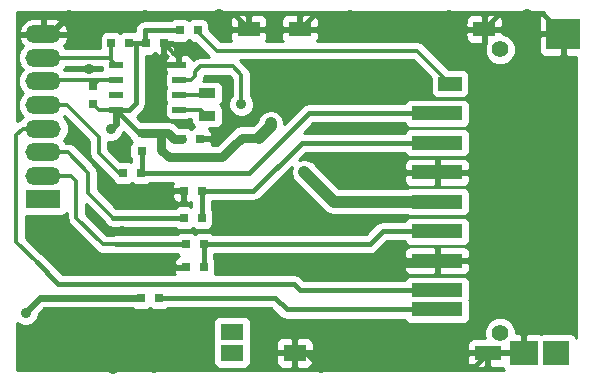
<source format=gtl>
G04 (created by PCBNEW-RS274X (2011-07-08 BZR 3044)-stable) date 27/07/2011 21:08:18*
G01*
G70*
G90*
%MOIN*%
G04 Gerber Fmt 3.4, Leading zero omitted, Abs format*
%FSLAX34Y34*%
G04 APERTURE LIST*
%ADD10C,0.006000*%
%ADD11O,0.118100X0.059100*%
%ADD12R,0.118100X0.059100*%
%ADD13R,0.055000X0.035000*%
%ADD14R,0.045000X0.020000*%
%ADD15R,0.025000X0.031500*%
%ADD16R,0.076800X0.055100*%
%ADD17R,0.074800X0.051200*%
%ADD18R,0.114200X0.102400*%
%ADD19R,0.086600X0.050200*%
%ADD20R,0.094500X0.082700*%
%ADD21R,0.086600X0.082700*%
%ADD22C,0.055100*%
%ADD23R,0.169300X0.047200*%
%ADD24R,0.078700X0.047200*%
%ADD25R,0.031500X0.025000*%
%ADD26C,0.035000*%
%ADD27C,0.013800*%
%ADD28C,0.017700*%
%ADD29C,0.031500*%
%ADD30C,0.039400*%
%ADD31C,0.021700*%
%ADD32C,0.010000*%
G04 APERTURE END LIST*
G54D10*
G54D11*
X25217Y-25562D03*
X25217Y-26349D03*
G54D12*
X25217Y-27137D03*
G54D11*
X25217Y-24775D03*
X25217Y-23987D03*
X25217Y-23200D03*
X25217Y-22413D03*
X25217Y-21626D03*
G54D13*
X30677Y-23597D03*
X30677Y-24347D03*
G54D14*
X27631Y-24152D03*
X29731Y-24152D03*
X27631Y-23652D03*
X27631Y-23152D03*
X27631Y-22652D03*
X29731Y-23652D03*
X29731Y-23152D03*
X29731Y-22652D03*
G54D15*
X28080Y-21933D03*
X27480Y-21933D03*
X29846Y-25118D03*
X30446Y-25118D03*
X28629Y-21933D03*
X29229Y-21933D03*
G54D16*
X31504Y-32252D03*
X31504Y-31543D03*
G54D17*
X32055Y-21465D03*
X33768Y-21465D03*
X39910Y-21465D03*
G54D18*
X42547Y-21622D03*
G54D16*
X33591Y-32252D03*
G54D19*
X40028Y-32252D03*
G54D20*
X41228Y-32252D03*
G54D21*
X42311Y-32252D03*
G54D22*
X40441Y-31583D03*
X40441Y-22134D03*
G54D23*
X38339Y-30805D03*
X38339Y-30165D03*
X38339Y-29181D03*
X38339Y-28197D03*
X38339Y-27213D03*
X38339Y-26228D03*
X38339Y-25244D03*
X38339Y-24260D03*
G54D24*
X38768Y-23276D03*
G54D15*
X28468Y-30409D03*
X29068Y-30409D03*
X29759Y-21504D03*
X30359Y-21504D03*
X30489Y-26854D03*
X29889Y-26854D03*
X30560Y-29394D03*
X29960Y-29394D03*
G54D25*
X28488Y-24917D03*
X28488Y-25517D03*
G54D15*
X29960Y-28634D03*
X30560Y-28634D03*
X29889Y-27744D03*
X30489Y-27744D03*
X27885Y-26260D03*
X28485Y-26260D03*
G54D25*
X26870Y-23946D03*
X26870Y-23346D03*
G54D26*
X33913Y-26220D03*
X32791Y-24591D03*
X24630Y-30929D03*
X27465Y-24783D03*
X28902Y-32748D03*
X24579Y-32685D03*
X24571Y-31575D03*
X25429Y-30925D03*
X26988Y-30874D03*
X26724Y-22780D03*
X26709Y-21969D03*
X35839Y-27854D03*
X34480Y-27634D03*
X33091Y-26984D03*
X34004Y-29319D03*
X27850Y-28185D03*
X25925Y-27839D03*
X27539Y-32776D03*
X27654Y-29394D03*
X29012Y-24370D03*
X31579Y-24630D03*
X27760Y-25646D03*
X36331Y-26264D03*
X36331Y-23555D03*
X30079Y-22110D03*
X27315Y-26776D03*
X35433Y-24728D03*
X35429Y-26146D03*
X26079Y-20996D03*
X34480Y-32764D03*
X38760Y-32685D03*
X42598Y-30004D03*
X42598Y-25772D03*
X42614Y-22665D03*
X41331Y-20957D03*
X38720Y-20984D03*
X35433Y-20988D03*
X31079Y-20972D03*
X28598Y-20984D03*
X31811Y-23965D03*
G54D27*
X27064Y-23152D02*
X26870Y-23346D01*
X27064Y-23152D02*
X25265Y-23152D01*
X27631Y-23152D02*
X27064Y-23152D01*
X25265Y-23152D02*
X25217Y-23200D01*
X27457Y-22413D02*
X27480Y-22390D01*
X27480Y-22501D02*
X27631Y-22652D01*
X25217Y-22413D02*
X27457Y-22413D01*
X27480Y-22390D02*
X27480Y-22501D01*
X27480Y-21933D02*
X27480Y-22390D01*
X27067Y-25595D02*
X27067Y-25063D01*
X27885Y-26260D02*
X27732Y-26260D01*
X27732Y-26260D02*
X27067Y-25595D01*
X25991Y-23987D02*
X25217Y-23987D01*
X27067Y-25063D02*
X25991Y-23987D01*
X24988Y-29224D02*
X24311Y-28547D01*
G54D28*
X25717Y-29953D02*
X24988Y-29224D01*
G54D27*
X24540Y-24775D02*
X25217Y-24775D01*
G54D28*
X33776Y-30165D02*
X33564Y-29953D01*
X33564Y-29953D02*
X26217Y-29953D01*
X26217Y-29953D02*
X25717Y-29953D01*
X38339Y-30165D02*
X33776Y-30165D01*
G54D27*
X24311Y-25004D02*
X24540Y-24775D01*
X24311Y-28547D02*
X24311Y-25004D01*
X26709Y-26925D02*
X26709Y-26240D01*
X26031Y-25562D02*
X25217Y-25562D01*
X27528Y-27744D02*
X26709Y-26925D01*
G54D28*
X29889Y-27744D02*
X27528Y-27744D01*
G54D27*
X26709Y-26240D02*
X26031Y-25562D01*
X26136Y-26349D02*
X25217Y-26349D01*
G54D28*
X29960Y-28634D02*
X27626Y-28634D01*
G54D27*
X26319Y-26532D02*
X26136Y-26349D01*
X27200Y-28634D02*
X26319Y-27753D01*
X26319Y-27753D02*
X26319Y-26532D01*
X27626Y-28634D02*
X27200Y-28634D01*
G54D29*
X31823Y-25075D02*
X32417Y-25075D01*
G54D30*
X36186Y-27213D02*
X34890Y-27213D01*
X34890Y-27213D02*
X33913Y-26236D01*
X33913Y-26236D02*
X33913Y-26220D01*
X38339Y-27213D02*
X36186Y-27213D01*
G54D29*
X29138Y-25476D02*
X29138Y-24917D01*
X29390Y-25728D02*
X29138Y-25476D01*
X31170Y-25728D02*
X29390Y-25728D01*
X31528Y-25370D02*
X31170Y-25728D01*
X31528Y-25370D02*
X31823Y-25075D01*
G54D30*
X32791Y-24701D02*
X32417Y-25075D01*
X32791Y-24591D02*
X32791Y-24701D01*
G54D31*
X25094Y-30409D02*
X28468Y-30409D01*
X24630Y-30873D02*
X25094Y-30409D01*
X24630Y-30929D02*
X24630Y-30873D01*
G54D29*
X29846Y-25118D02*
X29566Y-25118D01*
X29566Y-25118D02*
X29365Y-24917D01*
X29365Y-24917D02*
X29138Y-24917D01*
X29138Y-24917D02*
X28488Y-24917D01*
G54D31*
X27465Y-24783D02*
X27631Y-24617D01*
X27631Y-24617D02*
X27631Y-24152D01*
G54D28*
X28488Y-24917D02*
X28396Y-24917D01*
X28396Y-24917D02*
X27631Y-24152D01*
X27631Y-24152D02*
X28084Y-24152D01*
X28084Y-24152D02*
X28299Y-23937D01*
X28299Y-23937D02*
X28299Y-21933D01*
X28080Y-21933D02*
X28299Y-21933D01*
X28299Y-21933D02*
X28629Y-21933D01*
X28598Y-21504D02*
X28598Y-21902D01*
X28598Y-21902D02*
X28629Y-21933D01*
G54D27*
X27631Y-24152D02*
X27076Y-24152D01*
X27076Y-24152D02*
X26870Y-23946D01*
G54D28*
X28598Y-21504D02*
X29759Y-21504D01*
X28874Y-32776D02*
X27539Y-32776D01*
X28902Y-32748D02*
X28874Y-32776D01*
G54D27*
X27539Y-32776D02*
X27448Y-32685D01*
X27448Y-32685D02*
X24579Y-32685D01*
X24571Y-31575D02*
X24779Y-31575D01*
X24779Y-31575D02*
X25429Y-30925D01*
X26988Y-30874D02*
X26980Y-30866D01*
X26079Y-20996D02*
X26709Y-21626D01*
X26709Y-21626D02*
X26709Y-21969D01*
G54D28*
X35839Y-27854D02*
X34700Y-27854D01*
X34700Y-27854D02*
X34480Y-27634D01*
X33741Y-27634D02*
X34480Y-27634D01*
X33091Y-26984D02*
X33741Y-27634D01*
X38339Y-29181D02*
X38201Y-29319D01*
X38201Y-29319D02*
X34004Y-29319D01*
X27350Y-29394D02*
X26398Y-29394D01*
X25925Y-27839D02*
X25925Y-28921D01*
X26268Y-29264D02*
X25925Y-28921D01*
X27350Y-29394D02*
X27736Y-29394D01*
X26398Y-29394D02*
X26268Y-29264D01*
X27736Y-29394D02*
X27654Y-29394D01*
G54D27*
X29731Y-22652D02*
X29206Y-22652D01*
X29012Y-22846D02*
X29012Y-24370D01*
X29206Y-22652D02*
X29012Y-22846D01*
G54D28*
X30446Y-25118D02*
X30977Y-25118D01*
X36367Y-26228D02*
X38339Y-26228D01*
X36331Y-26264D02*
X36367Y-26228D01*
X32990Y-23555D02*
X36331Y-23555D01*
X31465Y-24630D02*
X31579Y-24630D01*
X31579Y-24630D02*
X31915Y-24630D01*
X30977Y-25118D02*
X31465Y-24630D01*
X38339Y-29181D02*
X39567Y-29181D01*
X39567Y-29181D02*
X39910Y-28838D01*
G54D27*
X29550Y-22254D02*
X29935Y-22254D01*
X29935Y-22254D02*
X30079Y-22110D01*
X29731Y-22652D02*
X29731Y-22435D01*
X29550Y-22254D02*
X29229Y-21933D01*
G54D31*
X25217Y-21626D02*
X25449Y-21626D01*
X25449Y-21626D02*
X26079Y-20996D01*
G54D28*
X29889Y-26854D02*
X27393Y-26854D01*
X27393Y-26854D02*
X27315Y-26776D01*
X29960Y-29394D02*
X27736Y-29394D01*
G54D31*
X35417Y-26134D02*
X35413Y-26134D01*
X35429Y-26146D02*
X35417Y-26134D01*
G54D28*
X33768Y-21465D02*
X34245Y-20988D01*
X38300Y-29220D02*
X38339Y-29181D01*
X33591Y-32252D02*
X33968Y-32252D01*
X33968Y-32252D02*
X34480Y-32764D01*
X41228Y-32252D02*
X40028Y-32252D01*
X40028Y-32252D02*
X39595Y-32685D01*
X39595Y-32685D02*
X38760Y-32685D01*
X38339Y-26228D02*
X39398Y-26228D01*
X39398Y-26228D02*
X39910Y-25716D01*
X39910Y-25716D02*
X39910Y-21465D01*
X32055Y-21465D02*
X31562Y-20972D01*
X31562Y-20972D02*
X31079Y-20972D01*
X34245Y-20988D02*
X35433Y-20988D01*
X39910Y-21465D02*
X40418Y-20957D01*
X40418Y-20957D02*
X41331Y-20957D01*
X42547Y-21622D02*
X41882Y-20957D01*
X41882Y-20957D02*
X41331Y-20957D01*
X38681Y-32764D02*
X34480Y-32764D01*
X38760Y-32685D02*
X38681Y-32764D01*
X42598Y-25772D02*
X42598Y-30004D01*
X42603Y-22654D02*
X42614Y-22665D01*
X41516Y-22654D02*
X42603Y-22654D01*
X41331Y-22469D02*
X41516Y-22654D01*
X41331Y-20957D02*
X41331Y-22469D01*
X38716Y-20988D02*
X38720Y-20984D01*
X35433Y-20988D02*
X38716Y-20988D01*
X31067Y-20984D02*
X31079Y-20972D01*
X28598Y-20984D02*
X31067Y-20984D01*
G54D27*
X29731Y-22435D02*
X29550Y-22254D01*
G54D28*
X39910Y-28838D02*
X39910Y-25716D01*
X31915Y-24630D02*
X32990Y-23555D01*
G54D27*
X29731Y-23652D02*
X30622Y-23652D01*
X30622Y-23652D02*
X30677Y-23597D01*
G54D28*
X28488Y-26257D02*
X28488Y-25517D01*
X32111Y-26220D02*
X32071Y-26260D01*
X28485Y-26260D02*
X28488Y-26257D01*
X34071Y-24260D02*
X32111Y-26220D01*
X38339Y-24260D02*
X34071Y-24260D01*
X32071Y-26260D02*
X28485Y-26260D01*
X30489Y-26854D02*
X32219Y-26854D01*
X33829Y-25244D02*
X32219Y-26854D01*
X38339Y-25244D02*
X33829Y-25244D01*
X30489Y-27744D02*
X30489Y-26854D01*
G54D27*
X30482Y-24152D02*
X30677Y-24347D01*
X29731Y-24152D02*
X30482Y-24152D01*
X30441Y-22705D02*
X30272Y-22874D01*
X31811Y-22980D02*
X31536Y-22705D01*
X31536Y-22705D02*
X30441Y-22705D01*
X31811Y-23965D02*
X31811Y-22980D01*
X30147Y-23152D02*
X29731Y-23152D01*
X30272Y-23027D02*
X30147Y-23152D01*
X30272Y-22874D02*
X30272Y-23027D01*
X30359Y-21544D02*
X31000Y-22185D01*
X30359Y-21504D02*
X30359Y-21544D01*
X37677Y-22185D02*
X38768Y-23276D01*
X31000Y-22185D02*
X37677Y-22185D01*
G54D28*
X32929Y-30409D02*
X33325Y-30805D01*
X33325Y-30805D02*
X38339Y-30805D01*
X29068Y-30409D02*
X32929Y-30409D01*
X30560Y-28634D02*
X30572Y-28622D01*
X30572Y-28622D02*
X36099Y-28622D01*
X36524Y-28197D02*
X36099Y-28622D01*
X36099Y-28622D02*
X36092Y-28629D01*
X38339Y-28197D02*
X36524Y-28197D01*
X30560Y-29394D02*
X30560Y-28634D01*
G54D32*
X25965Y-22732D02*
X27157Y-22732D01*
X25896Y-22812D02*
X27162Y-22812D01*
X27883Y-24882D02*
X27883Y-24882D01*
X27851Y-24962D02*
X27963Y-24962D01*
X27807Y-25042D02*
X28043Y-25042D01*
X27727Y-25122D02*
X28095Y-25122D01*
X27564Y-25202D02*
X28139Y-25202D01*
X27386Y-25282D02*
X28107Y-25282D01*
X27386Y-25362D02*
X28082Y-25362D01*
X27386Y-25442D02*
X28082Y-25442D01*
X27445Y-25522D02*
X28082Y-25522D01*
X27525Y-25602D02*
X28082Y-25602D01*
X27605Y-25682D02*
X28082Y-25682D01*
X27685Y-25762D02*
X28112Y-25762D01*
X27765Y-25842D02*
X28150Y-25842D01*
X26000Y-27591D02*
X26000Y-27591D01*
X25881Y-27671D02*
X26000Y-27671D01*
X24630Y-27751D02*
X25999Y-27751D01*
X24630Y-27831D02*
X26015Y-27831D01*
X24630Y-27911D02*
X26048Y-27911D01*
X24630Y-27991D02*
X26106Y-27991D01*
X24630Y-28071D02*
X26186Y-28071D01*
X24630Y-28151D02*
X26266Y-28151D01*
X24630Y-28231D02*
X26346Y-28231D01*
X24630Y-28311D02*
X26426Y-28311D01*
X24630Y-28391D02*
X26506Y-28391D01*
X24687Y-28471D02*
X26586Y-28471D01*
X24767Y-28551D02*
X26666Y-28551D01*
X24847Y-28631D02*
X26746Y-28631D01*
X24927Y-28711D02*
X26826Y-28711D01*
X25007Y-28791D02*
X26906Y-28791D01*
X25087Y-28871D02*
X26991Y-28871D01*
X25176Y-28951D02*
X27190Y-28951D01*
X25273Y-29031D02*
X29689Y-29031D01*
X25353Y-29111D02*
X29617Y-29111D01*
X25433Y-29191D02*
X29586Y-29191D01*
X25513Y-29271D02*
X29586Y-29271D01*
X25593Y-29351D02*
X30010Y-29351D01*
X25673Y-29431D02*
X30010Y-29431D01*
X25753Y-29511D02*
X29586Y-29511D01*
X25833Y-29591D02*
X29586Y-29591D01*
X25911Y-24359D02*
X25911Y-24359D01*
X25948Y-24439D02*
X25992Y-24439D01*
X26001Y-24519D02*
X26072Y-24519D01*
X26034Y-24599D02*
X26152Y-24599D01*
X26063Y-24679D02*
X26232Y-24679D01*
X26063Y-24759D02*
X26312Y-24759D01*
X26063Y-24839D02*
X26392Y-24839D01*
X26048Y-24919D02*
X26472Y-24919D01*
X26015Y-24999D02*
X26552Y-24999D01*
X25980Y-25079D02*
X26632Y-25079D01*
X25900Y-25159D02*
X26712Y-25159D01*
X25961Y-25239D02*
X26748Y-25239D01*
X26231Y-25319D02*
X26748Y-25319D01*
X26319Y-25399D02*
X26748Y-25399D01*
X26399Y-25479D02*
X26748Y-25479D01*
X26479Y-25559D02*
X26748Y-25559D01*
X26559Y-25639D02*
X26757Y-25639D01*
X26639Y-25719D02*
X26774Y-25719D01*
X26719Y-25799D02*
X26827Y-25799D01*
X26799Y-25879D02*
X26900Y-25879D01*
X26879Y-25959D02*
X26980Y-25959D01*
X26951Y-26039D02*
X27060Y-26039D01*
X27004Y-26119D02*
X27140Y-26119D01*
X27019Y-26199D02*
X27220Y-26199D01*
X27028Y-26279D02*
X27300Y-26279D01*
X27028Y-26359D02*
X27380Y-26359D01*
X27028Y-26439D02*
X27460Y-26439D01*
X27028Y-26519D02*
X27533Y-26519D01*
X27028Y-26599D02*
X27590Y-26599D01*
X28180Y-26599D02*
X28190Y-26599D01*
X28780Y-26599D02*
X29534Y-26599D01*
X27028Y-26679D02*
X29515Y-26679D01*
X27028Y-26759D02*
X29531Y-26759D01*
X27074Y-26839D02*
X29939Y-26839D01*
X27154Y-26919D02*
X29561Y-26919D01*
X29839Y-26919D02*
X29939Y-26919D01*
X27234Y-26999D02*
X29515Y-26999D01*
X29839Y-26999D02*
X29939Y-26999D01*
X27314Y-27079D02*
X29523Y-27079D01*
X29839Y-27079D02*
X29939Y-27079D01*
X27394Y-27159D02*
X29560Y-27159D01*
X29839Y-27159D02*
X29939Y-27159D01*
X27474Y-27239D02*
X29665Y-27239D01*
X29799Y-27239D02*
X29839Y-27239D01*
X29839Y-27239D02*
X29979Y-27239D01*
X30113Y-27239D02*
X30151Y-27239D01*
X27554Y-27319D02*
X29839Y-27319D01*
X29839Y-27319D02*
X30151Y-27319D01*
X27634Y-27399D02*
X29600Y-27399D01*
X30059Y-21838D02*
X30059Y-21838D01*
X29179Y-21918D02*
X30281Y-21918D01*
X29179Y-21998D02*
X29279Y-21998D01*
X29557Y-21998D02*
X30361Y-21998D01*
X29179Y-22078D02*
X29279Y-22078D01*
X29603Y-22078D02*
X30441Y-22078D01*
X29179Y-22158D02*
X29279Y-22158D01*
X29596Y-22158D02*
X30521Y-22158D01*
X29179Y-22238D02*
X29279Y-22238D01*
X29558Y-22238D02*
X30601Y-22238D01*
X28854Y-22318D02*
X29005Y-22318D01*
X29139Y-22318D02*
X29319Y-22318D01*
X29635Y-22318D02*
X29827Y-22318D01*
X30041Y-22318D02*
X30681Y-22318D01*
X28637Y-22398D02*
X29308Y-22398D01*
X29681Y-22398D02*
X29781Y-22398D01*
X30154Y-22398D02*
X30377Y-22398D01*
X28637Y-22478D02*
X29267Y-22478D01*
X29681Y-22478D02*
X29781Y-22478D01*
X30193Y-22478D02*
X30216Y-22478D01*
X28637Y-22558D02*
X29274Y-22558D01*
X29681Y-22558D02*
X29781Y-22558D01*
X28637Y-22638D02*
X29681Y-22638D01*
X29681Y-22638D02*
X29781Y-22638D01*
X28637Y-22718D02*
X29302Y-22718D01*
X28637Y-22798D02*
X29257Y-22798D01*
X28637Y-22878D02*
X29289Y-22878D01*
X28637Y-22958D02*
X29275Y-22958D01*
X28637Y-23038D02*
X29257Y-23038D01*
X28637Y-23118D02*
X29257Y-23118D01*
X28637Y-23198D02*
X29257Y-23198D01*
X28637Y-23278D02*
X29257Y-23278D01*
X28637Y-23358D02*
X29281Y-23358D01*
X28637Y-23438D02*
X29283Y-23438D01*
X28637Y-23518D02*
X29257Y-23518D01*
X28637Y-23598D02*
X29257Y-23598D01*
X28637Y-23678D02*
X29257Y-23678D01*
X28637Y-23758D02*
X29257Y-23758D01*
X28637Y-23838D02*
X29273Y-23838D01*
X28637Y-23918D02*
X29292Y-23918D01*
X28625Y-23998D02*
X29258Y-23998D01*
X28604Y-24078D02*
X29257Y-24078D01*
X28550Y-24158D02*
X29257Y-24158D01*
X28476Y-24238D02*
X29257Y-24238D01*
X28396Y-24318D02*
X29265Y-24318D01*
X28355Y-24398D02*
X29300Y-24398D01*
X28435Y-24478D02*
X29401Y-24478D01*
X30061Y-24478D02*
X30153Y-24478D01*
X29546Y-24558D02*
X30153Y-24558D01*
X29662Y-24638D02*
X30181Y-24638D01*
X30035Y-24718D02*
X30246Y-24718D01*
X24341Y-20876D02*
X41890Y-20876D01*
X24341Y-20956D02*
X41778Y-20956D01*
X24341Y-21036D02*
X31502Y-21036D01*
X32005Y-21036D02*
X32105Y-21036D01*
X32608Y-21036D02*
X33215Y-21036D01*
X33718Y-21036D02*
X33818Y-21036D01*
X34321Y-21036D02*
X39357Y-21036D01*
X39860Y-21036D02*
X39960Y-21036D01*
X40463Y-21036D02*
X41737Y-21036D01*
X24341Y-21116D02*
X24735Y-21116D01*
X25167Y-21116D02*
X25267Y-21116D01*
X25698Y-21116D02*
X29541Y-21116D01*
X29977Y-21116D02*
X30141Y-21116D01*
X30577Y-21116D02*
X31450Y-21116D01*
X32005Y-21116D02*
X32105Y-21116D01*
X32659Y-21116D02*
X33163Y-21116D01*
X33718Y-21116D02*
X33818Y-21116D01*
X34372Y-21116D02*
X39305Y-21116D01*
X39860Y-21116D02*
X39960Y-21116D01*
X40514Y-21116D02*
X41726Y-21116D01*
X24341Y-21196D02*
X24586Y-21196D01*
X25167Y-21196D02*
X25267Y-21196D01*
X25847Y-21196D02*
X28462Y-21196D01*
X30685Y-21196D02*
X31431Y-21196D01*
X32005Y-21196D02*
X32105Y-21196D01*
X32678Y-21196D02*
X33144Y-21196D01*
X33718Y-21196D02*
X33818Y-21196D01*
X34391Y-21196D02*
X39286Y-21196D01*
X39860Y-21196D02*
X39960Y-21196D01*
X40533Y-21196D02*
X41726Y-21196D01*
X24341Y-21276D02*
X24503Y-21276D01*
X25167Y-21276D02*
X25267Y-21276D01*
X25930Y-21276D02*
X28351Y-21276D01*
X30723Y-21276D02*
X31431Y-21276D01*
X32005Y-21276D02*
X32105Y-21276D01*
X32678Y-21276D02*
X33144Y-21276D01*
X33718Y-21276D02*
X33818Y-21276D01*
X34391Y-21276D02*
X39286Y-21276D01*
X39860Y-21276D02*
X39960Y-21276D01*
X40533Y-21276D02*
X41726Y-21276D01*
X24341Y-21356D02*
X24449Y-21356D01*
X25167Y-21356D02*
X25267Y-21356D01*
X25984Y-21356D02*
X28298Y-21356D01*
X30733Y-21356D02*
X31434Y-21356D01*
X32005Y-21356D02*
X32105Y-21356D01*
X32676Y-21356D02*
X32679Y-21356D01*
X32679Y-21356D02*
X33147Y-21356D01*
X33718Y-21356D02*
X33818Y-21356D01*
X34389Y-21356D02*
X34392Y-21356D01*
X34392Y-21356D02*
X39289Y-21356D01*
X39860Y-21356D02*
X39960Y-21356D01*
X40531Y-21356D02*
X40534Y-21356D01*
X40534Y-21356D02*
X41726Y-21356D01*
X24341Y-21436D02*
X24416Y-21436D01*
X25167Y-21436D02*
X25267Y-21436D01*
X26017Y-21436D02*
X28273Y-21436D01*
X30733Y-21436D02*
X32005Y-21436D01*
X32005Y-21436D02*
X32679Y-21436D01*
X32679Y-21436D02*
X33718Y-21436D01*
X33718Y-21436D02*
X34392Y-21436D01*
X34392Y-21436D02*
X39860Y-21436D01*
X39860Y-21436D02*
X40534Y-21436D01*
X40534Y-21436D02*
X41726Y-21436D01*
X24341Y-21516D02*
X24408Y-21516D01*
X25167Y-21516D02*
X25267Y-21516D01*
X26027Y-21516D02*
X26040Y-21516D01*
X26040Y-21516D02*
X28260Y-21516D01*
X30782Y-21516D02*
X31492Y-21516D01*
X32618Y-21516D02*
X32679Y-21516D01*
X32679Y-21516D02*
X33205Y-21516D01*
X34331Y-21516D02*
X34392Y-21516D01*
X34392Y-21516D02*
X39347Y-21516D01*
X39860Y-21516D02*
X39960Y-21516D01*
X40473Y-21516D02*
X40534Y-21516D01*
X40534Y-21516D02*
X41732Y-21516D01*
X24341Y-21596D02*
X25167Y-21596D01*
X25167Y-21596D02*
X26040Y-21596D01*
X26040Y-21596D02*
X27183Y-21596D01*
X27777Y-21596D02*
X27783Y-21596D01*
X30862Y-21596D02*
X31432Y-21596D01*
X32679Y-21596D02*
X33145Y-21596D01*
X34392Y-21596D02*
X39287Y-21596D01*
X39860Y-21596D02*
X39960Y-21596D01*
X40534Y-21596D02*
X42597Y-21596D01*
X24341Y-21676D02*
X24442Y-21676D01*
X25992Y-21676D02*
X26040Y-21676D01*
X26040Y-21676D02*
X27126Y-21676D01*
X30942Y-21676D02*
X31432Y-21676D01*
X32679Y-21676D02*
X33145Y-21676D01*
X34392Y-21676D02*
X39287Y-21676D01*
X39860Y-21676D02*
X39960Y-21676D01*
X40707Y-21676D02*
X41784Y-21676D01*
X42497Y-21676D02*
X42597Y-21676D01*
X24341Y-21756D02*
X24396Y-21756D01*
X26037Y-21756D02*
X26040Y-21756D01*
X26040Y-21756D02*
X27106Y-21756D01*
X31022Y-21756D02*
X31432Y-21756D01*
X32679Y-21756D02*
X33145Y-21756D01*
X34392Y-21756D02*
X39287Y-21756D01*
X39860Y-21756D02*
X39960Y-21756D01*
X40805Y-21756D02*
X41727Y-21756D01*
X42497Y-21756D02*
X42597Y-21756D01*
X24341Y-21836D02*
X24425Y-21836D01*
X26010Y-21836D02*
X27106Y-21836D01*
X31102Y-21836D02*
X31460Y-21836D01*
X32651Y-21836D02*
X33173Y-21836D01*
X34364Y-21836D02*
X39315Y-21836D01*
X39860Y-21836D02*
X39960Y-21836D01*
X40885Y-21836D02*
X41727Y-21836D01*
X42497Y-21836D02*
X42597Y-21836D01*
X24341Y-21916D02*
X24458Y-21916D01*
X25977Y-21916D02*
X27106Y-21916D01*
X37838Y-21916D02*
X39379Y-21916D01*
X39853Y-21916D02*
X39860Y-21916D01*
X39860Y-21916D02*
X39962Y-21916D01*
X40918Y-21916D02*
X41727Y-21916D01*
X42497Y-21916D02*
X42597Y-21916D01*
X24341Y-21996D02*
X24525Y-21996D01*
X25910Y-21996D02*
X27106Y-21996D01*
X37939Y-21996D02*
X39860Y-21996D01*
X39860Y-21996D02*
X39929Y-21996D01*
X40951Y-21996D02*
X41727Y-21996D01*
X42497Y-21996D02*
X42597Y-21996D01*
X24341Y-22076D02*
X24486Y-22076D01*
X25947Y-22076D02*
X27106Y-22076D01*
X38019Y-22076D02*
X39860Y-22076D01*
X39860Y-22076D02*
X39916Y-22076D01*
X40966Y-22076D02*
X41727Y-22076D01*
X42497Y-22076D02*
X42597Y-22076D01*
X24341Y-22156D02*
X24433Y-22156D01*
X38099Y-22156D02*
X39860Y-22156D01*
X39860Y-22156D02*
X39916Y-22156D01*
X40966Y-22156D02*
X41727Y-22156D01*
X42497Y-22156D02*
X42597Y-22156D01*
X24341Y-22236D02*
X24400Y-22236D01*
X38179Y-22236D02*
X39860Y-22236D01*
X39860Y-22236D02*
X39916Y-22236D01*
X40966Y-22236D02*
X41749Y-22236D01*
X42497Y-22236D02*
X42597Y-22236D01*
X24341Y-22316D02*
X24371Y-22316D01*
X38259Y-22316D02*
X39860Y-22316D01*
X39860Y-22316D02*
X39949Y-22316D01*
X40935Y-22316D02*
X40966Y-22316D01*
X40966Y-22316D02*
X41806Y-22316D01*
X42497Y-22316D02*
X42597Y-22316D01*
X24341Y-22396D02*
X24371Y-22396D01*
X38339Y-22396D02*
X39860Y-22396D01*
X39860Y-22396D02*
X39982Y-22396D01*
X40901Y-22396D02*
X40966Y-22396D01*
X40966Y-22396D02*
X42497Y-22396D01*
X42497Y-22396D02*
X42982Y-22396D01*
X24341Y-22476D02*
X24371Y-22476D01*
X38419Y-22476D02*
X39860Y-22476D01*
X39860Y-22476D02*
X40041Y-22476D01*
X40842Y-22476D02*
X40966Y-22476D01*
X40966Y-22476D02*
X42497Y-22476D01*
X42497Y-22476D02*
X42982Y-22476D01*
X24341Y-22556D02*
X24387Y-22556D01*
X31838Y-22556D02*
X37597Y-22556D01*
X38499Y-22556D02*
X39860Y-22556D01*
X39860Y-22556D02*
X40121Y-22556D01*
X40762Y-22556D02*
X40966Y-22556D01*
X40966Y-22556D02*
X42497Y-22556D01*
X42497Y-22556D02*
X42982Y-22556D01*
X24341Y-22636D02*
X24420Y-22636D01*
X31918Y-22636D02*
X37677Y-22636D01*
X38579Y-22636D02*
X39860Y-22636D01*
X39860Y-22636D02*
X40281Y-22636D01*
X40601Y-22636D02*
X40966Y-22636D01*
X40966Y-22636D02*
X42497Y-22636D01*
X42497Y-22636D02*
X42982Y-22636D01*
X24341Y-22716D02*
X24452Y-22716D01*
X31998Y-22716D02*
X37757Y-22716D01*
X38659Y-22716D02*
X39860Y-22716D01*
X39860Y-22716D02*
X40966Y-22716D01*
X40966Y-22716D02*
X42497Y-22716D01*
X42497Y-22716D02*
X42982Y-22716D01*
X24341Y-22796D02*
X24533Y-22796D01*
X32064Y-22796D02*
X37837Y-22796D01*
X39222Y-22796D02*
X39860Y-22796D01*
X39860Y-22796D02*
X40966Y-22796D01*
X40966Y-22796D02*
X42497Y-22796D01*
X42497Y-22796D02*
X42982Y-22796D01*
X24341Y-22876D02*
X24473Y-22876D01*
X32109Y-22876D02*
X37917Y-22876D01*
X39349Y-22876D02*
X39860Y-22876D01*
X39860Y-22876D02*
X40966Y-22876D01*
X40966Y-22876D02*
X42497Y-22876D01*
X42497Y-22876D02*
X42982Y-22876D01*
X24341Y-22956D02*
X24428Y-22956D01*
X32125Y-22956D02*
X37997Y-22956D01*
X39395Y-22956D02*
X39860Y-22956D01*
X39860Y-22956D02*
X40966Y-22956D01*
X40966Y-22956D02*
X42497Y-22956D01*
X42497Y-22956D02*
X42982Y-22956D01*
X24341Y-23036D02*
X24394Y-23036D01*
X30590Y-23036D02*
X31416Y-23036D01*
X32130Y-23036D02*
X38077Y-23036D01*
X39410Y-23036D02*
X39860Y-23036D01*
X39860Y-23036D02*
X40966Y-23036D01*
X40966Y-23036D02*
X42497Y-23036D01*
X42497Y-23036D02*
X42982Y-23036D01*
X24341Y-23116D02*
X24371Y-23116D01*
X30574Y-23116D02*
X31492Y-23116D01*
X32130Y-23116D02*
X38126Y-23116D01*
X39410Y-23116D02*
X39860Y-23116D01*
X39860Y-23116D02*
X40966Y-23116D01*
X40966Y-23116D02*
X42497Y-23116D01*
X42497Y-23116D02*
X42982Y-23116D01*
X24341Y-23196D02*
X24371Y-23196D01*
X31057Y-23196D02*
X31492Y-23196D01*
X32130Y-23196D02*
X38126Y-23196D01*
X39410Y-23196D02*
X39860Y-23196D01*
X39860Y-23196D02*
X40966Y-23196D01*
X40966Y-23196D02*
X42497Y-23196D01*
X42497Y-23196D02*
X42982Y-23196D01*
X24341Y-23276D02*
X24371Y-23276D01*
X31158Y-23276D02*
X31492Y-23276D01*
X32130Y-23276D02*
X38126Y-23276D01*
X39410Y-23276D02*
X39860Y-23276D01*
X39860Y-23276D02*
X40966Y-23276D01*
X40966Y-23276D02*
X42497Y-23276D01*
X42497Y-23276D02*
X42982Y-23276D01*
X24341Y-23356D02*
X24392Y-23356D01*
X31193Y-23356D02*
X31492Y-23356D01*
X32130Y-23356D02*
X38126Y-23356D01*
X39410Y-23356D02*
X39860Y-23356D01*
X39860Y-23356D02*
X40966Y-23356D01*
X40966Y-23356D02*
X42497Y-23356D01*
X42497Y-23356D02*
X42982Y-23356D01*
X24341Y-23436D02*
X24425Y-23436D01*
X31201Y-23436D02*
X31492Y-23436D01*
X32130Y-23436D02*
X38126Y-23436D01*
X39410Y-23436D02*
X39860Y-23436D01*
X39860Y-23436D02*
X40966Y-23436D01*
X40966Y-23436D02*
X42497Y-23436D01*
X42497Y-23436D02*
X42982Y-23436D01*
X24341Y-23516D02*
X24466Y-23516D01*
X31201Y-23516D02*
X31492Y-23516D01*
X32130Y-23516D02*
X38126Y-23516D01*
X39410Y-23516D02*
X39860Y-23516D01*
X39860Y-23516D02*
X40966Y-23516D01*
X40966Y-23516D02*
X42497Y-23516D01*
X42497Y-23516D02*
X42982Y-23516D01*
X24341Y-23596D02*
X24540Y-23596D01*
X31201Y-23596D02*
X31492Y-23596D01*
X32130Y-23596D02*
X38141Y-23596D01*
X39396Y-23596D02*
X39860Y-23596D01*
X39860Y-23596D02*
X40966Y-23596D01*
X40966Y-23596D02*
X42497Y-23596D01*
X42497Y-23596D02*
X42982Y-23596D01*
X24341Y-23676D02*
X24460Y-23676D01*
X31201Y-23676D02*
X31492Y-23676D01*
X32130Y-23676D02*
X38187Y-23676D01*
X39349Y-23676D02*
X39860Y-23676D01*
X39860Y-23676D02*
X40966Y-23676D01*
X40966Y-23676D02*
X42497Y-23676D01*
X42497Y-23676D02*
X42982Y-23676D01*
X24341Y-23756D02*
X24422Y-23756D01*
X31201Y-23756D02*
X31437Y-23756D01*
X32184Y-23756D02*
X38314Y-23756D01*
X39223Y-23756D02*
X39860Y-23756D01*
X39860Y-23756D02*
X40966Y-23756D01*
X40966Y-23756D02*
X42497Y-23756D01*
X42497Y-23756D02*
X42982Y-23756D01*
X24341Y-23836D02*
X24389Y-23836D01*
X31196Y-23836D02*
X31404Y-23836D01*
X32217Y-23836D02*
X37329Y-23836D01*
X39349Y-23836D02*
X39860Y-23836D01*
X39860Y-23836D02*
X40966Y-23836D01*
X40966Y-23836D02*
X42497Y-23836D01*
X42497Y-23836D02*
X42982Y-23836D01*
X24341Y-23916D02*
X24371Y-23916D01*
X31160Y-23916D02*
X31386Y-23916D01*
X32236Y-23916D02*
X37267Y-23916D01*
X39409Y-23916D02*
X39860Y-23916D01*
X39860Y-23916D02*
X40966Y-23916D01*
X40966Y-23916D02*
X42497Y-23916D01*
X42497Y-23916D02*
X42982Y-23916D01*
X24341Y-23996D02*
X24371Y-23996D01*
X31128Y-23996D02*
X31386Y-23996D01*
X32236Y-23996D02*
X33869Y-23996D01*
X39434Y-23996D02*
X39860Y-23996D01*
X39860Y-23996D02*
X40966Y-23996D01*
X40966Y-23996D02*
X42497Y-23996D01*
X42497Y-23996D02*
X42982Y-23996D01*
X24341Y-24076D02*
X24371Y-24076D01*
X31181Y-24076D02*
X31398Y-24076D01*
X32226Y-24076D02*
X33777Y-24076D01*
X39434Y-24076D02*
X39860Y-24076D01*
X39860Y-24076D02*
X40966Y-24076D01*
X40966Y-24076D02*
X42497Y-24076D01*
X42497Y-24076D02*
X42982Y-24076D01*
X24341Y-24156D02*
X24397Y-24156D01*
X31201Y-24156D02*
X31430Y-24156D01*
X32192Y-24156D02*
X32730Y-24156D01*
X32851Y-24156D02*
X33697Y-24156D01*
X39434Y-24156D02*
X39860Y-24156D01*
X39860Y-24156D02*
X40966Y-24156D01*
X40966Y-24156D02*
X42497Y-24156D01*
X42497Y-24156D02*
X42982Y-24156D01*
X24341Y-24236D02*
X24430Y-24236D01*
X31201Y-24236D02*
X31481Y-24236D01*
X32141Y-24236D02*
X32533Y-24236D01*
X33048Y-24236D02*
X33617Y-24236D01*
X39434Y-24236D02*
X39860Y-24236D01*
X39860Y-24236D02*
X40966Y-24236D01*
X40966Y-24236D02*
X42497Y-24236D01*
X42497Y-24236D02*
X42982Y-24236D01*
X24341Y-24316D02*
X24479Y-24316D01*
X31201Y-24316D02*
X31561Y-24316D01*
X32061Y-24316D02*
X32447Y-24316D01*
X33134Y-24316D02*
X33537Y-24316D01*
X39434Y-24316D02*
X39860Y-24316D01*
X39860Y-24316D02*
X40966Y-24316D01*
X40966Y-24316D02*
X42497Y-24316D01*
X42497Y-24316D02*
X42982Y-24316D01*
X24341Y-24396D02*
X24527Y-24396D01*
X31201Y-24396D02*
X32394Y-24396D01*
X33187Y-24396D02*
X33457Y-24396D01*
X39434Y-24396D02*
X39860Y-24396D01*
X39860Y-24396D02*
X40966Y-24396D01*
X40966Y-24396D02*
X42497Y-24396D01*
X42497Y-24396D02*
X42982Y-24396D01*
X24341Y-24476D02*
X24437Y-24476D01*
X31201Y-24476D02*
X32366Y-24476D01*
X33215Y-24476D02*
X33377Y-24476D01*
X39434Y-24476D02*
X39860Y-24476D01*
X39860Y-24476D02*
X40966Y-24476D01*
X40966Y-24476D02*
X42497Y-24476D01*
X42497Y-24476D02*
X42982Y-24476D01*
X31201Y-24556D02*
X32303Y-24556D01*
X33231Y-24556D02*
X33297Y-24556D01*
X39430Y-24556D02*
X39860Y-24556D01*
X39860Y-24556D02*
X40966Y-24556D01*
X40966Y-24556D02*
X42497Y-24556D01*
X42497Y-24556D02*
X42982Y-24556D01*
X31175Y-24636D02*
X32223Y-24636D01*
X34173Y-24636D02*
X37282Y-24636D01*
X39397Y-24636D02*
X39860Y-24636D01*
X39860Y-24636D02*
X40966Y-24636D01*
X40966Y-24636D02*
X42497Y-24636D01*
X42497Y-24636D02*
X42982Y-24636D01*
X31110Y-24716D02*
X31641Y-24716D01*
X34093Y-24716D02*
X37374Y-24716D01*
X39305Y-24716D02*
X39860Y-24716D01*
X39860Y-24716D02*
X40966Y-24716D01*
X40966Y-24716D02*
X42497Y-24716D01*
X42497Y-24716D02*
X42982Y-24716D01*
X30758Y-24796D02*
X31526Y-24796D01*
X34013Y-24796D02*
X37354Y-24796D01*
X39323Y-24796D02*
X39860Y-24796D01*
X39860Y-24796D02*
X40966Y-24796D01*
X40966Y-24796D02*
X42497Y-24796D01*
X42497Y-24796D02*
X42982Y-24796D01*
X30805Y-24876D02*
X31446Y-24876D01*
X33933Y-24876D02*
X37278Y-24876D01*
X39399Y-24876D02*
X39860Y-24876D01*
X39860Y-24876D02*
X40966Y-24876D01*
X40966Y-24876D02*
X42497Y-24876D01*
X42497Y-24876D02*
X42982Y-24876D01*
X30820Y-24956D02*
X31366Y-24956D01*
X39432Y-24956D02*
X39860Y-24956D01*
X39860Y-24956D02*
X40966Y-24956D01*
X40966Y-24956D02*
X42497Y-24956D01*
X42497Y-24956D02*
X42982Y-24956D01*
X30791Y-25036D02*
X31286Y-25036D01*
X39434Y-25036D02*
X39860Y-25036D01*
X39860Y-25036D02*
X40966Y-25036D01*
X40966Y-25036D02*
X42497Y-25036D01*
X42497Y-25036D02*
X42982Y-25036D01*
X30396Y-25116D02*
X31206Y-25116D01*
X39434Y-25116D02*
X39860Y-25116D01*
X39860Y-25116D02*
X40966Y-25116D01*
X40966Y-25116D02*
X42497Y-25116D01*
X42497Y-25116D02*
X42982Y-25116D01*
X30787Y-25196D02*
X31126Y-25196D01*
X39434Y-25196D02*
X39860Y-25196D01*
X39860Y-25196D02*
X40966Y-25196D01*
X40966Y-25196D02*
X42497Y-25196D01*
X42497Y-25196D02*
X42982Y-25196D01*
X30820Y-25276D02*
X31046Y-25276D01*
X39434Y-25276D02*
X39860Y-25276D01*
X39860Y-25276D02*
X40966Y-25276D01*
X40966Y-25276D02*
X42497Y-25276D01*
X42497Y-25276D02*
X42982Y-25276D01*
X39434Y-25356D02*
X39860Y-25356D01*
X39860Y-25356D02*
X40966Y-25356D01*
X40966Y-25356D02*
X42497Y-25356D01*
X42497Y-25356D02*
X42982Y-25356D01*
X39434Y-25436D02*
X39860Y-25436D01*
X39860Y-25436D02*
X40966Y-25436D01*
X40966Y-25436D02*
X42497Y-25436D01*
X42497Y-25436D02*
X42982Y-25436D01*
X39434Y-25516D02*
X39860Y-25516D01*
X39860Y-25516D02*
X40966Y-25516D01*
X40966Y-25516D02*
X42497Y-25516D01*
X42497Y-25516D02*
X42982Y-25516D01*
X33955Y-25596D02*
X37272Y-25596D01*
X39407Y-25596D02*
X39860Y-25596D01*
X39860Y-25596D02*
X40966Y-25596D01*
X40966Y-25596D02*
X42497Y-25596D01*
X42497Y-25596D02*
X42982Y-25596D01*
X33875Y-25676D02*
X37337Y-25676D01*
X39341Y-25676D02*
X39860Y-25676D01*
X39860Y-25676D02*
X40966Y-25676D01*
X40966Y-25676D02*
X42497Y-25676D01*
X42497Y-25676D02*
X42982Y-25676D01*
X33795Y-25756D02*
X37411Y-25756D01*
X38241Y-25756D02*
X38437Y-25756D01*
X39266Y-25756D02*
X39860Y-25756D01*
X39860Y-25756D02*
X40966Y-25756D01*
X40966Y-25756D02*
X42497Y-25756D01*
X42497Y-25756D02*
X42982Y-25756D01*
X34127Y-25836D02*
X37297Y-25836D01*
X38289Y-25836D02*
X38389Y-25836D01*
X39381Y-25836D02*
X39860Y-25836D01*
X39860Y-25836D02*
X40966Y-25836D01*
X40966Y-25836D02*
X42497Y-25836D01*
X42497Y-25836D02*
X42982Y-25836D01*
X34237Y-25916D02*
X37255Y-25916D01*
X38289Y-25916D02*
X38389Y-25916D01*
X39422Y-25916D02*
X39860Y-25916D01*
X39860Y-25916D02*
X40966Y-25916D01*
X40966Y-25916D02*
X42497Y-25916D01*
X42497Y-25916D02*
X42982Y-25916D01*
X34305Y-25996D02*
X37243Y-25996D01*
X38289Y-25996D02*
X38389Y-25996D01*
X39434Y-25996D02*
X39860Y-25996D01*
X39860Y-25996D02*
X40966Y-25996D01*
X40966Y-25996D02*
X42497Y-25996D01*
X42497Y-25996D02*
X42982Y-25996D01*
X33475Y-26076D02*
X33494Y-26076D01*
X34385Y-26076D02*
X37243Y-26076D01*
X38289Y-26076D02*
X38389Y-26076D01*
X39434Y-26076D02*
X39860Y-26076D01*
X39860Y-26076D02*
X40966Y-26076D01*
X40966Y-26076D02*
X42497Y-26076D01*
X42497Y-26076D02*
X42982Y-26076D01*
X33395Y-26156D02*
X33478Y-26156D01*
X34465Y-26156D02*
X37283Y-26156D01*
X38289Y-26156D02*
X38389Y-26156D01*
X39395Y-26156D02*
X39435Y-26156D01*
X39435Y-26156D02*
X39860Y-26156D01*
X39860Y-26156D02*
X40966Y-26156D01*
X40966Y-26156D02*
X42497Y-26156D01*
X42497Y-26156D02*
X42982Y-26156D01*
X33315Y-26236D02*
X33466Y-26236D01*
X34545Y-26236D02*
X38289Y-26236D01*
X38289Y-26236D02*
X39435Y-26236D01*
X39435Y-26236D02*
X39860Y-26236D01*
X39860Y-26236D02*
X40966Y-26236D01*
X40966Y-26236D02*
X42497Y-26236D01*
X42497Y-26236D02*
X42982Y-26236D01*
X33235Y-26316D02*
X33482Y-26316D01*
X34625Y-26316D02*
X37267Y-26316D01*
X38289Y-26316D02*
X38389Y-26316D01*
X39411Y-26316D02*
X39435Y-26316D01*
X39435Y-26316D02*
X39860Y-26316D01*
X39860Y-26316D02*
X40966Y-26316D01*
X40966Y-26316D02*
X42497Y-26316D01*
X42497Y-26316D02*
X42982Y-26316D01*
X33155Y-26396D02*
X33498Y-26396D01*
X34705Y-26396D02*
X37244Y-26396D01*
X38289Y-26396D02*
X38389Y-26396D01*
X39435Y-26396D02*
X39435Y-26396D01*
X39435Y-26396D02*
X39860Y-26396D01*
X39860Y-26396D02*
X40966Y-26396D01*
X40966Y-26396D02*
X42497Y-26396D01*
X42497Y-26396D02*
X42982Y-26396D01*
X33075Y-26476D02*
X33547Y-26476D01*
X34785Y-26476D02*
X37244Y-26476D01*
X38289Y-26476D02*
X38389Y-26476D01*
X39435Y-26476D02*
X39435Y-26476D01*
X39435Y-26476D02*
X39860Y-26476D01*
X39860Y-26476D02*
X40966Y-26476D01*
X40966Y-26476D02*
X42497Y-26476D01*
X42497Y-26476D02*
X42982Y-26476D01*
X32995Y-26556D02*
X33601Y-26556D01*
X34865Y-26556D02*
X37262Y-26556D01*
X38289Y-26556D02*
X38389Y-26556D01*
X39417Y-26556D02*
X39435Y-26556D01*
X39435Y-26556D02*
X39860Y-26556D01*
X39860Y-26556D02*
X40966Y-26556D01*
X40966Y-26556D02*
X42497Y-26556D01*
X42497Y-26556D02*
X42982Y-26556D01*
X32915Y-26636D02*
X33681Y-26636D01*
X34945Y-26636D02*
X37313Y-26636D01*
X38289Y-26636D02*
X38389Y-26636D01*
X39365Y-26636D02*
X39435Y-26636D01*
X39435Y-26636D02*
X39860Y-26636D01*
X39860Y-26636D02*
X40966Y-26636D01*
X40966Y-26636D02*
X42497Y-26636D01*
X42497Y-26636D02*
X42982Y-26636D01*
X32835Y-26716D02*
X33761Y-26716D01*
X35025Y-26716D02*
X38289Y-26716D01*
X38289Y-26716D02*
X39435Y-26716D01*
X39435Y-26716D02*
X39860Y-26716D01*
X39860Y-26716D02*
X40966Y-26716D01*
X40966Y-26716D02*
X42497Y-26716D01*
X42497Y-26716D02*
X42982Y-26716D01*
X32755Y-26796D02*
X33841Y-26796D01*
X39356Y-26796D02*
X39435Y-26796D01*
X39435Y-26796D02*
X39860Y-26796D01*
X39860Y-26796D02*
X40966Y-26796D01*
X40966Y-26796D02*
X42497Y-26796D01*
X42497Y-26796D02*
X42982Y-26796D01*
X32675Y-26876D02*
X33921Y-26876D01*
X39412Y-26876D02*
X39435Y-26876D01*
X39435Y-26876D02*
X39860Y-26876D01*
X39860Y-26876D02*
X40966Y-26876D01*
X40966Y-26876D02*
X42497Y-26876D01*
X42497Y-26876D02*
X42982Y-26876D01*
X32595Y-26956D02*
X34001Y-26956D01*
X39434Y-26956D02*
X39435Y-26956D01*
X39435Y-26956D02*
X39860Y-26956D01*
X39860Y-26956D02*
X40966Y-26956D01*
X40966Y-26956D02*
X42497Y-26956D01*
X42497Y-26956D02*
X42982Y-26956D01*
X32515Y-27036D02*
X34081Y-27036D01*
X39434Y-27036D02*
X39435Y-27036D01*
X39435Y-27036D02*
X39860Y-27036D01*
X39860Y-27036D02*
X40966Y-27036D01*
X40966Y-27036D02*
X42497Y-27036D01*
X42497Y-27036D02*
X42982Y-27036D01*
X32424Y-27116D02*
X34161Y-27116D01*
X39434Y-27116D02*
X39435Y-27116D01*
X39435Y-27116D02*
X39860Y-27116D01*
X39860Y-27116D02*
X40966Y-27116D01*
X40966Y-27116D02*
X42497Y-27116D01*
X42497Y-27116D02*
X42982Y-27116D01*
X30827Y-27196D02*
X34241Y-27196D01*
X39434Y-27196D02*
X39435Y-27196D01*
X39435Y-27196D02*
X39860Y-27196D01*
X39860Y-27196D02*
X40966Y-27196D01*
X40966Y-27196D02*
X42497Y-27196D01*
X42497Y-27196D02*
X42982Y-27196D01*
X30827Y-27276D02*
X34321Y-27276D01*
X39434Y-27276D02*
X39435Y-27276D01*
X39435Y-27276D02*
X39860Y-27276D01*
X39860Y-27276D02*
X40966Y-27276D01*
X40966Y-27276D02*
X42497Y-27276D01*
X42497Y-27276D02*
X42982Y-27276D01*
X26638Y-27356D02*
X26689Y-27356D01*
X30827Y-27356D02*
X34401Y-27356D01*
X39434Y-27356D02*
X39435Y-27356D01*
X39435Y-27356D02*
X39860Y-27356D01*
X39860Y-27356D02*
X40966Y-27356D01*
X40966Y-27356D02*
X42497Y-27356D01*
X42497Y-27356D02*
X42982Y-27356D01*
X26638Y-27436D02*
X26769Y-27436D01*
X30827Y-27436D02*
X34481Y-27436D01*
X39434Y-27436D02*
X39435Y-27436D01*
X39435Y-27436D02*
X39860Y-27436D01*
X39860Y-27436D02*
X40966Y-27436D01*
X40966Y-27436D02*
X42497Y-27436D01*
X42497Y-27436D02*
X42982Y-27436D01*
X26638Y-27516D02*
X26849Y-27516D01*
X30854Y-27516D02*
X34561Y-27516D01*
X39427Y-27516D02*
X39435Y-27516D01*
X39435Y-27516D02*
X39860Y-27516D01*
X39860Y-27516D02*
X40966Y-27516D01*
X40966Y-27516D02*
X42497Y-27516D01*
X42497Y-27516D02*
X42982Y-27516D01*
X26638Y-27596D02*
X26929Y-27596D01*
X30863Y-27596D02*
X34675Y-27596D01*
X39390Y-27596D02*
X39435Y-27596D01*
X39435Y-27596D02*
X39860Y-27596D01*
X39860Y-27596D02*
X40966Y-27596D01*
X40966Y-27596D02*
X42497Y-27596D01*
X42497Y-27596D02*
X42982Y-27596D01*
X26693Y-27676D02*
X27009Y-27676D01*
X30863Y-27676D02*
X37391Y-27676D01*
X39288Y-27676D02*
X39435Y-27676D01*
X39435Y-27676D02*
X39860Y-27676D01*
X39860Y-27676D02*
X40966Y-27676D01*
X40966Y-27676D02*
X42497Y-27676D01*
X42497Y-27676D02*
X42982Y-27676D01*
X26773Y-27756D02*
X27089Y-27756D01*
X30863Y-27756D02*
X37346Y-27756D01*
X39332Y-27756D02*
X39435Y-27756D01*
X39435Y-27756D02*
X39860Y-27756D01*
X39860Y-27756D02*
X40966Y-27756D01*
X40966Y-27756D02*
X42497Y-27756D01*
X42497Y-27756D02*
X42982Y-27756D01*
X26853Y-27836D02*
X27169Y-27836D01*
X30863Y-27836D02*
X37275Y-27836D01*
X39402Y-27836D02*
X39435Y-27836D01*
X39435Y-27836D02*
X39860Y-27836D01*
X39860Y-27836D02*
X40966Y-27836D01*
X40966Y-27836D02*
X42497Y-27836D01*
X42497Y-27836D02*
X42982Y-27836D01*
X26933Y-27916D02*
X27245Y-27916D01*
X30863Y-27916D02*
X36348Y-27916D01*
X39434Y-27916D02*
X39435Y-27916D01*
X39435Y-27916D02*
X39860Y-27916D01*
X39860Y-27916D02*
X40966Y-27916D01*
X40966Y-27916D02*
X42497Y-27916D01*
X42497Y-27916D02*
X42982Y-27916D01*
X27013Y-27996D02*
X27309Y-27996D01*
X30845Y-27996D02*
X36247Y-27996D01*
X39434Y-27996D02*
X39435Y-27996D01*
X39435Y-27996D02*
X39860Y-27996D01*
X39860Y-27996D02*
X40966Y-27996D01*
X40966Y-27996D02*
X42497Y-27996D01*
X42497Y-27996D02*
X42982Y-27996D01*
X27093Y-28076D02*
X27499Y-28076D01*
X30791Y-28076D02*
X36167Y-28076D01*
X39434Y-28076D02*
X39435Y-28076D01*
X39435Y-28076D02*
X39860Y-28076D01*
X39860Y-28076D02*
X40966Y-28076D01*
X40966Y-28076D02*
X42497Y-28076D01*
X42497Y-28076D02*
X42982Y-28076D01*
X27173Y-28156D02*
X36087Y-28156D01*
X39434Y-28156D02*
X39435Y-28156D01*
X39435Y-28156D02*
X39860Y-28156D01*
X39860Y-28156D02*
X40966Y-28156D01*
X40966Y-28156D02*
X42497Y-28156D01*
X42497Y-28156D02*
X42982Y-28156D01*
X27253Y-28236D02*
X29766Y-28236D01*
X30154Y-28236D02*
X30366Y-28236D01*
X30754Y-28236D02*
X36007Y-28236D01*
X39434Y-28236D02*
X39435Y-28236D01*
X39435Y-28236D02*
X39860Y-28236D01*
X39860Y-28236D02*
X40966Y-28236D01*
X40966Y-28236D02*
X42497Y-28236D01*
X42497Y-28236D02*
X42982Y-28236D01*
X39434Y-28316D02*
X39435Y-28316D01*
X39435Y-28316D02*
X39860Y-28316D01*
X39860Y-28316D02*
X40966Y-28316D01*
X40966Y-28316D02*
X42497Y-28316D01*
X42497Y-28316D02*
X42982Y-28316D01*
X39434Y-28396D02*
X39435Y-28396D01*
X39435Y-28396D02*
X39860Y-28396D01*
X39860Y-28396D02*
X40966Y-28396D01*
X40966Y-28396D02*
X42497Y-28396D01*
X42497Y-28396D02*
X42982Y-28396D01*
X39434Y-28476D02*
X39435Y-28476D01*
X39435Y-28476D02*
X39860Y-28476D01*
X39860Y-28476D02*
X40966Y-28476D01*
X40966Y-28476D02*
X42497Y-28476D01*
X42497Y-28476D02*
X42982Y-28476D01*
X36643Y-28556D02*
X37275Y-28556D01*
X39404Y-28556D02*
X39435Y-28556D01*
X39435Y-28556D02*
X39860Y-28556D01*
X39860Y-28556D02*
X40966Y-28556D01*
X40966Y-28556D02*
X42497Y-28556D01*
X42497Y-28556D02*
X42982Y-28556D01*
X36563Y-28636D02*
X37344Y-28636D01*
X39334Y-28636D02*
X39435Y-28636D01*
X39435Y-28636D02*
X39860Y-28636D01*
X39860Y-28636D02*
X40966Y-28636D01*
X40966Y-28636D02*
X42497Y-28636D01*
X42497Y-28636D02*
X42982Y-28636D01*
X36483Y-28716D02*
X37395Y-28716D01*
X38248Y-28716D02*
X38430Y-28716D01*
X39282Y-28716D02*
X39435Y-28716D01*
X39435Y-28716D02*
X39860Y-28716D01*
X39860Y-28716D02*
X40966Y-28716D01*
X40966Y-28716D02*
X42497Y-28716D01*
X42497Y-28716D02*
X42982Y-28716D01*
X36403Y-28796D02*
X37290Y-28796D01*
X38289Y-28796D02*
X38389Y-28796D01*
X39388Y-28796D02*
X39435Y-28796D01*
X39435Y-28796D02*
X39860Y-28796D01*
X39860Y-28796D02*
X40966Y-28796D01*
X40966Y-28796D02*
X42497Y-28796D01*
X42497Y-28796D02*
X42982Y-28796D01*
X36319Y-28876D02*
X37252Y-28876D01*
X38289Y-28876D02*
X38389Y-28876D01*
X39425Y-28876D02*
X39435Y-28876D01*
X39435Y-28876D02*
X39860Y-28876D01*
X39860Y-28876D02*
X40966Y-28876D01*
X40966Y-28876D02*
X42497Y-28876D01*
X42497Y-28876D02*
X42982Y-28876D01*
X36147Y-28956D02*
X37243Y-28956D01*
X38289Y-28956D02*
X38389Y-28956D01*
X39434Y-28956D02*
X39435Y-28956D01*
X39435Y-28956D02*
X39860Y-28956D01*
X39860Y-28956D02*
X40966Y-28956D01*
X40966Y-28956D02*
X42497Y-28956D01*
X42497Y-28956D02*
X42982Y-28956D01*
X30898Y-29036D02*
X37243Y-29036D01*
X38289Y-29036D02*
X38389Y-29036D01*
X39434Y-29036D02*
X39435Y-29036D01*
X39435Y-29036D02*
X39860Y-29036D01*
X39860Y-29036D02*
X40966Y-29036D01*
X40966Y-29036D02*
X42497Y-29036D01*
X42497Y-29036D02*
X42982Y-29036D01*
X30904Y-29116D02*
X37290Y-29116D01*
X38289Y-29116D02*
X38389Y-29116D01*
X39388Y-29116D02*
X39435Y-29116D01*
X39435Y-29116D02*
X39860Y-29116D01*
X39860Y-29116D02*
X40966Y-29116D01*
X40966Y-29116D02*
X42497Y-29116D01*
X42497Y-29116D02*
X42982Y-29116D01*
X30934Y-29196D02*
X38289Y-29196D01*
X38289Y-29196D02*
X39435Y-29196D01*
X39435Y-29196D02*
X39860Y-29196D01*
X39860Y-29196D02*
X40966Y-29196D01*
X40966Y-29196D02*
X42497Y-29196D01*
X42497Y-29196D02*
X42982Y-29196D01*
X30934Y-29276D02*
X37260Y-29276D01*
X38289Y-29276D02*
X38389Y-29276D01*
X39418Y-29276D02*
X39435Y-29276D01*
X39435Y-29276D02*
X39860Y-29276D01*
X39860Y-29276D02*
X40966Y-29276D01*
X40966Y-29276D02*
X42497Y-29276D01*
X42497Y-29276D02*
X42982Y-29276D01*
X30934Y-29356D02*
X37244Y-29356D01*
X38289Y-29356D02*
X38389Y-29356D01*
X39435Y-29356D02*
X39435Y-29356D01*
X39435Y-29356D02*
X39860Y-29356D01*
X39860Y-29356D02*
X40966Y-29356D01*
X40966Y-29356D02*
X42497Y-29356D01*
X42497Y-29356D02*
X42982Y-29356D01*
X30934Y-29436D02*
X37244Y-29436D01*
X38289Y-29436D02*
X38389Y-29436D01*
X39435Y-29436D02*
X39435Y-29436D01*
X39435Y-29436D02*
X39860Y-29436D01*
X39860Y-29436D02*
X40966Y-29436D01*
X40966Y-29436D02*
X42497Y-29436D01*
X42497Y-29436D02*
X42982Y-29436D01*
X30934Y-29516D02*
X37265Y-29516D01*
X38289Y-29516D02*
X38389Y-29516D01*
X39414Y-29516D02*
X39435Y-29516D01*
X39435Y-29516D02*
X39860Y-29516D01*
X39860Y-29516D02*
X40966Y-29516D01*
X40966Y-29516D02*
X42497Y-29516D01*
X42497Y-29516D02*
X42982Y-29516D01*
X30934Y-29596D02*
X37320Y-29596D01*
X38289Y-29596D02*
X38389Y-29596D01*
X39358Y-29596D02*
X39435Y-29596D01*
X39435Y-29596D02*
X39860Y-29596D01*
X39860Y-29596D02*
X40966Y-29596D01*
X40966Y-29596D02*
X42497Y-29596D01*
X42497Y-29596D02*
X42982Y-29596D01*
X33745Y-29676D02*
X38289Y-29676D01*
X38289Y-29676D02*
X39435Y-29676D01*
X39435Y-29676D02*
X39860Y-29676D01*
X39860Y-29676D02*
X40966Y-29676D01*
X40966Y-29676D02*
X42497Y-29676D01*
X42497Y-29676D02*
X42982Y-29676D01*
X33845Y-29756D02*
X37314Y-29756D01*
X39364Y-29756D02*
X39435Y-29756D01*
X39435Y-29756D02*
X39860Y-29756D01*
X39860Y-29756D02*
X40966Y-29756D01*
X40966Y-29756D02*
X42497Y-29756D01*
X42497Y-29756D02*
X42982Y-29756D01*
X39415Y-29836D02*
X39435Y-29836D01*
X39435Y-29836D02*
X39860Y-29836D01*
X39860Y-29836D02*
X40966Y-29836D01*
X40966Y-29836D02*
X42497Y-29836D01*
X42497Y-29836D02*
X42982Y-29836D01*
X39434Y-29916D02*
X39435Y-29916D01*
X39435Y-29916D02*
X39860Y-29916D01*
X39860Y-29916D02*
X40966Y-29916D01*
X40966Y-29916D02*
X42497Y-29916D01*
X42497Y-29916D02*
X42982Y-29916D01*
X39434Y-29996D02*
X39435Y-29996D01*
X39435Y-29996D02*
X39860Y-29996D01*
X39860Y-29996D02*
X40966Y-29996D01*
X40966Y-29996D02*
X42497Y-29996D01*
X42497Y-29996D02*
X42982Y-29996D01*
X39434Y-30076D02*
X39435Y-30076D01*
X39435Y-30076D02*
X39860Y-30076D01*
X39860Y-30076D02*
X40966Y-30076D01*
X40966Y-30076D02*
X42497Y-30076D01*
X42497Y-30076D02*
X42982Y-30076D01*
X39434Y-30156D02*
X39435Y-30156D01*
X39435Y-30156D02*
X39860Y-30156D01*
X39860Y-30156D02*
X40966Y-30156D01*
X40966Y-30156D02*
X42497Y-30156D01*
X42497Y-30156D02*
X42982Y-30156D01*
X39434Y-30236D02*
X39435Y-30236D01*
X39435Y-30236D02*
X39860Y-30236D01*
X39860Y-30236D02*
X40966Y-30236D01*
X40966Y-30236D02*
X42497Y-30236D01*
X42497Y-30236D02*
X42982Y-30236D01*
X39434Y-30316D02*
X39435Y-30316D01*
X39435Y-30316D02*
X39860Y-30316D01*
X39860Y-30316D02*
X40966Y-30316D01*
X40966Y-30316D02*
X42497Y-30316D01*
X42497Y-30316D02*
X42982Y-30316D01*
X39434Y-30396D02*
X39435Y-30396D01*
X39435Y-30396D02*
X39860Y-30396D01*
X39860Y-30396D02*
X40966Y-30396D01*
X40966Y-30396D02*
X42497Y-30396D01*
X42497Y-30396D02*
X42982Y-30396D01*
X39423Y-30476D02*
X39435Y-30476D01*
X39435Y-30476D02*
X39860Y-30476D01*
X39860Y-30476D02*
X40966Y-30476D01*
X40966Y-30476D02*
X42497Y-30476D01*
X42497Y-30476D02*
X42982Y-30476D01*
X39434Y-30556D02*
X39435Y-30556D01*
X39435Y-30556D02*
X39860Y-30556D01*
X39860Y-30556D02*
X40966Y-30556D01*
X40966Y-30556D02*
X42497Y-30556D01*
X42497Y-30556D02*
X42982Y-30556D01*
X39434Y-30636D02*
X39435Y-30636D01*
X39435Y-30636D02*
X39860Y-30636D01*
X39860Y-30636D02*
X40966Y-30636D01*
X40966Y-30636D02*
X42497Y-30636D01*
X42497Y-30636D02*
X42982Y-30636D01*
X39434Y-30716D02*
X39435Y-30716D01*
X39435Y-30716D02*
X39860Y-30716D01*
X39860Y-30716D02*
X40966Y-30716D01*
X40966Y-30716D02*
X42497Y-30716D01*
X42497Y-30716D02*
X42982Y-30716D01*
X25213Y-30796D02*
X28248Y-30796D01*
X28688Y-30796D02*
X28848Y-30796D01*
X29288Y-30796D02*
X32838Y-30796D01*
X39434Y-30796D02*
X39435Y-30796D01*
X39435Y-30796D02*
X39860Y-30796D01*
X39860Y-30796D02*
X40966Y-30796D01*
X40966Y-30796D02*
X42497Y-30796D01*
X42497Y-30796D02*
X42982Y-30796D01*
X25133Y-30876D02*
X32918Y-30876D01*
X39434Y-30876D02*
X39435Y-30876D01*
X39435Y-30876D02*
X39860Y-30876D01*
X39860Y-30876D02*
X40966Y-30876D01*
X40966Y-30876D02*
X42497Y-30876D01*
X42497Y-30876D02*
X42982Y-30876D01*
X25055Y-30956D02*
X32998Y-30956D01*
X39434Y-30956D02*
X39435Y-30956D01*
X39435Y-30956D02*
X39860Y-30956D01*
X39860Y-30956D02*
X40966Y-30956D01*
X40966Y-30956D02*
X42497Y-30956D01*
X42497Y-30956D02*
X42982Y-30956D01*
X25046Y-31036D02*
X31029Y-31036D01*
X31978Y-31036D02*
X33078Y-31036D01*
X39434Y-31036D02*
X39435Y-31036D01*
X39435Y-31036D02*
X39860Y-31036D01*
X39860Y-31036D02*
X40966Y-31036D01*
X40966Y-31036D02*
X42497Y-31036D01*
X42497Y-31036D02*
X42982Y-31036D01*
X25013Y-31116D02*
X30920Y-31116D01*
X32088Y-31116D02*
X33195Y-31116D01*
X39424Y-31116D02*
X39435Y-31116D01*
X39435Y-31116D02*
X39860Y-31116D01*
X39860Y-31116D02*
X40197Y-31116D01*
X40685Y-31116D02*
X40966Y-31116D01*
X40966Y-31116D02*
X42497Y-31116D01*
X42497Y-31116D02*
X42982Y-31116D01*
X24964Y-31196D02*
X30880Y-31196D01*
X32127Y-31196D02*
X37296Y-31196D01*
X39382Y-31196D02*
X39435Y-31196D01*
X39435Y-31196D02*
X39860Y-31196D01*
X39860Y-31196D02*
X40085Y-31196D01*
X40796Y-31196D02*
X40966Y-31196D01*
X40966Y-31196D02*
X42497Y-31196D01*
X42497Y-31196D02*
X42982Y-31196D01*
X24341Y-31276D02*
X24376Y-31276D01*
X24884Y-31276D02*
X30871Y-31276D01*
X32137Y-31276D02*
X37410Y-31276D01*
X39268Y-31276D02*
X39435Y-31276D01*
X39435Y-31276D02*
X39860Y-31276D01*
X39860Y-31276D02*
X40005Y-31276D01*
X40876Y-31276D02*
X40966Y-31276D01*
X40966Y-31276D02*
X42497Y-31276D01*
X42497Y-31276D02*
X42982Y-31276D01*
X24341Y-31356D02*
X30871Y-31356D01*
X32137Y-31356D02*
X39435Y-31356D01*
X39435Y-31356D02*
X39860Y-31356D01*
X39860Y-31356D02*
X39966Y-31356D01*
X40915Y-31356D02*
X40966Y-31356D01*
X40966Y-31356D02*
X42497Y-31356D01*
X42497Y-31356D02*
X42982Y-31356D01*
X24341Y-31436D02*
X30871Y-31436D01*
X32137Y-31436D02*
X39435Y-31436D01*
X39435Y-31436D02*
X39860Y-31436D01*
X39860Y-31436D02*
X39933Y-31436D01*
X40948Y-31436D02*
X40966Y-31436D01*
X40966Y-31436D02*
X42497Y-31436D01*
X42497Y-31436D02*
X42982Y-31436D01*
X24341Y-31516D02*
X30871Y-31516D01*
X32137Y-31516D02*
X39435Y-31516D01*
X39435Y-31516D02*
X39860Y-31516D01*
X39860Y-31516D02*
X39916Y-31516D01*
X40966Y-31516D02*
X42497Y-31516D01*
X42497Y-31516D02*
X42982Y-31516D01*
X24341Y-31596D02*
X30871Y-31596D01*
X32137Y-31596D02*
X39435Y-31596D01*
X39435Y-31596D02*
X39860Y-31596D01*
X39860Y-31596D02*
X39916Y-31596D01*
X41123Y-31596D02*
X41333Y-31596D01*
X41764Y-31596D02*
X41814Y-31596D01*
X42808Y-31596D02*
X42982Y-31596D01*
X24341Y-31676D02*
X30871Y-31676D01*
X32137Y-31676D02*
X39435Y-31676D01*
X39435Y-31676D02*
X39860Y-31676D01*
X39860Y-31676D02*
X39916Y-31676D01*
X41178Y-31676D02*
X41278Y-31676D01*
X42933Y-31676D02*
X42982Y-31676D01*
X24341Y-31756D02*
X30871Y-31756D01*
X32137Y-31756D02*
X33089Y-31756D01*
X33508Y-31756D02*
X33674Y-31756D01*
X34092Y-31756D02*
X39435Y-31756D01*
X39435Y-31756D02*
X39535Y-31756D01*
X39921Y-31756D02*
X39928Y-31756D01*
X41178Y-31756D02*
X41278Y-31756D01*
X42979Y-31756D02*
X42982Y-31756D01*
X24341Y-31836D02*
X30871Y-31836D01*
X32137Y-31836D02*
X32996Y-31836D01*
X33541Y-31836D02*
X33641Y-31836D01*
X34186Y-31836D02*
X39408Y-31836D01*
X41178Y-31836D02*
X41278Y-31836D01*
X24341Y-31916D02*
X30875Y-31916D01*
X32131Y-31916D02*
X32962Y-31916D01*
X33541Y-31916D02*
X33641Y-31916D01*
X34219Y-31916D02*
X39360Y-31916D01*
X41178Y-31916D02*
X41278Y-31916D01*
X24341Y-31996D02*
X30871Y-31996D01*
X32137Y-31996D02*
X32957Y-31996D01*
X33541Y-31996D02*
X33641Y-31996D01*
X34224Y-31996D02*
X39345Y-31996D01*
X41178Y-31996D02*
X41278Y-31996D01*
X24341Y-32076D02*
X30871Y-32076D01*
X32137Y-32076D02*
X32957Y-32076D01*
X33541Y-32076D02*
X33641Y-32076D01*
X34224Y-32076D02*
X39345Y-32076D01*
X41178Y-32076D02*
X41278Y-32076D01*
X24341Y-32156D02*
X30871Y-32156D01*
X32137Y-32156D02*
X32973Y-32156D01*
X33541Y-32156D02*
X33641Y-32156D01*
X34209Y-32156D02*
X34225Y-32156D01*
X34225Y-32156D02*
X39361Y-32156D01*
X41178Y-32156D02*
X41278Y-32156D01*
X24341Y-32236D02*
X30871Y-32236D01*
X32137Y-32236D02*
X33541Y-32236D01*
X33541Y-32236D02*
X34225Y-32236D01*
X34225Y-32236D02*
X41178Y-32236D01*
X41178Y-32236D02*
X41278Y-32236D01*
X24341Y-32316D02*
X30871Y-32316D01*
X32137Y-32316D02*
X33005Y-32316D01*
X33541Y-32316D02*
X33641Y-32316D01*
X34177Y-32316D02*
X34225Y-32316D01*
X34225Y-32316D02*
X39393Y-32316D01*
X39978Y-32316D02*
X40078Y-32316D01*
X24341Y-32396D02*
X30871Y-32396D01*
X32137Y-32396D02*
X32958Y-32396D01*
X33541Y-32396D02*
X33641Y-32396D01*
X34225Y-32396D02*
X34225Y-32396D01*
X34225Y-32396D02*
X39346Y-32396D01*
X39978Y-32396D02*
X40078Y-32396D01*
X24341Y-32476D02*
X30871Y-32476D01*
X32137Y-32476D02*
X32958Y-32476D01*
X33541Y-32476D02*
X33641Y-32476D01*
X34225Y-32476D02*
X34225Y-32476D01*
X34225Y-32476D02*
X39346Y-32476D01*
X39978Y-32476D02*
X40078Y-32476D01*
X24341Y-32556D02*
X30871Y-32556D01*
X32137Y-32556D02*
X32958Y-32556D01*
X33541Y-32556D02*
X33641Y-32556D01*
X34225Y-32556D02*
X34225Y-32556D01*
X34225Y-32556D02*
X39348Y-32556D01*
X39978Y-32556D02*
X40078Y-32556D01*
X24341Y-32636D02*
X30896Y-32636D01*
X32113Y-32636D02*
X32137Y-32636D01*
X32137Y-32636D02*
X32983Y-32636D01*
X33541Y-32636D02*
X33641Y-32636D01*
X34200Y-32636D02*
X34225Y-32636D01*
X34225Y-32636D02*
X39381Y-32636D01*
X39978Y-32636D02*
X40078Y-32636D01*
X24341Y-32716D02*
X30957Y-32716D01*
X32051Y-32716D02*
X32137Y-32716D01*
X32137Y-32716D02*
X33044Y-32716D01*
X33540Y-32716D02*
X33541Y-32716D01*
X33541Y-32716D02*
X33642Y-32716D01*
X34138Y-32716D02*
X34225Y-32716D01*
X34225Y-32716D02*
X39459Y-32716D01*
X39953Y-32716D02*
X39978Y-32716D01*
X39978Y-32716D02*
X40103Y-32716D01*
X24341Y-32796D02*
X32137Y-32796D01*
X32137Y-32796D02*
X33541Y-32796D01*
X33541Y-32796D02*
X34225Y-32796D01*
X34225Y-32796D02*
X39978Y-32796D01*
X39978Y-32796D02*
X40541Y-32796D01*
X27170Y-22833D02*
X27064Y-22833D01*
X25917Y-22833D01*
X25890Y-22806D01*
X25965Y-22732D01*
X27157Y-22732D01*
X27157Y-22801D01*
X27170Y-22833D01*
X25965Y-22732D02*
X27157Y-22732D01*
X25896Y-22812D02*
X27162Y-22812D01*
X27883Y-24882D02*
X27883Y-24882D01*
X27851Y-24962D02*
X27963Y-24962D01*
X27807Y-25042D02*
X28043Y-25042D01*
X27727Y-25122D02*
X28095Y-25122D01*
X27564Y-25202D02*
X28139Y-25202D01*
X27386Y-25282D02*
X28107Y-25282D01*
X27386Y-25362D02*
X28082Y-25362D01*
X27386Y-25442D02*
X28082Y-25442D01*
X27445Y-25522D02*
X28082Y-25522D01*
X27525Y-25602D02*
X28082Y-25602D01*
X27605Y-25682D02*
X28082Y-25682D01*
X27685Y-25762D02*
X28112Y-25762D01*
X27765Y-25842D02*
X28150Y-25842D01*
X26000Y-27591D02*
X26000Y-27591D01*
X25881Y-27671D02*
X26000Y-27671D01*
X24630Y-27751D02*
X25999Y-27751D01*
X24630Y-27831D02*
X26015Y-27831D01*
X24630Y-27911D02*
X26048Y-27911D01*
X24630Y-27991D02*
X26106Y-27991D01*
X24630Y-28071D02*
X26186Y-28071D01*
X24630Y-28151D02*
X26266Y-28151D01*
X24630Y-28231D02*
X26346Y-28231D01*
X24630Y-28311D02*
X26426Y-28311D01*
X24630Y-28391D02*
X26506Y-28391D01*
X24687Y-28471D02*
X26586Y-28471D01*
X24767Y-28551D02*
X26666Y-28551D01*
X24847Y-28631D02*
X26746Y-28631D01*
X24927Y-28711D02*
X26826Y-28711D01*
X25007Y-28791D02*
X26906Y-28791D01*
X25087Y-28871D02*
X26991Y-28871D01*
X25176Y-28951D02*
X27190Y-28951D01*
X25273Y-29031D02*
X29689Y-29031D01*
X25353Y-29111D02*
X29617Y-29111D01*
X25433Y-29191D02*
X29586Y-29191D01*
X25513Y-29271D02*
X29586Y-29271D01*
X25593Y-29351D02*
X30010Y-29351D01*
X25673Y-29431D02*
X30010Y-29431D01*
X25753Y-29511D02*
X29586Y-29511D01*
X25833Y-29591D02*
X29586Y-29591D01*
X25911Y-24359D02*
X25911Y-24359D01*
X25948Y-24439D02*
X25992Y-24439D01*
X26001Y-24519D02*
X26072Y-24519D01*
X26034Y-24599D02*
X26152Y-24599D01*
X26063Y-24679D02*
X26232Y-24679D01*
X26063Y-24759D02*
X26312Y-24759D01*
X26063Y-24839D02*
X26392Y-24839D01*
X26048Y-24919D02*
X26472Y-24919D01*
X26015Y-24999D02*
X26552Y-24999D01*
X25980Y-25079D02*
X26632Y-25079D01*
X25900Y-25159D02*
X26712Y-25159D01*
X25961Y-25239D02*
X26748Y-25239D01*
X26231Y-25319D02*
X26748Y-25319D01*
X26319Y-25399D02*
X26748Y-25399D01*
X26399Y-25479D02*
X26748Y-25479D01*
X26479Y-25559D02*
X26748Y-25559D01*
X26559Y-25639D02*
X26757Y-25639D01*
X26639Y-25719D02*
X26774Y-25719D01*
X26719Y-25799D02*
X26827Y-25799D01*
X26799Y-25879D02*
X26900Y-25879D01*
X26879Y-25959D02*
X26980Y-25959D01*
X26951Y-26039D02*
X27060Y-26039D01*
X27004Y-26119D02*
X27140Y-26119D01*
X27019Y-26199D02*
X27220Y-26199D01*
X27028Y-26279D02*
X27300Y-26279D01*
X27028Y-26359D02*
X27380Y-26359D01*
X27028Y-26439D02*
X27460Y-26439D01*
X27028Y-26519D02*
X27533Y-26519D01*
X27028Y-26599D02*
X27590Y-26599D01*
X28180Y-26599D02*
X28190Y-26599D01*
X28780Y-26599D02*
X29534Y-26599D01*
X27028Y-26679D02*
X29515Y-26679D01*
X27028Y-26759D02*
X29531Y-26759D01*
X27074Y-26839D02*
X29939Y-26839D01*
X27154Y-26919D02*
X29561Y-26919D01*
X29839Y-26919D02*
X29939Y-26919D01*
X27234Y-26999D02*
X29515Y-26999D01*
X29839Y-26999D02*
X29939Y-26999D01*
X27314Y-27079D02*
X29523Y-27079D01*
X29839Y-27079D02*
X29939Y-27079D01*
X27394Y-27159D02*
X29560Y-27159D01*
X29839Y-27159D02*
X29939Y-27159D01*
X27474Y-27239D02*
X29665Y-27239D01*
X29799Y-27239D02*
X29839Y-27239D01*
X29839Y-27239D02*
X29979Y-27239D01*
X30113Y-27239D02*
X30151Y-27239D01*
X27554Y-27319D02*
X29839Y-27319D01*
X29839Y-27319D02*
X30151Y-27319D01*
X27634Y-27399D02*
X29600Y-27399D01*
X30059Y-21838D02*
X30059Y-21838D01*
X29179Y-21918D02*
X30281Y-21918D01*
X29179Y-21998D02*
X29279Y-21998D01*
X29557Y-21998D02*
X30361Y-21998D01*
X29179Y-22078D02*
X29279Y-22078D01*
X29603Y-22078D02*
X30441Y-22078D01*
X29179Y-22158D02*
X29279Y-22158D01*
X29596Y-22158D02*
X30521Y-22158D01*
X29179Y-22238D02*
X29279Y-22238D01*
X29558Y-22238D02*
X30601Y-22238D01*
X28854Y-22318D02*
X29005Y-22318D01*
X29139Y-22318D02*
X29319Y-22318D01*
X29635Y-22318D02*
X29827Y-22318D01*
X30041Y-22318D02*
X30681Y-22318D01*
X28637Y-22398D02*
X29308Y-22398D01*
X29681Y-22398D02*
X29781Y-22398D01*
X30154Y-22398D02*
X30377Y-22398D01*
X28637Y-22478D02*
X29267Y-22478D01*
X29681Y-22478D02*
X29781Y-22478D01*
X30193Y-22478D02*
X30216Y-22478D01*
X28637Y-22558D02*
X29274Y-22558D01*
X29681Y-22558D02*
X29781Y-22558D01*
X28637Y-22638D02*
X29681Y-22638D01*
X29681Y-22638D02*
X29781Y-22638D01*
X28637Y-22718D02*
X29302Y-22718D01*
X28637Y-22798D02*
X29257Y-22798D01*
X28637Y-22878D02*
X29289Y-22878D01*
X28637Y-22958D02*
X29275Y-22958D01*
X28637Y-23038D02*
X29257Y-23038D01*
X28637Y-23118D02*
X29257Y-23118D01*
X28637Y-23198D02*
X29257Y-23198D01*
X28637Y-23278D02*
X29257Y-23278D01*
X28637Y-23358D02*
X29281Y-23358D01*
X28637Y-23438D02*
X29283Y-23438D01*
X28637Y-23518D02*
X29257Y-23518D01*
X28637Y-23598D02*
X29257Y-23598D01*
X28637Y-23678D02*
X29257Y-23678D01*
X28637Y-23758D02*
X29257Y-23758D01*
X28637Y-23838D02*
X29273Y-23838D01*
X28637Y-23918D02*
X29292Y-23918D01*
X28625Y-23998D02*
X29258Y-23998D01*
X28604Y-24078D02*
X29257Y-24078D01*
X28550Y-24158D02*
X29257Y-24158D01*
X28476Y-24238D02*
X29257Y-24238D01*
X28396Y-24318D02*
X29265Y-24318D01*
X28355Y-24398D02*
X29300Y-24398D01*
X28435Y-24478D02*
X29401Y-24478D01*
X30061Y-24478D02*
X30153Y-24478D01*
X29546Y-24558D02*
X30153Y-24558D01*
X29662Y-24638D02*
X30181Y-24638D01*
X30035Y-24718D02*
X30246Y-24718D01*
X24341Y-20876D02*
X41890Y-20876D01*
X24341Y-20956D02*
X41778Y-20956D01*
X24341Y-21036D02*
X31502Y-21036D01*
X32005Y-21036D02*
X32105Y-21036D01*
X32608Y-21036D02*
X33215Y-21036D01*
X33718Y-21036D02*
X33818Y-21036D01*
X34321Y-21036D02*
X39357Y-21036D01*
X39860Y-21036D02*
X39960Y-21036D01*
X40463Y-21036D02*
X41737Y-21036D01*
X24341Y-21116D02*
X24735Y-21116D01*
X25167Y-21116D02*
X25267Y-21116D01*
X25698Y-21116D02*
X29541Y-21116D01*
X29977Y-21116D02*
X30141Y-21116D01*
X30577Y-21116D02*
X31450Y-21116D01*
X32005Y-21116D02*
X32105Y-21116D01*
X32659Y-21116D02*
X33163Y-21116D01*
X33718Y-21116D02*
X33818Y-21116D01*
X34372Y-21116D02*
X39305Y-21116D01*
X39860Y-21116D02*
X39960Y-21116D01*
X40514Y-21116D02*
X41726Y-21116D01*
X24341Y-21196D02*
X24586Y-21196D01*
X25167Y-21196D02*
X25267Y-21196D01*
X25847Y-21196D02*
X28462Y-21196D01*
X30685Y-21196D02*
X31431Y-21196D01*
X32005Y-21196D02*
X32105Y-21196D01*
X32678Y-21196D02*
X33144Y-21196D01*
X33718Y-21196D02*
X33818Y-21196D01*
X34391Y-21196D02*
X39286Y-21196D01*
X39860Y-21196D02*
X39960Y-21196D01*
X40533Y-21196D02*
X41726Y-21196D01*
X24341Y-21276D02*
X24503Y-21276D01*
X25167Y-21276D02*
X25267Y-21276D01*
X25930Y-21276D02*
X28351Y-21276D01*
X30723Y-21276D02*
X31431Y-21276D01*
X32005Y-21276D02*
X32105Y-21276D01*
X32678Y-21276D02*
X33144Y-21276D01*
X33718Y-21276D02*
X33818Y-21276D01*
X34391Y-21276D02*
X39286Y-21276D01*
X39860Y-21276D02*
X39960Y-21276D01*
X40533Y-21276D02*
X41726Y-21276D01*
X24341Y-21356D02*
X24449Y-21356D01*
X25167Y-21356D02*
X25267Y-21356D01*
X25984Y-21356D02*
X28298Y-21356D01*
X30733Y-21356D02*
X31434Y-21356D01*
X32005Y-21356D02*
X32105Y-21356D01*
X32676Y-21356D02*
X32679Y-21356D01*
X32679Y-21356D02*
X33147Y-21356D01*
X33718Y-21356D02*
X33818Y-21356D01*
X34389Y-21356D02*
X34392Y-21356D01*
X34392Y-21356D02*
X39289Y-21356D01*
X39860Y-21356D02*
X39960Y-21356D01*
X40531Y-21356D02*
X40534Y-21356D01*
X40534Y-21356D02*
X41726Y-21356D01*
X24341Y-21436D02*
X24416Y-21436D01*
X25167Y-21436D02*
X25267Y-21436D01*
X26017Y-21436D02*
X28273Y-21436D01*
X30733Y-21436D02*
X32005Y-21436D01*
X32005Y-21436D02*
X32679Y-21436D01*
X32679Y-21436D02*
X33718Y-21436D01*
X33718Y-21436D02*
X34392Y-21436D01*
X34392Y-21436D02*
X39860Y-21436D01*
X39860Y-21436D02*
X40534Y-21436D01*
X40534Y-21436D02*
X41726Y-21436D01*
X24341Y-21516D02*
X24408Y-21516D01*
X25167Y-21516D02*
X25267Y-21516D01*
X26027Y-21516D02*
X26040Y-21516D01*
X26040Y-21516D02*
X28260Y-21516D01*
X30782Y-21516D02*
X31492Y-21516D01*
X32618Y-21516D02*
X32679Y-21516D01*
X32679Y-21516D02*
X33205Y-21516D01*
X34331Y-21516D02*
X34392Y-21516D01*
X34392Y-21516D02*
X39347Y-21516D01*
X39860Y-21516D02*
X39960Y-21516D01*
X40473Y-21516D02*
X40534Y-21516D01*
X40534Y-21516D02*
X41732Y-21516D01*
X24341Y-21596D02*
X25167Y-21596D01*
X25167Y-21596D02*
X26040Y-21596D01*
X26040Y-21596D02*
X27183Y-21596D01*
X27777Y-21596D02*
X27783Y-21596D01*
X30862Y-21596D02*
X31432Y-21596D01*
X32679Y-21596D02*
X33145Y-21596D01*
X34392Y-21596D02*
X39287Y-21596D01*
X39860Y-21596D02*
X39960Y-21596D01*
X40534Y-21596D02*
X42597Y-21596D01*
X24341Y-21676D02*
X24442Y-21676D01*
X25992Y-21676D02*
X26040Y-21676D01*
X26040Y-21676D02*
X27126Y-21676D01*
X30942Y-21676D02*
X31432Y-21676D01*
X32679Y-21676D02*
X33145Y-21676D01*
X34392Y-21676D02*
X39287Y-21676D01*
X39860Y-21676D02*
X39960Y-21676D01*
X40707Y-21676D02*
X41784Y-21676D01*
X42497Y-21676D02*
X42597Y-21676D01*
X24341Y-21756D02*
X24396Y-21756D01*
X26037Y-21756D02*
X26040Y-21756D01*
X26040Y-21756D02*
X27106Y-21756D01*
X31022Y-21756D02*
X31432Y-21756D01*
X32679Y-21756D02*
X33145Y-21756D01*
X34392Y-21756D02*
X39287Y-21756D01*
X39860Y-21756D02*
X39960Y-21756D01*
X40805Y-21756D02*
X41727Y-21756D01*
X42497Y-21756D02*
X42597Y-21756D01*
X24341Y-21836D02*
X24425Y-21836D01*
X26010Y-21836D02*
X27106Y-21836D01*
X31102Y-21836D02*
X31460Y-21836D01*
X32651Y-21836D02*
X33173Y-21836D01*
X34364Y-21836D02*
X39315Y-21836D01*
X39860Y-21836D02*
X39960Y-21836D01*
X40885Y-21836D02*
X41727Y-21836D01*
X42497Y-21836D02*
X42597Y-21836D01*
X24341Y-21916D02*
X24458Y-21916D01*
X25977Y-21916D02*
X27106Y-21916D01*
X37838Y-21916D02*
X39379Y-21916D01*
X39853Y-21916D02*
X39860Y-21916D01*
X39860Y-21916D02*
X39962Y-21916D01*
X40918Y-21916D02*
X41727Y-21916D01*
X42497Y-21916D02*
X42597Y-21916D01*
X24341Y-21996D02*
X24525Y-21996D01*
X25910Y-21996D02*
X27106Y-21996D01*
X37939Y-21996D02*
X39860Y-21996D01*
X39860Y-21996D02*
X39929Y-21996D01*
X40951Y-21996D02*
X41727Y-21996D01*
X42497Y-21996D02*
X42597Y-21996D01*
X24341Y-22076D02*
X24486Y-22076D01*
X25947Y-22076D02*
X27106Y-22076D01*
X38019Y-22076D02*
X39860Y-22076D01*
X39860Y-22076D02*
X39916Y-22076D01*
X40966Y-22076D02*
X41727Y-22076D01*
X42497Y-22076D02*
X42597Y-22076D01*
X24341Y-22156D02*
X24433Y-22156D01*
X38099Y-22156D02*
X39860Y-22156D01*
X39860Y-22156D02*
X39916Y-22156D01*
X40966Y-22156D02*
X41727Y-22156D01*
X42497Y-22156D02*
X42597Y-22156D01*
X24341Y-22236D02*
X24400Y-22236D01*
X38179Y-22236D02*
X39860Y-22236D01*
X39860Y-22236D02*
X39916Y-22236D01*
X40966Y-22236D02*
X41749Y-22236D01*
X42497Y-22236D02*
X42597Y-22236D01*
X24341Y-22316D02*
X24371Y-22316D01*
X38259Y-22316D02*
X39860Y-22316D01*
X39860Y-22316D02*
X39949Y-22316D01*
X40935Y-22316D02*
X40966Y-22316D01*
X40966Y-22316D02*
X41806Y-22316D01*
X42497Y-22316D02*
X42597Y-22316D01*
X24341Y-22396D02*
X24371Y-22396D01*
X38339Y-22396D02*
X39860Y-22396D01*
X39860Y-22396D02*
X39982Y-22396D01*
X40901Y-22396D02*
X40966Y-22396D01*
X40966Y-22396D02*
X42497Y-22396D01*
X42497Y-22396D02*
X42982Y-22396D01*
X24341Y-22476D02*
X24371Y-22476D01*
X38419Y-22476D02*
X39860Y-22476D01*
X39860Y-22476D02*
X40041Y-22476D01*
X40842Y-22476D02*
X40966Y-22476D01*
X40966Y-22476D02*
X42497Y-22476D01*
X42497Y-22476D02*
X42982Y-22476D01*
X24341Y-22556D02*
X24387Y-22556D01*
X31838Y-22556D02*
X37597Y-22556D01*
X38499Y-22556D02*
X39860Y-22556D01*
X39860Y-22556D02*
X40121Y-22556D01*
X40762Y-22556D02*
X40966Y-22556D01*
X40966Y-22556D02*
X42497Y-22556D01*
X42497Y-22556D02*
X42982Y-22556D01*
X24341Y-22636D02*
X24420Y-22636D01*
X31918Y-22636D02*
X37677Y-22636D01*
X38579Y-22636D02*
X39860Y-22636D01*
X39860Y-22636D02*
X40281Y-22636D01*
X40601Y-22636D02*
X40966Y-22636D01*
X40966Y-22636D02*
X42497Y-22636D01*
X42497Y-22636D02*
X42982Y-22636D01*
X24341Y-22716D02*
X24452Y-22716D01*
X31998Y-22716D02*
X37757Y-22716D01*
X38659Y-22716D02*
X39860Y-22716D01*
X39860Y-22716D02*
X40966Y-22716D01*
X40966Y-22716D02*
X42497Y-22716D01*
X42497Y-22716D02*
X42982Y-22716D01*
X24341Y-22796D02*
X24533Y-22796D01*
X32064Y-22796D02*
X37837Y-22796D01*
X39222Y-22796D02*
X39860Y-22796D01*
X39860Y-22796D02*
X40966Y-22796D01*
X40966Y-22796D02*
X42497Y-22796D01*
X42497Y-22796D02*
X42982Y-22796D01*
X24341Y-22876D02*
X24473Y-22876D01*
X32109Y-22876D02*
X37917Y-22876D01*
X39349Y-22876D02*
X39860Y-22876D01*
X39860Y-22876D02*
X40966Y-22876D01*
X40966Y-22876D02*
X42497Y-22876D01*
X42497Y-22876D02*
X42982Y-22876D01*
X24341Y-22956D02*
X24428Y-22956D01*
X32125Y-22956D02*
X37997Y-22956D01*
X39395Y-22956D02*
X39860Y-22956D01*
X39860Y-22956D02*
X40966Y-22956D01*
X40966Y-22956D02*
X42497Y-22956D01*
X42497Y-22956D02*
X42982Y-22956D01*
X24341Y-23036D02*
X24394Y-23036D01*
X30590Y-23036D02*
X31416Y-23036D01*
X32130Y-23036D02*
X38077Y-23036D01*
X39410Y-23036D02*
X39860Y-23036D01*
X39860Y-23036D02*
X40966Y-23036D01*
X40966Y-23036D02*
X42497Y-23036D01*
X42497Y-23036D02*
X42982Y-23036D01*
X24341Y-23116D02*
X24371Y-23116D01*
X30574Y-23116D02*
X31492Y-23116D01*
X32130Y-23116D02*
X38126Y-23116D01*
X39410Y-23116D02*
X39860Y-23116D01*
X39860Y-23116D02*
X40966Y-23116D01*
X40966Y-23116D02*
X42497Y-23116D01*
X42497Y-23116D02*
X42982Y-23116D01*
X24341Y-23196D02*
X24371Y-23196D01*
X31057Y-23196D02*
X31492Y-23196D01*
X32130Y-23196D02*
X38126Y-23196D01*
X39410Y-23196D02*
X39860Y-23196D01*
X39860Y-23196D02*
X40966Y-23196D01*
X40966Y-23196D02*
X42497Y-23196D01*
X42497Y-23196D02*
X42982Y-23196D01*
X24341Y-23276D02*
X24371Y-23276D01*
X31158Y-23276D02*
X31492Y-23276D01*
X32130Y-23276D02*
X38126Y-23276D01*
X39410Y-23276D02*
X39860Y-23276D01*
X39860Y-23276D02*
X40966Y-23276D01*
X40966Y-23276D02*
X42497Y-23276D01*
X42497Y-23276D02*
X42982Y-23276D01*
X24341Y-23356D02*
X24392Y-23356D01*
X31193Y-23356D02*
X31492Y-23356D01*
X32130Y-23356D02*
X38126Y-23356D01*
X39410Y-23356D02*
X39860Y-23356D01*
X39860Y-23356D02*
X40966Y-23356D01*
X40966Y-23356D02*
X42497Y-23356D01*
X42497Y-23356D02*
X42982Y-23356D01*
X24341Y-23436D02*
X24425Y-23436D01*
X31201Y-23436D02*
X31492Y-23436D01*
X32130Y-23436D02*
X38126Y-23436D01*
X39410Y-23436D02*
X39860Y-23436D01*
X39860Y-23436D02*
X40966Y-23436D01*
X40966Y-23436D02*
X42497Y-23436D01*
X42497Y-23436D02*
X42982Y-23436D01*
X24341Y-23516D02*
X24466Y-23516D01*
X31201Y-23516D02*
X31492Y-23516D01*
X32130Y-23516D02*
X38126Y-23516D01*
X39410Y-23516D02*
X39860Y-23516D01*
X39860Y-23516D02*
X40966Y-23516D01*
X40966Y-23516D02*
X42497Y-23516D01*
X42497Y-23516D02*
X42982Y-23516D01*
X24341Y-23596D02*
X24540Y-23596D01*
X31201Y-23596D02*
X31492Y-23596D01*
X32130Y-23596D02*
X38141Y-23596D01*
X39396Y-23596D02*
X39860Y-23596D01*
X39860Y-23596D02*
X40966Y-23596D01*
X40966Y-23596D02*
X42497Y-23596D01*
X42497Y-23596D02*
X42982Y-23596D01*
X24341Y-23676D02*
X24460Y-23676D01*
X31201Y-23676D02*
X31492Y-23676D01*
X32130Y-23676D02*
X38187Y-23676D01*
X39349Y-23676D02*
X39860Y-23676D01*
X39860Y-23676D02*
X40966Y-23676D01*
X40966Y-23676D02*
X42497Y-23676D01*
X42497Y-23676D02*
X42982Y-23676D01*
X24341Y-23756D02*
X24422Y-23756D01*
X31201Y-23756D02*
X31437Y-23756D01*
X32184Y-23756D02*
X38314Y-23756D01*
X39223Y-23756D02*
X39860Y-23756D01*
X39860Y-23756D02*
X40966Y-23756D01*
X40966Y-23756D02*
X42497Y-23756D01*
X42497Y-23756D02*
X42982Y-23756D01*
X24341Y-23836D02*
X24389Y-23836D01*
X31196Y-23836D02*
X31404Y-23836D01*
X32217Y-23836D02*
X37329Y-23836D01*
X39349Y-23836D02*
X39860Y-23836D01*
X39860Y-23836D02*
X40966Y-23836D01*
X40966Y-23836D02*
X42497Y-23836D01*
X42497Y-23836D02*
X42982Y-23836D01*
X24341Y-23916D02*
X24371Y-23916D01*
X31160Y-23916D02*
X31386Y-23916D01*
X32236Y-23916D02*
X37267Y-23916D01*
X39409Y-23916D02*
X39860Y-23916D01*
X39860Y-23916D02*
X40966Y-23916D01*
X40966Y-23916D02*
X42497Y-23916D01*
X42497Y-23916D02*
X42982Y-23916D01*
X24341Y-23996D02*
X24371Y-23996D01*
X31128Y-23996D02*
X31386Y-23996D01*
X32236Y-23996D02*
X33869Y-23996D01*
X39434Y-23996D02*
X39860Y-23996D01*
X39860Y-23996D02*
X40966Y-23996D01*
X40966Y-23996D02*
X42497Y-23996D01*
X42497Y-23996D02*
X42982Y-23996D01*
X24341Y-24076D02*
X24371Y-24076D01*
X31181Y-24076D02*
X31398Y-24076D01*
X32226Y-24076D02*
X33777Y-24076D01*
X39434Y-24076D02*
X39860Y-24076D01*
X39860Y-24076D02*
X40966Y-24076D01*
X40966Y-24076D02*
X42497Y-24076D01*
X42497Y-24076D02*
X42982Y-24076D01*
X24341Y-24156D02*
X24397Y-24156D01*
X31201Y-24156D02*
X31430Y-24156D01*
X32192Y-24156D02*
X32730Y-24156D01*
X32851Y-24156D02*
X33697Y-24156D01*
X39434Y-24156D02*
X39860Y-24156D01*
X39860Y-24156D02*
X40966Y-24156D01*
X40966Y-24156D02*
X42497Y-24156D01*
X42497Y-24156D02*
X42982Y-24156D01*
X24341Y-24236D02*
X24430Y-24236D01*
X31201Y-24236D02*
X31481Y-24236D01*
X32141Y-24236D02*
X32533Y-24236D01*
X33048Y-24236D02*
X33617Y-24236D01*
X39434Y-24236D02*
X39860Y-24236D01*
X39860Y-24236D02*
X40966Y-24236D01*
X40966Y-24236D02*
X42497Y-24236D01*
X42497Y-24236D02*
X42982Y-24236D01*
X24341Y-24316D02*
X24479Y-24316D01*
X31201Y-24316D02*
X31561Y-24316D01*
X32061Y-24316D02*
X32447Y-24316D01*
X33134Y-24316D02*
X33537Y-24316D01*
X39434Y-24316D02*
X39860Y-24316D01*
X39860Y-24316D02*
X40966Y-24316D01*
X40966Y-24316D02*
X42497Y-24316D01*
X42497Y-24316D02*
X42982Y-24316D01*
X24341Y-24396D02*
X24527Y-24396D01*
X31201Y-24396D02*
X32394Y-24396D01*
X33187Y-24396D02*
X33457Y-24396D01*
X39434Y-24396D02*
X39860Y-24396D01*
X39860Y-24396D02*
X40966Y-24396D01*
X40966Y-24396D02*
X42497Y-24396D01*
X42497Y-24396D02*
X42982Y-24396D01*
X24341Y-24476D02*
X24437Y-24476D01*
X31201Y-24476D02*
X32366Y-24476D01*
X33215Y-24476D02*
X33377Y-24476D01*
X39434Y-24476D02*
X39860Y-24476D01*
X39860Y-24476D02*
X40966Y-24476D01*
X40966Y-24476D02*
X42497Y-24476D01*
X42497Y-24476D02*
X42982Y-24476D01*
X31201Y-24556D02*
X32303Y-24556D01*
X33231Y-24556D02*
X33297Y-24556D01*
X39430Y-24556D02*
X39860Y-24556D01*
X39860Y-24556D02*
X40966Y-24556D01*
X40966Y-24556D02*
X42497Y-24556D01*
X42497Y-24556D02*
X42982Y-24556D01*
X31175Y-24636D02*
X32223Y-24636D01*
X34173Y-24636D02*
X37282Y-24636D01*
X39397Y-24636D02*
X39860Y-24636D01*
X39860Y-24636D02*
X40966Y-24636D01*
X40966Y-24636D02*
X42497Y-24636D01*
X42497Y-24636D02*
X42982Y-24636D01*
X31110Y-24716D02*
X31641Y-24716D01*
X34093Y-24716D02*
X37374Y-24716D01*
X39305Y-24716D02*
X39860Y-24716D01*
X39860Y-24716D02*
X40966Y-24716D01*
X40966Y-24716D02*
X42497Y-24716D01*
X42497Y-24716D02*
X42982Y-24716D01*
X30758Y-24796D02*
X31526Y-24796D01*
X34013Y-24796D02*
X37354Y-24796D01*
X39323Y-24796D02*
X39860Y-24796D01*
X39860Y-24796D02*
X40966Y-24796D01*
X40966Y-24796D02*
X42497Y-24796D01*
X42497Y-24796D02*
X42982Y-24796D01*
X30805Y-24876D02*
X31446Y-24876D01*
X33933Y-24876D02*
X37278Y-24876D01*
X39399Y-24876D02*
X39860Y-24876D01*
X39860Y-24876D02*
X40966Y-24876D01*
X40966Y-24876D02*
X42497Y-24876D01*
X42497Y-24876D02*
X42982Y-24876D01*
X30820Y-24956D02*
X31366Y-24956D01*
X39432Y-24956D02*
X39860Y-24956D01*
X39860Y-24956D02*
X40966Y-24956D01*
X40966Y-24956D02*
X42497Y-24956D01*
X42497Y-24956D02*
X42982Y-24956D01*
X30791Y-25036D02*
X31286Y-25036D01*
X39434Y-25036D02*
X39860Y-25036D01*
X39860Y-25036D02*
X40966Y-25036D01*
X40966Y-25036D02*
X42497Y-25036D01*
X42497Y-25036D02*
X42982Y-25036D01*
X30396Y-25116D02*
X31206Y-25116D01*
X39434Y-25116D02*
X39860Y-25116D01*
X39860Y-25116D02*
X40966Y-25116D01*
X40966Y-25116D02*
X42497Y-25116D01*
X42497Y-25116D02*
X42982Y-25116D01*
X30787Y-25196D02*
X31126Y-25196D01*
X39434Y-25196D02*
X39860Y-25196D01*
X39860Y-25196D02*
X40966Y-25196D01*
X40966Y-25196D02*
X42497Y-25196D01*
X42497Y-25196D02*
X42982Y-25196D01*
X30820Y-25276D02*
X31046Y-25276D01*
X39434Y-25276D02*
X39860Y-25276D01*
X39860Y-25276D02*
X40966Y-25276D01*
X40966Y-25276D02*
X42497Y-25276D01*
X42497Y-25276D02*
X42982Y-25276D01*
X39434Y-25356D02*
X39860Y-25356D01*
X39860Y-25356D02*
X40966Y-25356D01*
X40966Y-25356D02*
X42497Y-25356D01*
X42497Y-25356D02*
X42982Y-25356D01*
X39434Y-25436D02*
X39860Y-25436D01*
X39860Y-25436D02*
X40966Y-25436D01*
X40966Y-25436D02*
X42497Y-25436D01*
X42497Y-25436D02*
X42982Y-25436D01*
X39434Y-25516D02*
X39860Y-25516D01*
X39860Y-25516D02*
X40966Y-25516D01*
X40966Y-25516D02*
X42497Y-25516D01*
X42497Y-25516D02*
X42982Y-25516D01*
X33955Y-25596D02*
X37272Y-25596D01*
X39407Y-25596D02*
X39860Y-25596D01*
X39860Y-25596D02*
X40966Y-25596D01*
X40966Y-25596D02*
X42497Y-25596D01*
X42497Y-25596D02*
X42982Y-25596D01*
X33875Y-25676D02*
X37337Y-25676D01*
X39341Y-25676D02*
X39860Y-25676D01*
X39860Y-25676D02*
X40966Y-25676D01*
X40966Y-25676D02*
X42497Y-25676D01*
X42497Y-25676D02*
X42982Y-25676D01*
X33795Y-25756D02*
X37411Y-25756D01*
X38241Y-25756D02*
X38437Y-25756D01*
X39266Y-25756D02*
X39860Y-25756D01*
X39860Y-25756D02*
X40966Y-25756D01*
X40966Y-25756D02*
X42497Y-25756D01*
X42497Y-25756D02*
X42982Y-25756D01*
X34127Y-25836D02*
X37297Y-25836D01*
X38289Y-25836D02*
X38389Y-25836D01*
X39381Y-25836D02*
X39860Y-25836D01*
X39860Y-25836D02*
X40966Y-25836D01*
X40966Y-25836D02*
X42497Y-25836D01*
X42497Y-25836D02*
X42982Y-25836D01*
X34237Y-25916D02*
X37255Y-25916D01*
X38289Y-25916D02*
X38389Y-25916D01*
X39422Y-25916D02*
X39860Y-25916D01*
X39860Y-25916D02*
X40966Y-25916D01*
X40966Y-25916D02*
X42497Y-25916D01*
X42497Y-25916D02*
X42982Y-25916D01*
X34305Y-25996D02*
X37243Y-25996D01*
X38289Y-25996D02*
X38389Y-25996D01*
X39434Y-25996D02*
X39860Y-25996D01*
X39860Y-25996D02*
X40966Y-25996D01*
X40966Y-25996D02*
X42497Y-25996D01*
X42497Y-25996D02*
X42982Y-25996D01*
X33475Y-26076D02*
X33494Y-26076D01*
X34385Y-26076D02*
X37243Y-26076D01*
X38289Y-26076D02*
X38389Y-26076D01*
X39434Y-26076D02*
X39860Y-26076D01*
X39860Y-26076D02*
X40966Y-26076D01*
X40966Y-26076D02*
X42497Y-26076D01*
X42497Y-26076D02*
X42982Y-26076D01*
X33395Y-26156D02*
X33478Y-26156D01*
X34465Y-26156D02*
X37283Y-26156D01*
X38289Y-26156D02*
X38389Y-26156D01*
X39395Y-26156D02*
X39435Y-26156D01*
X39435Y-26156D02*
X39860Y-26156D01*
X39860Y-26156D02*
X40966Y-26156D01*
X40966Y-26156D02*
X42497Y-26156D01*
X42497Y-26156D02*
X42982Y-26156D01*
X33315Y-26236D02*
X33466Y-26236D01*
X34545Y-26236D02*
X38289Y-26236D01*
X38289Y-26236D02*
X39435Y-26236D01*
X39435Y-26236D02*
X39860Y-26236D01*
X39860Y-26236D02*
X40966Y-26236D01*
X40966Y-26236D02*
X42497Y-26236D01*
X42497Y-26236D02*
X42982Y-26236D01*
X33235Y-26316D02*
X33482Y-26316D01*
X34625Y-26316D02*
X37267Y-26316D01*
X38289Y-26316D02*
X38389Y-26316D01*
X39411Y-26316D02*
X39435Y-26316D01*
X39435Y-26316D02*
X39860Y-26316D01*
X39860Y-26316D02*
X40966Y-26316D01*
X40966Y-26316D02*
X42497Y-26316D01*
X42497Y-26316D02*
X42982Y-26316D01*
X33155Y-26396D02*
X33498Y-26396D01*
X34705Y-26396D02*
X37244Y-26396D01*
X38289Y-26396D02*
X38389Y-26396D01*
X39435Y-26396D02*
X39435Y-26396D01*
X39435Y-26396D02*
X39860Y-26396D01*
X39860Y-26396D02*
X40966Y-26396D01*
X40966Y-26396D02*
X42497Y-26396D01*
X42497Y-26396D02*
X42982Y-26396D01*
X33075Y-26476D02*
X33547Y-26476D01*
X34785Y-26476D02*
X37244Y-26476D01*
X38289Y-26476D02*
X38389Y-26476D01*
X39435Y-26476D02*
X39435Y-26476D01*
X39435Y-26476D02*
X39860Y-26476D01*
X39860Y-26476D02*
X40966Y-26476D01*
X40966Y-26476D02*
X42497Y-26476D01*
X42497Y-26476D02*
X42982Y-26476D01*
X32995Y-26556D02*
X33601Y-26556D01*
X34865Y-26556D02*
X37262Y-26556D01*
X38289Y-26556D02*
X38389Y-26556D01*
X39417Y-26556D02*
X39435Y-26556D01*
X39435Y-26556D02*
X39860Y-26556D01*
X39860Y-26556D02*
X40966Y-26556D01*
X40966Y-26556D02*
X42497Y-26556D01*
X42497Y-26556D02*
X42982Y-26556D01*
X32915Y-26636D02*
X33681Y-26636D01*
X34945Y-26636D02*
X37313Y-26636D01*
X38289Y-26636D02*
X38389Y-26636D01*
X39365Y-26636D02*
X39435Y-26636D01*
X39435Y-26636D02*
X39860Y-26636D01*
X39860Y-26636D02*
X40966Y-26636D01*
X40966Y-26636D02*
X42497Y-26636D01*
X42497Y-26636D02*
X42982Y-26636D01*
X32835Y-26716D02*
X33761Y-26716D01*
X35025Y-26716D02*
X38289Y-26716D01*
X38289Y-26716D02*
X39435Y-26716D01*
X39435Y-26716D02*
X39860Y-26716D01*
X39860Y-26716D02*
X40966Y-26716D01*
X40966Y-26716D02*
X42497Y-26716D01*
X42497Y-26716D02*
X42982Y-26716D01*
X32755Y-26796D02*
X33841Y-26796D01*
X39356Y-26796D02*
X39435Y-26796D01*
X39435Y-26796D02*
X39860Y-26796D01*
X39860Y-26796D02*
X40966Y-26796D01*
X40966Y-26796D02*
X42497Y-26796D01*
X42497Y-26796D02*
X42982Y-26796D01*
X32675Y-26876D02*
X33921Y-26876D01*
X39412Y-26876D02*
X39435Y-26876D01*
X39435Y-26876D02*
X39860Y-26876D01*
X39860Y-26876D02*
X40966Y-26876D01*
X40966Y-26876D02*
X42497Y-26876D01*
X42497Y-26876D02*
X42982Y-26876D01*
X32595Y-26956D02*
X34001Y-26956D01*
X39434Y-26956D02*
X39435Y-26956D01*
X39435Y-26956D02*
X39860Y-26956D01*
X39860Y-26956D02*
X40966Y-26956D01*
X40966Y-26956D02*
X42497Y-26956D01*
X42497Y-26956D02*
X42982Y-26956D01*
X32515Y-27036D02*
X34081Y-27036D01*
X39434Y-27036D02*
X39435Y-27036D01*
X39435Y-27036D02*
X39860Y-27036D01*
X39860Y-27036D02*
X40966Y-27036D01*
X40966Y-27036D02*
X42497Y-27036D01*
X42497Y-27036D02*
X42982Y-27036D01*
X32424Y-27116D02*
X34161Y-27116D01*
X39434Y-27116D02*
X39435Y-27116D01*
X39435Y-27116D02*
X39860Y-27116D01*
X39860Y-27116D02*
X40966Y-27116D01*
X40966Y-27116D02*
X42497Y-27116D01*
X42497Y-27116D02*
X42982Y-27116D01*
X30827Y-27196D02*
X34241Y-27196D01*
X39434Y-27196D02*
X39435Y-27196D01*
X39435Y-27196D02*
X39860Y-27196D01*
X39860Y-27196D02*
X40966Y-27196D01*
X40966Y-27196D02*
X42497Y-27196D01*
X42497Y-27196D02*
X42982Y-27196D01*
X30827Y-27276D02*
X34321Y-27276D01*
X39434Y-27276D02*
X39435Y-27276D01*
X39435Y-27276D02*
X39860Y-27276D01*
X39860Y-27276D02*
X40966Y-27276D01*
X40966Y-27276D02*
X42497Y-27276D01*
X42497Y-27276D02*
X42982Y-27276D01*
X26638Y-27356D02*
X26689Y-27356D01*
X30827Y-27356D02*
X34401Y-27356D01*
X39434Y-27356D02*
X39435Y-27356D01*
X39435Y-27356D02*
X39860Y-27356D01*
X39860Y-27356D02*
X40966Y-27356D01*
X40966Y-27356D02*
X42497Y-27356D01*
X42497Y-27356D02*
X42982Y-27356D01*
X26638Y-27436D02*
X26769Y-27436D01*
X30827Y-27436D02*
X34481Y-27436D01*
X39434Y-27436D02*
X39435Y-27436D01*
X39435Y-27436D02*
X39860Y-27436D01*
X39860Y-27436D02*
X40966Y-27436D01*
X40966Y-27436D02*
X42497Y-27436D01*
X42497Y-27436D02*
X42982Y-27436D01*
X26638Y-27516D02*
X26849Y-27516D01*
X30854Y-27516D02*
X34561Y-27516D01*
X39427Y-27516D02*
X39435Y-27516D01*
X39435Y-27516D02*
X39860Y-27516D01*
X39860Y-27516D02*
X40966Y-27516D01*
X40966Y-27516D02*
X42497Y-27516D01*
X42497Y-27516D02*
X42982Y-27516D01*
X26638Y-27596D02*
X26929Y-27596D01*
X30863Y-27596D02*
X34675Y-27596D01*
X39390Y-27596D02*
X39435Y-27596D01*
X39435Y-27596D02*
X39860Y-27596D01*
X39860Y-27596D02*
X40966Y-27596D01*
X40966Y-27596D02*
X42497Y-27596D01*
X42497Y-27596D02*
X42982Y-27596D01*
X26693Y-27676D02*
X27009Y-27676D01*
X30863Y-27676D02*
X37391Y-27676D01*
X39288Y-27676D02*
X39435Y-27676D01*
X39435Y-27676D02*
X39860Y-27676D01*
X39860Y-27676D02*
X40966Y-27676D01*
X40966Y-27676D02*
X42497Y-27676D01*
X42497Y-27676D02*
X42982Y-27676D01*
X26773Y-27756D02*
X27089Y-27756D01*
X30863Y-27756D02*
X37346Y-27756D01*
X39332Y-27756D02*
X39435Y-27756D01*
X39435Y-27756D02*
X39860Y-27756D01*
X39860Y-27756D02*
X40966Y-27756D01*
X40966Y-27756D02*
X42497Y-27756D01*
X42497Y-27756D02*
X42982Y-27756D01*
X26853Y-27836D02*
X27169Y-27836D01*
X30863Y-27836D02*
X37275Y-27836D01*
X39402Y-27836D02*
X39435Y-27836D01*
X39435Y-27836D02*
X39860Y-27836D01*
X39860Y-27836D02*
X40966Y-27836D01*
X40966Y-27836D02*
X42497Y-27836D01*
X42497Y-27836D02*
X42982Y-27836D01*
X26933Y-27916D02*
X27245Y-27916D01*
X30863Y-27916D02*
X36348Y-27916D01*
X39434Y-27916D02*
X39435Y-27916D01*
X39435Y-27916D02*
X39860Y-27916D01*
X39860Y-27916D02*
X40966Y-27916D01*
X40966Y-27916D02*
X42497Y-27916D01*
X42497Y-27916D02*
X42982Y-27916D01*
X27013Y-27996D02*
X27309Y-27996D01*
X30845Y-27996D02*
X36247Y-27996D01*
X39434Y-27996D02*
X39435Y-27996D01*
X39435Y-27996D02*
X39860Y-27996D01*
X39860Y-27996D02*
X40966Y-27996D01*
X40966Y-27996D02*
X42497Y-27996D01*
X42497Y-27996D02*
X42982Y-27996D01*
X27093Y-28076D02*
X27499Y-28076D01*
X30791Y-28076D02*
X36167Y-28076D01*
X39434Y-28076D02*
X39435Y-28076D01*
X39435Y-28076D02*
X39860Y-28076D01*
X39860Y-28076D02*
X40966Y-28076D01*
X40966Y-28076D02*
X42497Y-28076D01*
X42497Y-28076D02*
X42982Y-28076D01*
X27173Y-28156D02*
X36087Y-28156D01*
X39434Y-28156D02*
X39435Y-28156D01*
X39435Y-28156D02*
X39860Y-28156D01*
X39860Y-28156D02*
X40966Y-28156D01*
X40966Y-28156D02*
X42497Y-28156D01*
X42497Y-28156D02*
X42982Y-28156D01*
X27253Y-28236D02*
X29766Y-28236D01*
X30154Y-28236D02*
X30366Y-28236D01*
X30754Y-28236D02*
X36007Y-28236D01*
X39434Y-28236D02*
X39435Y-28236D01*
X39435Y-28236D02*
X39860Y-28236D01*
X39860Y-28236D02*
X40966Y-28236D01*
X40966Y-28236D02*
X42497Y-28236D01*
X42497Y-28236D02*
X42982Y-28236D01*
X39434Y-28316D02*
X39435Y-28316D01*
X39435Y-28316D02*
X39860Y-28316D01*
X39860Y-28316D02*
X40966Y-28316D01*
X40966Y-28316D02*
X42497Y-28316D01*
X42497Y-28316D02*
X42982Y-28316D01*
X39434Y-28396D02*
X39435Y-28396D01*
X39435Y-28396D02*
X39860Y-28396D01*
X39860Y-28396D02*
X40966Y-28396D01*
X40966Y-28396D02*
X42497Y-28396D01*
X42497Y-28396D02*
X42982Y-28396D01*
X39434Y-28476D02*
X39435Y-28476D01*
X39435Y-28476D02*
X39860Y-28476D01*
X39860Y-28476D02*
X40966Y-28476D01*
X40966Y-28476D02*
X42497Y-28476D01*
X42497Y-28476D02*
X42982Y-28476D01*
X36643Y-28556D02*
X37275Y-28556D01*
X39404Y-28556D02*
X39435Y-28556D01*
X39435Y-28556D02*
X39860Y-28556D01*
X39860Y-28556D02*
X40966Y-28556D01*
X40966Y-28556D02*
X42497Y-28556D01*
X42497Y-28556D02*
X42982Y-28556D01*
X36563Y-28636D02*
X37344Y-28636D01*
X39334Y-28636D02*
X39435Y-28636D01*
X39435Y-28636D02*
X39860Y-28636D01*
X39860Y-28636D02*
X40966Y-28636D01*
X40966Y-28636D02*
X42497Y-28636D01*
X42497Y-28636D02*
X42982Y-28636D01*
X36483Y-28716D02*
X37395Y-28716D01*
X38248Y-28716D02*
X38430Y-28716D01*
X39282Y-28716D02*
X39435Y-28716D01*
X39435Y-28716D02*
X39860Y-28716D01*
X39860Y-28716D02*
X40966Y-28716D01*
X40966Y-28716D02*
X42497Y-28716D01*
X42497Y-28716D02*
X42982Y-28716D01*
X36403Y-28796D02*
X37290Y-28796D01*
X38289Y-28796D02*
X38389Y-28796D01*
X39388Y-28796D02*
X39435Y-28796D01*
X39435Y-28796D02*
X39860Y-28796D01*
X39860Y-28796D02*
X40966Y-28796D01*
X40966Y-28796D02*
X42497Y-28796D01*
X42497Y-28796D02*
X42982Y-28796D01*
X36319Y-28876D02*
X37252Y-28876D01*
X38289Y-28876D02*
X38389Y-28876D01*
X39425Y-28876D02*
X39435Y-28876D01*
X39435Y-28876D02*
X39860Y-28876D01*
X39860Y-28876D02*
X40966Y-28876D01*
X40966Y-28876D02*
X42497Y-28876D01*
X42497Y-28876D02*
X42982Y-28876D01*
X36147Y-28956D02*
X37243Y-28956D01*
X38289Y-28956D02*
X38389Y-28956D01*
X39434Y-28956D02*
X39435Y-28956D01*
X39435Y-28956D02*
X39860Y-28956D01*
X39860Y-28956D02*
X40966Y-28956D01*
X40966Y-28956D02*
X42497Y-28956D01*
X42497Y-28956D02*
X42982Y-28956D01*
X30898Y-29036D02*
X37243Y-29036D01*
X38289Y-29036D02*
X38389Y-29036D01*
X39434Y-29036D02*
X39435Y-29036D01*
X39435Y-29036D02*
X39860Y-29036D01*
X39860Y-29036D02*
X40966Y-29036D01*
X40966Y-29036D02*
X42497Y-29036D01*
X42497Y-29036D02*
X42982Y-29036D01*
X30904Y-29116D02*
X37290Y-29116D01*
X38289Y-29116D02*
X38389Y-29116D01*
X39388Y-29116D02*
X39435Y-29116D01*
X39435Y-29116D02*
X39860Y-29116D01*
X39860Y-29116D02*
X40966Y-29116D01*
X40966Y-29116D02*
X42497Y-29116D01*
X42497Y-29116D02*
X42982Y-29116D01*
X30934Y-29196D02*
X38289Y-29196D01*
X38289Y-29196D02*
X39435Y-29196D01*
X39435Y-29196D02*
X39860Y-29196D01*
X39860Y-29196D02*
X40966Y-29196D01*
X40966Y-29196D02*
X42497Y-29196D01*
X42497Y-29196D02*
X42982Y-29196D01*
X30934Y-29276D02*
X37260Y-29276D01*
X38289Y-29276D02*
X38389Y-29276D01*
X39418Y-29276D02*
X39435Y-29276D01*
X39435Y-29276D02*
X39860Y-29276D01*
X39860Y-29276D02*
X40966Y-29276D01*
X40966Y-29276D02*
X42497Y-29276D01*
X42497Y-29276D02*
X42982Y-29276D01*
X30934Y-29356D02*
X37244Y-29356D01*
X38289Y-29356D02*
X38389Y-29356D01*
X39435Y-29356D02*
X39435Y-29356D01*
X39435Y-29356D02*
X39860Y-29356D01*
X39860Y-29356D02*
X40966Y-29356D01*
X40966Y-29356D02*
X42497Y-29356D01*
X42497Y-29356D02*
X42982Y-29356D01*
X30934Y-29436D02*
X37244Y-29436D01*
X38289Y-29436D02*
X38389Y-29436D01*
X39435Y-29436D02*
X39435Y-29436D01*
X39435Y-29436D02*
X39860Y-29436D01*
X39860Y-29436D02*
X40966Y-29436D01*
X40966Y-29436D02*
X42497Y-29436D01*
X42497Y-29436D02*
X42982Y-29436D01*
X30934Y-29516D02*
X37265Y-29516D01*
X38289Y-29516D02*
X38389Y-29516D01*
X39414Y-29516D02*
X39435Y-29516D01*
X39435Y-29516D02*
X39860Y-29516D01*
X39860Y-29516D02*
X40966Y-29516D01*
X40966Y-29516D02*
X42497Y-29516D01*
X42497Y-29516D02*
X42982Y-29516D01*
X30934Y-29596D02*
X37320Y-29596D01*
X38289Y-29596D02*
X38389Y-29596D01*
X39358Y-29596D02*
X39435Y-29596D01*
X39435Y-29596D02*
X39860Y-29596D01*
X39860Y-29596D02*
X40966Y-29596D01*
X40966Y-29596D02*
X42497Y-29596D01*
X42497Y-29596D02*
X42982Y-29596D01*
X33745Y-29676D02*
X38289Y-29676D01*
X38289Y-29676D02*
X39435Y-29676D01*
X39435Y-29676D02*
X39860Y-29676D01*
X39860Y-29676D02*
X40966Y-29676D01*
X40966Y-29676D02*
X42497Y-29676D01*
X42497Y-29676D02*
X42982Y-29676D01*
X33845Y-29756D02*
X37314Y-29756D01*
X39364Y-29756D02*
X39435Y-29756D01*
X39435Y-29756D02*
X39860Y-29756D01*
X39860Y-29756D02*
X40966Y-29756D01*
X40966Y-29756D02*
X42497Y-29756D01*
X42497Y-29756D02*
X42982Y-29756D01*
X39415Y-29836D02*
X39435Y-29836D01*
X39435Y-29836D02*
X39860Y-29836D01*
X39860Y-29836D02*
X40966Y-29836D01*
X40966Y-29836D02*
X42497Y-29836D01*
X42497Y-29836D02*
X42982Y-29836D01*
X39434Y-29916D02*
X39435Y-29916D01*
X39435Y-29916D02*
X39860Y-29916D01*
X39860Y-29916D02*
X40966Y-29916D01*
X40966Y-29916D02*
X42497Y-29916D01*
X42497Y-29916D02*
X42982Y-29916D01*
X39434Y-29996D02*
X39435Y-29996D01*
X39435Y-29996D02*
X39860Y-29996D01*
X39860Y-29996D02*
X40966Y-29996D01*
X40966Y-29996D02*
X42497Y-29996D01*
X42497Y-29996D02*
X42982Y-29996D01*
X39434Y-30076D02*
X39435Y-30076D01*
X39435Y-30076D02*
X39860Y-30076D01*
X39860Y-30076D02*
X40966Y-30076D01*
X40966Y-30076D02*
X42497Y-30076D01*
X42497Y-30076D02*
X42982Y-30076D01*
X39434Y-30156D02*
X39435Y-30156D01*
X39435Y-30156D02*
X39860Y-30156D01*
X39860Y-30156D02*
X40966Y-30156D01*
X40966Y-30156D02*
X42497Y-30156D01*
X42497Y-30156D02*
X42982Y-30156D01*
X39434Y-30236D02*
X39435Y-30236D01*
X39435Y-30236D02*
X39860Y-30236D01*
X39860Y-30236D02*
X40966Y-30236D01*
X40966Y-30236D02*
X42497Y-30236D01*
X42497Y-30236D02*
X42982Y-30236D01*
X39434Y-30316D02*
X39435Y-30316D01*
X39435Y-30316D02*
X39860Y-30316D01*
X39860Y-30316D02*
X40966Y-30316D01*
X40966Y-30316D02*
X42497Y-30316D01*
X42497Y-30316D02*
X42982Y-30316D01*
X39434Y-30396D02*
X39435Y-30396D01*
X39435Y-30396D02*
X39860Y-30396D01*
X39860Y-30396D02*
X40966Y-30396D01*
X40966Y-30396D02*
X42497Y-30396D01*
X42497Y-30396D02*
X42982Y-30396D01*
X39423Y-30476D02*
X39435Y-30476D01*
X39435Y-30476D02*
X39860Y-30476D01*
X39860Y-30476D02*
X40966Y-30476D01*
X40966Y-30476D02*
X42497Y-30476D01*
X42497Y-30476D02*
X42982Y-30476D01*
X39434Y-30556D02*
X39435Y-30556D01*
X39435Y-30556D02*
X39860Y-30556D01*
X39860Y-30556D02*
X40966Y-30556D01*
X40966Y-30556D02*
X42497Y-30556D01*
X42497Y-30556D02*
X42982Y-30556D01*
X39434Y-30636D02*
X39435Y-30636D01*
X39435Y-30636D02*
X39860Y-30636D01*
X39860Y-30636D02*
X40966Y-30636D01*
X40966Y-30636D02*
X42497Y-30636D01*
X42497Y-30636D02*
X42982Y-30636D01*
X39434Y-30716D02*
X39435Y-30716D01*
X39435Y-30716D02*
X39860Y-30716D01*
X39860Y-30716D02*
X40966Y-30716D01*
X40966Y-30716D02*
X42497Y-30716D01*
X42497Y-30716D02*
X42982Y-30716D01*
X25213Y-30796D02*
X28248Y-30796D01*
X28688Y-30796D02*
X28848Y-30796D01*
X29288Y-30796D02*
X32838Y-30796D01*
X39434Y-30796D02*
X39435Y-30796D01*
X39435Y-30796D02*
X39860Y-30796D01*
X39860Y-30796D02*
X40966Y-30796D01*
X40966Y-30796D02*
X42497Y-30796D01*
X42497Y-30796D02*
X42982Y-30796D01*
X25133Y-30876D02*
X32918Y-30876D01*
X39434Y-30876D02*
X39435Y-30876D01*
X39435Y-30876D02*
X39860Y-30876D01*
X39860Y-30876D02*
X40966Y-30876D01*
X40966Y-30876D02*
X42497Y-30876D01*
X42497Y-30876D02*
X42982Y-30876D01*
X25055Y-30956D02*
X32998Y-30956D01*
X39434Y-30956D02*
X39435Y-30956D01*
X39435Y-30956D02*
X39860Y-30956D01*
X39860Y-30956D02*
X40966Y-30956D01*
X40966Y-30956D02*
X42497Y-30956D01*
X42497Y-30956D02*
X42982Y-30956D01*
X25046Y-31036D02*
X31029Y-31036D01*
X31978Y-31036D02*
X33078Y-31036D01*
X39434Y-31036D02*
X39435Y-31036D01*
X39435Y-31036D02*
X39860Y-31036D01*
X39860Y-31036D02*
X40966Y-31036D01*
X40966Y-31036D02*
X42497Y-31036D01*
X42497Y-31036D02*
X42982Y-31036D01*
X25013Y-31116D02*
X30920Y-31116D01*
X32088Y-31116D02*
X33195Y-31116D01*
X39424Y-31116D02*
X39435Y-31116D01*
X39435Y-31116D02*
X39860Y-31116D01*
X39860Y-31116D02*
X40197Y-31116D01*
X40685Y-31116D02*
X40966Y-31116D01*
X40966Y-31116D02*
X42497Y-31116D01*
X42497Y-31116D02*
X42982Y-31116D01*
X24964Y-31196D02*
X30880Y-31196D01*
X32127Y-31196D02*
X37296Y-31196D01*
X39382Y-31196D02*
X39435Y-31196D01*
X39435Y-31196D02*
X39860Y-31196D01*
X39860Y-31196D02*
X40085Y-31196D01*
X40796Y-31196D02*
X40966Y-31196D01*
X40966Y-31196D02*
X42497Y-31196D01*
X42497Y-31196D02*
X42982Y-31196D01*
X24341Y-31276D02*
X24376Y-31276D01*
X24884Y-31276D02*
X30871Y-31276D01*
X32137Y-31276D02*
X37410Y-31276D01*
X39268Y-31276D02*
X39435Y-31276D01*
X39435Y-31276D02*
X39860Y-31276D01*
X39860Y-31276D02*
X40005Y-31276D01*
X40876Y-31276D02*
X40966Y-31276D01*
X40966Y-31276D02*
X42497Y-31276D01*
X42497Y-31276D02*
X42982Y-31276D01*
X24341Y-31356D02*
X30871Y-31356D01*
X32137Y-31356D02*
X39435Y-31356D01*
X39435Y-31356D02*
X39860Y-31356D01*
X39860Y-31356D02*
X39966Y-31356D01*
X40915Y-31356D02*
X40966Y-31356D01*
X40966Y-31356D02*
X42497Y-31356D01*
X42497Y-31356D02*
X42982Y-31356D01*
X24341Y-31436D02*
X30871Y-31436D01*
X32137Y-31436D02*
X39435Y-31436D01*
X39435Y-31436D02*
X39860Y-31436D01*
X39860Y-31436D02*
X39933Y-31436D01*
X40948Y-31436D02*
X40966Y-31436D01*
X40966Y-31436D02*
X42497Y-31436D01*
X42497Y-31436D02*
X42982Y-31436D01*
X24341Y-31516D02*
X30871Y-31516D01*
X32137Y-31516D02*
X39435Y-31516D01*
X39435Y-31516D02*
X39860Y-31516D01*
X39860Y-31516D02*
X39916Y-31516D01*
X40966Y-31516D02*
X42497Y-31516D01*
X42497Y-31516D02*
X42982Y-31516D01*
X24341Y-31596D02*
X30871Y-31596D01*
X32137Y-31596D02*
X39435Y-31596D01*
X39435Y-31596D02*
X39860Y-31596D01*
X39860Y-31596D02*
X39916Y-31596D01*
X41123Y-31596D02*
X41333Y-31596D01*
X41764Y-31596D02*
X41814Y-31596D01*
X42808Y-31596D02*
X42982Y-31596D01*
X24341Y-31676D02*
X30871Y-31676D01*
X32137Y-31676D02*
X39435Y-31676D01*
X39435Y-31676D02*
X39860Y-31676D01*
X39860Y-31676D02*
X39916Y-31676D01*
X41178Y-31676D02*
X41278Y-31676D01*
X42933Y-31676D02*
X42982Y-31676D01*
X24341Y-31756D02*
X30871Y-31756D01*
X32137Y-31756D02*
X33089Y-31756D01*
X33508Y-31756D02*
X33674Y-31756D01*
X34092Y-31756D02*
X39435Y-31756D01*
X39435Y-31756D02*
X39535Y-31756D01*
X39921Y-31756D02*
X39928Y-31756D01*
X41178Y-31756D02*
X41278Y-31756D01*
X42979Y-31756D02*
X42982Y-31756D01*
X24341Y-31836D02*
X30871Y-31836D01*
X32137Y-31836D02*
X32996Y-31836D01*
X33541Y-31836D02*
X33641Y-31836D01*
X34186Y-31836D02*
X39408Y-31836D01*
X41178Y-31836D02*
X41278Y-31836D01*
X24341Y-31916D02*
X30875Y-31916D01*
X32131Y-31916D02*
X32962Y-31916D01*
X33541Y-31916D02*
X33641Y-31916D01*
X34219Y-31916D02*
X39360Y-31916D01*
X41178Y-31916D02*
X41278Y-31916D01*
X24341Y-31996D02*
X30871Y-31996D01*
X32137Y-31996D02*
X32957Y-31996D01*
X33541Y-31996D02*
X33641Y-31996D01*
X34224Y-31996D02*
X39345Y-31996D01*
X41178Y-31996D02*
X41278Y-31996D01*
X24341Y-32076D02*
X30871Y-32076D01*
X32137Y-32076D02*
X32957Y-32076D01*
X33541Y-32076D02*
X33641Y-32076D01*
X34224Y-32076D02*
X39345Y-32076D01*
X41178Y-32076D02*
X41278Y-32076D01*
X24341Y-32156D02*
X30871Y-32156D01*
X32137Y-32156D02*
X32973Y-32156D01*
X33541Y-32156D02*
X33641Y-32156D01*
X34209Y-32156D02*
X34225Y-32156D01*
X34225Y-32156D02*
X39361Y-32156D01*
X41178Y-32156D02*
X41278Y-32156D01*
X24341Y-32236D02*
X30871Y-32236D01*
X32137Y-32236D02*
X33541Y-32236D01*
X33541Y-32236D02*
X34225Y-32236D01*
X34225Y-32236D02*
X41178Y-32236D01*
X41178Y-32236D02*
X41278Y-32236D01*
X24341Y-32316D02*
X30871Y-32316D01*
X32137Y-32316D02*
X33005Y-32316D01*
X33541Y-32316D02*
X33641Y-32316D01*
X34177Y-32316D02*
X34225Y-32316D01*
X34225Y-32316D02*
X39393Y-32316D01*
X39978Y-32316D02*
X40078Y-32316D01*
X24341Y-32396D02*
X30871Y-32396D01*
X32137Y-32396D02*
X32958Y-32396D01*
X33541Y-32396D02*
X33641Y-32396D01*
X34225Y-32396D02*
X34225Y-32396D01*
X34225Y-32396D02*
X39346Y-32396D01*
X39978Y-32396D02*
X40078Y-32396D01*
X24341Y-32476D02*
X30871Y-32476D01*
X32137Y-32476D02*
X32958Y-32476D01*
X33541Y-32476D02*
X33641Y-32476D01*
X34225Y-32476D02*
X34225Y-32476D01*
X34225Y-32476D02*
X39346Y-32476D01*
X39978Y-32476D02*
X40078Y-32476D01*
X24341Y-32556D02*
X30871Y-32556D01*
X32137Y-32556D02*
X32958Y-32556D01*
X33541Y-32556D02*
X33641Y-32556D01*
X34225Y-32556D02*
X34225Y-32556D01*
X34225Y-32556D02*
X39348Y-32556D01*
X39978Y-32556D02*
X40078Y-32556D01*
X24341Y-32636D02*
X30896Y-32636D01*
X32113Y-32636D02*
X32137Y-32636D01*
X32137Y-32636D02*
X32983Y-32636D01*
X33541Y-32636D02*
X33641Y-32636D01*
X34200Y-32636D02*
X34225Y-32636D01*
X34225Y-32636D02*
X39381Y-32636D01*
X39978Y-32636D02*
X40078Y-32636D01*
X24341Y-32716D02*
X30957Y-32716D01*
X32051Y-32716D02*
X32137Y-32716D01*
X32137Y-32716D02*
X33044Y-32716D01*
X33540Y-32716D02*
X33541Y-32716D01*
X33541Y-32716D02*
X33642Y-32716D01*
X34138Y-32716D02*
X34225Y-32716D01*
X34225Y-32716D02*
X39459Y-32716D01*
X39953Y-32716D02*
X39978Y-32716D01*
X39978Y-32716D02*
X40103Y-32716D01*
X24341Y-32796D02*
X32137Y-32796D01*
X32137Y-32796D02*
X33541Y-32796D01*
X33541Y-32796D02*
X34225Y-32796D01*
X34225Y-32796D02*
X39978Y-32796D01*
X39978Y-32796D02*
X40541Y-32796D01*
X28154Y-25217D02*
X28120Y-25251D01*
X28082Y-25342D01*
X28082Y-25441D01*
X28082Y-25691D01*
X28120Y-25783D01*
X28150Y-25813D01*
X28150Y-25891D01*
X28060Y-25854D01*
X27961Y-25854D01*
X27777Y-25854D01*
X27386Y-25462D01*
X27386Y-25208D01*
X27549Y-25208D01*
X27705Y-25144D01*
X27825Y-25024D01*
X27883Y-24882D01*
X28082Y-25081D01*
X28082Y-25091D01*
X28120Y-25183D01*
X28154Y-25217D01*
X25965Y-22732D02*
X27157Y-22732D01*
X25896Y-22812D02*
X27162Y-22812D01*
X27883Y-24882D02*
X27883Y-24882D01*
X27851Y-24962D02*
X27963Y-24962D01*
X27807Y-25042D02*
X28043Y-25042D01*
X27727Y-25122D02*
X28095Y-25122D01*
X27564Y-25202D02*
X28139Y-25202D01*
X27386Y-25282D02*
X28107Y-25282D01*
X27386Y-25362D02*
X28082Y-25362D01*
X27386Y-25442D02*
X28082Y-25442D01*
X27445Y-25522D02*
X28082Y-25522D01*
X27525Y-25602D02*
X28082Y-25602D01*
X27605Y-25682D02*
X28082Y-25682D01*
X27685Y-25762D02*
X28112Y-25762D01*
X27765Y-25842D02*
X28150Y-25842D01*
X26000Y-27591D02*
X26000Y-27591D01*
X25881Y-27671D02*
X26000Y-27671D01*
X24630Y-27751D02*
X25999Y-27751D01*
X24630Y-27831D02*
X26015Y-27831D01*
X24630Y-27911D02*
X26048Y-27911D01*
X24630Y-27991D02*
X26106Y-27991D01*
X24630Y-28071D02*
X26186Y-28071D01*
X24630Y-28151D02*
X26266Y-28151D01*
X24630Y-28231D02*
X26346Y-28231D01*
X24630Y-28311D02*
X26426Y-28311D01*
X24630Y-28391D02*
X26506Y-28391D01*
X24687Y-28471D02*
X26586Y-28471D01*
X24767Y-28551D02*
X26666Y-28551D01*
X24847Y-28631D02*
X26746Y-28631D01*
X24927Y-28711D02*
X26826Y-28711D01*
X25007Y-28791D02*
X26906Y-28791D01*
X25087Y-28871D02*
X26991Y-28871D01*
X25176Y-28951D02*
X27190Y-28951D01*
X25273Y-29031D02*
X29689Y-29031D01*
X25353Y-29111D02*
X29617Y-29111D01*
X25433Y-29191D02*
X29586Y-29191D01*
X25513Y-29271D02*
X29586Y-29271D01*
X25593Y-29351D02*
X30010Y-29351D01*
X25673Y-29431D02*
X30010Y-29431D01*
X25753Y-29511D02*
X29586Y-29511D01*
X25833Y-29591D02*
X29586Y-29591D01*
X25911Y-24359D02*
X25911Y-24359D01*
X25948Y-24439D02*
X25992Y-24439D01*
X26001Y-24519D02*
X26072Y-24519D01*
X26034Y-24599D02*
X26152Y-24599D01*
X26063Y-24679D02*
X26232Y-24679D01*
X26063Y-24759D02*
X26312Y-24759D01*
X26063Y-24839D02*
X26392Y-24839D01*
X26048Y-24919D02*
X26472Y-24919D01*
X26015Y-24999D02*
X26552Y-24999D01*
X25980Y-25079D02*
X26632Y-25079D01*
X25900Y-25159D02*
X26712Y-25159D01*
X25961Y-25239D02*
X26748Y-25239D01*
X26231Y-25319D02*
X26748Y-25319D01*
X26319Y-25399D02*
X26748Y-25399D01*
X26399Y-25479D02*
X26748Y-25479D01*
X26479Y-25559D02*
X26748Y-25559D01*
X26559Y-25639D02*
X26757Y-25639D01*
X26639Y-25719D02*
X26774Y-25719D01*
X26719Y-25799D02*
X26827Y-25799D01*
X26799Y-25879D02*
X26900Y-25879D01*
X26879Y-25959D02*
X26980Y-25959D01*
X26951Y-26039D02*
X27060Y-26039D01*
X27004Y-26119D02*
X27140Y-26119D01*
X27019Y-26199D02*
X27220Y-26199D01*
X27028Y-26279D02*
X27300Y-26279D01*
X27028Y-26359D02*
X27380Y-26359D01*
X27028Y-26439D02*
X27460Y-26439D01*
X27028Y-26519D02*
X27533Y-26519D01*
X27028Y-26599D02*
X27590Y-26599D01*
X28180Y-26599D02*
X28190Y-26599D01*
X28780Y-26599D02*
X29534Y-26599D01*
X27028Y-26679D02*
X29515Y-26679D01*
X27028Y-26759D02*
X29531Y-26759D01*
X27074Y-26839D02*
X29939Y-26839D01*
X27154Y-26919D02*
X29561Y-26919D01*
X29839Y-26919D02*
X29939Y-26919D01*
X27234Y-26999D02*
X29515Y-26999D01*
X29839Y-26999D02*
X29939Y-26999D01*
X27314Y-27079D02*
X29523Y-27079D01*
X29839Y-27079D02*
X29939Y-27079D01*
X27394Y-27159D02*
X29560Y-27159D01*
X29839Y-27159D02*
X29939Y-27159D01*
X27474Y-27239D02*
X29665Y-27239D01*
X29799Y-27239D02*
X29839Y-27239D01*
X29839Y-27239D02*
X29979Y-27239D01*
X30113Y-27239D02*
X30151Y-27239D01*
X27554Y-27319D02*
X29839Y-27319D01*
X29839Y-27319D02*
X30151Y-27319D01*
X27634Y-27399D02*
X29600Y-27399D01*
X30059Y-21838D02*
X30059Y-21838D01*
X29179Y-21918D02*
X30281Y-21918D01*
X29179Y-21998D02*
X29279Y-21998D01*
X29557Y-21998D02*
X30361Y-21998D01*
X29179Y-22078D02*
X29279Y-22078D01*
X29603Y-22078D02*
X30441Y-22078D01*
X29179Y-22158D02*
X29279Y-22158D01*
X29596Y-22158D02*
X30521Y-22158D01*
X29179Y-22238D02*
X29279Y-22238D01*
X29558Y-22238D02*
X30601Y-22238D01*
X28854Y-22318D02*
X29005Y-22318D01*
X29139Y-22318D02*
X29319Y-22318D01*
X29635Y-22318D02*
X29827Y-22318D01*
X30041Y-22318D02*
X30681Y-22318D01*
X28637Y-22398D02*
X29308Y-22398D01*
X29681Y-22398D02*
X29781Y-22398D01*
X30154Y-22398D02*
X30377Y-22398D01*
X28637Y-22478D02*
X29267Y-22478D01*
X29681Y-22478D02*
X29781Y-22478D01*
X30193Y-22478D02*
X30216Y-22478D01*
X28637Y-22558D02*
X29274Y-22558D01*
X29681Y-22558D02*
X29781Y-22558D01*
X28637Y-22638D02*
X29681Y-22638D01*
X29681Y-22638D02*
X29781Y-22638D01*
X28637Y-22718D02*
X29302Y-22718D01*
X28637Y-22798D02*
X29257Y-22798D01*
X28637Y-22878D02*
X29289Y-22878D01*
X28637Y-22958D02*
X29275Y-22958D01*
X28637Y-23038D02*
X29257Y-23038D01*
X28637Y-23118D02*
X29257Y-23118D01*
X28637Y-23198D02*
X29257Y-23198D01*
X28637Y-23278D02*
X29257Y-23278D01*
X28637Y-23358D02*
X29281Y-23358D01*
X28637Y-23438D02*
X29283Y-23438D01*
X28637Y-23518D02*
X29257Y-23518D01*
X28637Y-23598D02*
X29257Y-23598D01*
X28637Y-23678D02*
X29257Y-23678D01*
X28637Y-23758D02*
X29257Y-23758D01*
X28637Y-23838D02*
X29273Y-23838D01*
X28637Y-23918D02*
X29292Y-23918D01*
X28625Y-23998D02*
X29258Y-23998D01*
X28604Y-24078D02*
X29257Y-24078D01*
X28550Y-24158D02*
X29257Y-24158D01*
X28476Y-24238D02*
X29257Y-24238D01*
X28396Y-24318D02*
X29265Y-24318D01*
X28355Y-24398D02*
X29300Y-24398D01*
X28435Y-24478D02*
X29401Y-24478D01*
X30061Y-24478D02*
X30153Y-24478D01*
X29546Y-24558D02*
X30153Y-24558D01*
X29662Y-24638D02*
X30181Y-24638D01*
X30035Y-24718D02*
X30246Y-24718D01*
X24341Y-20876D02*
X41890Y-20876D01*
X24341Y-20956D02*
X41778Y-20956D01*
X24341Y-21036D02*
X31502Y-21036D01*
X32005Y-21036D02*
X32105Y-21036D01*
X32608Y-21036D02*
X33215Y-21036D01*
X33718Y-21036D02*
X33818Y-21036D01*
X34321Y-21036D02*
X39357Y-21036D01*
X39860Y-21036D02*
X39960Y-21036D01*
X40463Y-21036D02*
X41737Y-21036D01*
X24341Y-21116D02*
X24735Y-21116D01*
X25167Y-21116D02*
X25267Y-21116D01*
X25698Y-21116D02*
X29541Y-21116D01*
X29977Y-21116D02*
X30141Y-21116D01*
X30577Y-21116D02*
X31450Y-21116D01*
X32005Y-21116D02*
X32105Y-21116D01*
X32659Y-21116D02*
X33163Y-21116D01*
X33718Y-21116D02*
X33818Y-21116D01*
X34372Y-21116D02*
X39305Y-21116D01*
X39860Y-21116D02*
X39960Y-21116D01*
X40514Y-21116D02*
X41726Y-21116D01*
X24341Y-21196D02*
X24586Y-21196D01*
X25167Y-21196D02*
X25267Y-21196D01*
X25847Y-21196D02*
X28462Y-21196D01*
X30685Y-21196D02*
X31431Y-21196D01*
X32005Y-21196D02*
X32105Y-21196D01*
X32678Y-21196D02*
X33144Y-21196D01*
X33718Y-21196D02*
X33818Y-21196D01*
X34391Y-21196D02*
X39286Y-21196D01*
X39860Y-21196D02*
X39960Y-21196D01*
X40533Y-21196D02*
X41726Y-21196D01*
X24341Y-21276D02*
X24503Y-21276D01*
X25167Y-21276D02*
X25267Y-21276D01*
X25930Y-21276D02*
X28351Y-21276D01*
X30723Y-21276D02*
X31431Y-21276D01*
X32005Y-21276D02*
X32105Y-21276D01*
X32678Y-21276D02*
X33144Y-21276D01*
X33718Y-21276D02*
X33818Y-21276D01*
X34391Y-21276D02*
X39286Y-21276D01*
X39860Y-21276D02*
X39960Y-21276D01*
X40533Y-21276D02*
X41726Y-21276D01*
X24341Y-21356D02*
X24449Y-21356D01*
X25167Y-21356D02*
X25267Y-21356D01*
X25984Y-21356D02*
X28298Y-21356D01*
X30733Y-21356D02*
X31434Y-21356D01*
X32005Y-21356D02*
X32105Y-21356D01*
X32676Y-21356D02*
X32679Y-21356D01*
X32679Y-21356D02*
X33147Y-21356D01*
X33718Y-21356D02*
X33818Y-21356D01*
X34389Y-21356D02*
X34392Y-21356D01*
X34392Y-21356D02*
X39289Y-21356D01*
X39860Y-21356D02*
X39960Y-21356D01*
X40531Y-21356D02*
X40534Y-21356D01*
X40534Y-21356D02*
X41726Y-21356D01*
X24341Y-21436D02*
X24416Y-21436D01*
X25167Y-21436D02*
X25267Y-21436D01*
X26017Y-21436D02*
X28273Y-21436D01*
X30733Y-21436D02*
X32005Y-21436D01*
X32005Y-21436D02*
X32679Y-21436D01*
X32679Y-21436D02*
X33718Y-21436D01*
X33718Y-21436D02*
X34392Y-21436D01*
X34392Y-21436D02*
X39860Y-21436D01*
X39860Y-21436D02*
X40534Y-21436D01*
X40534Y-21436D02*
X41726Y-21436D01*
X24341Y-21516D02*
X24408Y-21516D01*
X25167Y-21516D02*
X25267Y-21516D01*
X26027Y-21516D02*
X26040Y-21516D01*
X26040Y-21516D02*
X28260Y-21516D01*
X30782Y-21516D02*
X31492Y-21516D01*
X32618Y-21516D02*
X32679Y-21516D01*
X32679Y-21516D02*
X33205Y-21516D01*
X34331Y-21516D02*
X34392Y-21516D01*
X34392Y-21516D02*
X39347Y-21516D01*
X39860Y-21516D02*
X39960Y-21516D01*
X40473Y-21516D02*
X40534Y-21516D01*
X40534Y-21516D02*
X41732Y-21516D01*
X24341Y-21596D02*
X25167Y-21596D01*
X25167Y-21596D02*
X26040Y-21596D01*
X26040Y-21596D02*
X27183Y-21596D01*
X27777Y-21596D02*
X27783Y-21596D01*
X30862Y-21596D02*
X31432Y-21596D01*
X32679Y-21596D02*
X33145Y-21596D01*
X34392Y-21596D02*
X39287Y-21596D01*
X39860Y-21596D02*
X39960Y-21596D01*
X40534Y-21596D02*
X42597Y-21596D01*
X24341Y-21676D02*
X24442Y-21676D01*
X25992Y-21676D02*
X26040Y-21676D01*
X26040Y-21676D02*
X27126Y-21676D01*
X30942Y-21676D02*
X31432Y-21676D01*
X32679Y-21676D02*
X33145Y-21676D01*
X34392Y-21676D02*
X39287Y-21676D01*
X39860Y-21676D02*
X39960Y-21676D01*
X40707Y-21676D02*
X41784Y-21676D01*
X42497Y-21676D02*
X42597Y-21676D01*
X24341Y-21756D02*
X24396Y-21756D01*
X26037Y-21756D02*
X26040Y-21756D01*
X26040Y-21756D02*
X27106Y-21756D01*
X31022Y-21756D02*
X31432Y-21756D01*
X32679Y-21756D02*
X33145Y-21756D01*
X34392Y-21756D02*
X39287Y-21756D01*
X39860Y-21756D02*
X39960Y-21756D01*
X40805Y-21756D02*
X41727Y-21756D01*
X42497Y-21756D02*
X42597Y-21756D01*
X24341Y-21836D02*
X24425Y-21836D01*
X26010Y-21836D02*
X27106Y-21836D01*
X31102Y-21836D02*
X31460Y-21836D01*
X32651Y-21836D02*
X33173Y-21836D01*
X34364Y-21836D02*
X39315Y-21836D01*
X39860Y-21836D02*
X39960Y-21836D01*
X40885Y-21836D02*
X41727Y-21836D01*
X42497Y-21836D02*
X42597Y-21836D01*
X24341Y-21916D02*
X24458Y-21916D01*
X25977Y-21916D02*
X27106Y-21916D01*
X37838Y-21916D02*
X39379Y-21916D01*
X39853Y-21916D02*
X39860Y-21916D01*
X39860Y-21916D02*
X39962Y-21916D01*
X40918Y-21916D02*
X41727Y-21916D01*
X42497Y-21916D02*
X42597Y-21916D01*
X24341Y-21996D02*
X24525Y-21996D01*
X25910Y-21996D02*
X27106Y-21996D01*
X37939Y-21996D02*
X39860Y-21996D01*
X39860Y-21996D02*
X39929Y-21996D01*
X40951Y-21996D02*
X41727Y-21996D01*
X42497Y-21996D02*
X42597Y-21996D01*
X24341Y-22076D02*
X24486Y-22076D01*
X25947Y-22076D02*
X27106Y-22076D01*
X38019Y-22076D02*
X39860Y-22076D01*
X39860Y-22076D02*
X39916Y-22076D01*
X40966Y-22076D02*
X41727Y-22076D01*
X42497Y-22076D02*
X42597Y-22076D01*
X24341Y-22156D02*
X24433Y-22156D01*
X38099Y-22156D02*
X39860Y-22156D01*
X39860Y-22156D02*
X39916Y-22156D01*
X40966Y-22156D02*
X41727Y-22156D01*
X42497Y-22156D02*
X42597Y-22156D01*
X24341Y-22236D02*
X24400Y-22236D01*
X38179Y-22236D02*
X39860Y-22236D01*
X39860Y-22236D02*
X39916Y-22236D01*
X40966Y-22236D02*
X41749Y-22236D01*
X42497Y-22236D02*
X42597Y-22236D01*
X24341Y-22316D02*
X24371Y-22316D01*
X38259Y-22316D02*
X39860Y-22316D01*
X39860Y-22316D02*
X39949Y-22316D01*
X40935Y-22316D02*
X40966Y-22316D01*
X40966Y-22316D02*
X41806Y-22316D01*
X42497Y-22316D02*
X42597Y-22316D01*
X24341Y-22396D02*
X24371Y-22396D01*
X38339Y-22396D02*
X39860Y-22396D01*
X39860Y-22396D02*
X39982Y-22396D01*
X40901Y-22396D02*
X40966Y-22396D01*
X40966Y-22396D02*
X42497Y-22396D01*
X42497Y-22396D02*
X42982Y-22396D01*
X24341Y-22476D02*
X24371Y-22476D01*
X38419Y-22476D02*
X39860Y-22476D01*
X39860Y-22476D02*
X40041Y-22476D01*
X40842Y-22476D02*
X40966Y-22476D01*
X40966Y-22476D02*
X42497Y-22476D01*
X42497Y-22476D02*
X42982Y-22476D01*
X24341Y-22556D02*
X24387Y-22556D01*
X31838Y-22556D02*
X37597Y-22556D01*
X38499Y-22556D02*
X39860Y-22556D01*
X39860Y-22556D02*
X40121Y-22556D01*
X40762Y-22556D02*
X40966Y-22556D01*
X40966Y-22556D02*
X42497Y-22556D01*
X42497Y-22556D02*
X42982Y-22556D01*
X24341Y-22636D02*
X24420Y-22636D01*
X31918Y-22636D02*
X37677Y-22636D01*
X38579Y-22636D02*
X39860Y-22636D01*
X39860Y-22636D02*
X40281Y-22636D01*
X40601Y-22636D02*
X40966Y-22636D01*
X40966Y-22636D02*
X42497Y-22636D01*
X42497Y-22636D02*
X42982Y-22636D01*
X24341Y-22716D02*
X24452Y-22716D01*
X31998Y-22716D02*
X37757Y-22716D01*
X38659Y-22716D02*
X39860Y-22716D01*
X39860Y-22716D02*
X40966Y-22716D01*
X40966Y-22716D02*
X42497Y-22716D01*
X42497Y-22716D02*
X42982Y-22716D01*
X24341Y-22796D02*
X24533Y-22796D01*
X32064Y-22796D02*
X37837Y-22796D01*
X39222Y-22796D02*
X39860Y-22796D01*
X39860Y-22796D02*
X40966Y-22796D01*
X40966Y-22796D02*
X42497Y-22796D01*
X42497Y-22796D02*
X42982Y-22796D01*
X24341Y-22876D02*
X24473Y-22876D01*
X32109Y-22876D02*
X37917Y-22876D01*
X39349Y-22876D02*
X39860Y-22876D01*
X39860Y-22876D02*
X40966Y-22876D01*
X40966Y-22876D02*
X42497Y-22876D01*
X42497Y-22876D02*
X42982Y-22876D01*
X24341Y-22956D02*
X24428Y-22956D01*
X32125Y-22956D02*
X37997Y-22956D01*
X39395Y-22956D02*
X39860Y-22956D01*
X39860Y-22956D02*
X40966Y-22956D01*
X40966Y-22956D02*
X42497Y-22956D01*
X42497Y-22956D02*
X42982Y-22956D01*
X24341Y-23036D02*
X24394Y-23036D01*
X30590Y-23036D02*
X31416Y-23036D01*
X32130Y-23036D02*
X38077Y-23036D01*
X39410Y-23036D02*
X39860Y-23036D01*
X39860Y-23036D02*
X40966Y-23036D01*
X40966Y-23036D02*
X42497Y-23036D01*
X42497Y-23036D02*
X42982Y-23036D01*
X24341Y-23116D02*
X24371Y-23116D01*
X30574Y-23116D02*
X31492Y-23116D01*
X32130Y-23116D02*
X38126Y-23116D01*
X39410Y-23116D02*
X39860Y-23116D01*
X39860Y-23116D02*
X40966Y-23116D01*
X40966Y-23116D02*
X42497Y-23116D01*
X42497Y-23116D02*
X42982Y-23116D01*
X24341Y-23196D02*
X24371Y-23196D01*
X31057Y-23196D02*
X31492Y-23196D01*
X32130Y-23196D02*
X38126Y-23196D01*
X39410Y-23196D02*
X39860Y-23196D01*
X39860Y-23196D02*
X40966Y-23196D01*
X40966Y-23196D02*
X42497Y-23196D01*
X42497Y-23196D02*
X42982Y-23196D01*
X24341Y-23276D02*
X24371Y-23276D01*
X31158Y-23276D02*
X31492Y-23276D01*
X32130Y-23276D02*
X38126Y-23276D01*
X39410Y-23276D02*
X39860Y-23276D01*
X39860Y-23276D02*
X40966Y-23276D01*
X40966Y-23276D02*
X42497Y-23276D01*
X42497Y-23276D02*
X42982Y-23276D01*
X24341Y-23356D02*
X24392Y-23356D01*
X31193Y-23356D02*
X31492Y-23356D01*
X32130Y-23356D02*
X38126Y-23356D01*
X39410Y-23356D02*
X39860Y-23356D01*
X39860Y-23356D02*
X40966Y-23356D01*
X40966Y-23356D02*
X42497Y-23356D01*
X42497Y-23356D02*
X42982Y-23356D01*
X24341Y-23436D02*
X24425Y-23436D01*
X31201Y-23436D02*
X31492Y-23436D01*
X32130Y-23436D02*
X38126Y-23436D01*
X39410Y-23436D02*
X39860Y-23436D01*
X39860Y-23436D02*
X40966Y-23436D01*
X40966Y-23436D02*
X42497Y-23436D01*
X42497Y-23436D02*
X42982Y-23436D01*
X24341Y-23516D02*
X24466Y-23516D01*
X31201Y-23516D02*
X31492Y-23516D01*
X32130Y-23516D02*
X38126Y-23516D01*
X39410Y-23516D02*
X39860Y-23516D01*
X39860Y-23516D02*
X40966Y-23516D01*
X40966Y-23516D02*
X42497Y-23516D01*
X42497Y-23516D02*
X42982Y-23516D01*
X24341Y-23596D02*
X24540Y-23596D01*
X31201Y-23596D02*
X31492Y-23596D01*
X32130Y-23596D02*
X38141Y-23596D01*
X39396Y-23596D02*
X39860Y-23596D01*
X39860Y-23596D02*
X40966Y-23596D01*
X40966Y-23596D02*
X42497Y-23596D01*
X42497Y-23596D02*
X42982Y-23596D01*
X24341Y-23676D02*
X24460Y-23676D01*
X31201Y-23676D02*
X31492Y-23676D01*
X32130Y-23676D02*
X38187Y-23676D01*
X39349Y-23676D02*
X39860Y-23676D01*
X39860Y-23676D02*
X40966Y-23676D01*
X40966Y-23676D02*
X42497Y-23676D01*
X42497Y-23676D02*
X42982Y-23676D01*
X24341Y-23756D02*
X24422Y-23756D01*
X31201Y-23756D02*
X31437Y-23756D01*
X32184Y-23756D02*
X38314Y-23756D01*
X39223Y-23756D02*
X39860Y-23756D01*
X39860Y-23756D02*
X40966Y-23756D01*
X40966Y-23756D02*
X42497Y-23756D01*
X42497Y-23756D02*
X42982Y-23756D01*
X24341Y-23836D02*
X24389Y-23836D01*
X31196Y-23836D02*
X31404Y-23836D01*
X32217Y-23836D02*
X37329Y-23836D01*
X39349Y-23836D02*
X39860Y-23836D01*
X39860Y-23836D02*
X40966Y-23836D01*
X40966Y-23836D02*
X42497Y-23836D01*
X42497Y-23836D02*
X42982Y-23836D01*
X24341Y-23916D02*
X24371Y-23916D01*
X31160Y-23916D02*
X31386Y-23916D01*
X32236Y-23916D02*
X37267Y-23916D01*
X39409Y-23916D02*
X39860Y-23916D01*
X39860Y-23916D02*
X40966Y-23916D01*
X40966Y-23916D02*
X42497Y-23916D01*
X42497Y-23916D02*
X42982Y-23916D01*
X24341Y-23996D02*
X24371Y-23996D01*
X31128Y-23996D02*
X31386Y-23996D01*
X32236Y-23996D02*
X33869Y-23996D01*
X39434Y-23996D02*
X39860Y-23996D01*
X39860Y-23996D02*
X40966Y-23996D01*
X40966Y-23996D02*
X42497Y-23996D01*
X42497Y-23996D02*
X42982Y-23996D01*
X24341Y-24076D02*
X24371Y-24076D01*
X31181Y-24076D02*
X31398Y-24076D01*
X32226Y-24076D02*
X33777Y-24076D01*
X39434Y-24076D02*
X39860Y-24076D01*
X39860Y-24076D02*
X40966Y-24076D01*
X40966Y-24076D02*
X42497Y-24076D01*
X42497Y-24076D02*
X42982Y-24076D01*
X24341Y-24156D02*
X24397Y-24156D01*
X31201Y-24156D02*
X31430Y-24156D01*
X32192Y-24156D02*
X32730Y-24156D01*
X32851Y-24156D02*
X33697Y-24156D01*
X39434Y-24156D02*
X39860Y-24156D01*
X39860Y-24156D02*
X40966Y-24156D01*
X40966Y-24156D02*
X42497Y-24156D01*
X42497Y-24156D02*
X42982Y-24156D01*
X24341Y-24236D02*
X24430Y-24236D01*
X31201Y-24236D02*
X31481Y-24236D01*
X32141Y-24236D02*
X32533Y-24236D01*
X33048Y-24236D02*
X33617Y-24236D01*
X39434Y-24236D02*
X39860Y-24236D01*
X39860Y-24236D02*
X40966Y-24236D01*
X40966Y-24236D02*
X42497Y-24236D01*
X42497Y-24236D02*
X42982Y-24236D01*
X24341Y-24316D02*
X24479Y-24316D01*
X31201Y-24316D02*
X31561Y-24316D01*
X32061Y-24316D02*
X32447Y-24316D01*
X33134Y-24316D02*
X33537Y-24316D01*
X39434Y-24316D02*
X39860Y-24316D01*
X39860Y-24316D02*
X40966Y-24316D01*
X40966Y-24316D02*
X42497Y-24316D01*
X42497Y-24316D02*
X42982Y-24316D01*
X24341Y-24396D02*
X24527Y-24396D01*
X31201Y-24396D02*
X32394Y-24396D01*
X33187Y-24396D02*
X33457Y-24396D01*
X39434Y-24396D02*
X39860Y-24396D01*
X39860Y-24396D02*
X40966Y-24396D01*
X40966Y-24396D02*
X42497Y-24396D01*
X42497Y-24396D02*
X42982Y-24396D01*
X24341Y-24476D02*
X24437Y-24476D01*
X31201Y-24476D02*
X32366Y-24476D01*
X33215Y-24476D02*
X33377Y-24476D01*
X39434Y-24476D02*
X39860Y-24476D01*
X39860Y-24476D02*
X40966Y-24476D01*
X40966Y-24476D02*
X42497Y-24476D01*
X42497Y-24476D02*
X42982Y-24476D01*
X31201Y-24556D02*
X32303Y-24556D01*
X33231Y-24556D02*
X33297Y-24556D01*
X39430Y-24556D02*
X39860Y-24556D01*
X39860Y-24556D02*
X40966Y-24556D01*
X40966Y-24556D02*
X42497Y-24556D01*
X42497Y-24556D02*
X42982Y-24556D01*
X31175Y-24636D02*
X32223Y-24636D01*
X34173Y-24636D02*
X37282Y-24636D01*
X39397Y-24636D02*
X39860Y-24636D01*
X39860Y-24636D02*
X40966Y-24636D01*
X40966Y-24636D02*
X42497Y-24636D01*
X42497Y-24636D02*
X42982Y-24636D01*
X31110Y-24716D02*
X31641Y-24716D01*
X34093Y-24716D02*
X37374Y-24716D01*
X39305Y-24716D02*
X39860Y-24716D01*
X39860Y-24716D02*
X40966Y-24716D01*
X40966Y-24716D02*
X42497Y-24716D01*
X42497Y-24716D02*
X42982Y-24716D01*
X30758Y-24796D02*
X31526Y-24796D01*
X34013Y-24796D02*
X37354Y-24796D01*
X39323Y-24796D02*
X39860Y-24796D01*
X39860Y-24796D02*
X40966Y-24796D01*
X40966Y-24796D02*
X42497Y-24796D01*
X42497Y-24796D02*
X42982Y-24796D01*
X30805Y-24876D02*
X31446Y-24876D01*
X33933Y-24876D02*
X37278Y-24876D01*
X39399Y-24876D02*
X39860Y-24876D01*
X39860Y-24876D02*
X40966Y-24876D01*
X40966Y-24876D02*
X42497Y-24876D01*
X42497Y-24876D02*
X42982Y-24876D01*
X30820Y-24956D02*
X31366Y-24956D01*
X39432Y-24956D02*
X39860Y-24956D01*
X39860Y-24956D02*
X40966Y-24956D01*
X40966Y-24956D02*
X42497Y-24956D01*
X42497Y-24956D02*
X42982Y-24956D01*
X30791Y-25036D02*
X31286Y-25036D01*
X39434Y-25036D02*
X39860Y-25036D01*
X39860Y-25036D02*
X40966Y-25036D01*
X40966Y-25036D02*
X42497Y-25036D01*
X42497Y-25036D02*
X42982Y-25036D01*
X30396Y-25116D02*
X31206Y-25116D01*
X39434Y-25116D02*
X39860Y-25116D01*
X39860Y-25116D02*
X40966Y-25116D01*
X40966Y-25116D02*
X42497Y-25116D01*
X42497Y-25116D02*
X42982Y-25116D01*
X30787Y-25196D02*
X31126Y-25196D01*
X39434Y-25196D02*
X39860Y-25196D01*
X39860Y-25196D02*
X40966Y-25196D01*
X40966Y-25196D02*
X42497Y-25196D01*
X42497Y-25196D02*
X42982Y-25196D01*
X30820Y-25276D02*
X31046Y-25276D01*
X39434Y-25276D02*
X39860Y-25276D01*
X39860Y-25276D02*
X40966Y-25276D01*
X40966Y-25276D02*
X42497Y-25276D01*
X42497Y-25276D02*
X42982Y-25276D01*
X39434Y-25356D02*
X39860Y-25356D01*
X39860Y-25356D02*
X40966Y-25356D01*
X40966Y-25356D02*
X42497Y-25356D01*
X42497Y-25356D02*
X42982Y-25356D01*
X39434Y-25436D02*
X39860Y-25436D01*
X39860Y-25436D02*
X40966Y-25436D01*
X40966Y-25436D02*
X42497Y-25436D01*
X42497Y-25436D02*
X42982Y-25436D01*
X39434Y-25516D02*
X39860Y-25516D01*
X39860Y-25516D02*
X40966Y-25516D01*
X40966Y-25516D02*
X42497Y-25516D01*
X42497Y-25516D02*
X42982Y-25516D01*
X33955Y-25596D02*
X37272Y-25596D01*
X39407Y-25596D02*
X39860Y-25596D01*
X39860Y-25596D02*
X40966Y-25596D01*
X40966Y-25596D02*
X42497Y-25596D01*
X42497Y-25596D02*
X42982Y-25596D01*
X33875Y-25676D02*
X37337Y-25676D01*
X39341Y-25676D02*
X39860Y-25676D01*
X39860Y-25676D02*
X40966Y-25676D01*
X40966Y-25676D02*
X42497Y-25676D01*
X42497Y-25676D02*
X42982Y-25676D01*
X33795Y-25756D02*
X37411Y-25756D01*
X38241Y-25756D02*
X38437Y-25756D01*
X39266Y-25756D02*
X39860Y-25756D01*
X39860Y-25756D02*
X40966Y-25756D01*
X40966Y-25756D02*
X42497Y-25756D01*
X42497Y-25756D02*
X42982Y-25756D01*
X34127Y-25836D02*
X37297Y-25836D01*
X38289Y-25836D02*
X38389Y-25836D01*
X39381Y-25836D02*
X39860Y-25836D01*
X39860Y-25836D02*
X40966Y-25836D01*
X40966Y-25836D02*
X42497Y-25836D01*
X42497Y-25836D02*
X42982Y-25836D01*
X34237Y-25916D02*
X37255Y-25916D01*
X38289Y-25916D02*
X38389Y-25916D01*
X39422Y-25916D02*
X39860Y-25916D01*
X39860Y-25916D02*
X40966Y-25916D01*
X40966Y-25916D02*
X42497Y-25916D01*
X42497Y-25916D02*
X42982Y-25916D01*
X34305Y-25996D02*
X37243Y-25996D01*
X38289Y-25996D02*
X38389Y-25996D01*
X39434Y-25996D02*
X39860Y-25996D01*
X39860Y-25996D02*
X40966Y-25996D01*
X40966Y-25996D02*
X42497Y-25996D01*
X42497Y-25996D02*
X42982Y-25996D01*
X33475Y-26076D02*
X33494Y-26076D01*
X34385Y-26076D02*
X37243Y-26076D01*
X38289Y-26076D02*
X38389Y-26076D01*
X39434Y-26076D02*
X39860Y-26076D01*
X39860Y-26076D02*
X40966Y-26076D01*
X40966Y-26076D02*
X42497Y-26076D01*
X42497Y-26076D02*
X42982Y-26076D01*
X33395Y-26156D02*
X33478Y-26156D01*
X34465Y-26156D02*
X37283Y-26156D01*
X38289Y-26156D02*
X38389Y-26156D01*
X39395Y-26156D02*
X39435Y-26156D01*
X39435Y-26156D02*
X39860Y-26156D01*
X39860Y-26156D02*
X40966Y-26156D01*
X40966Y-26156D02*
X42497Y-26156D01*
X42497Y-26156D02*
X42982Y-26156D01*
X33315Y-26236D02*
X33466Y-26236D01*
X34545Y-26236D02*
X38289Y-26236D01*
X38289Y-26236D02*
X39435Y-26236D01*
X39435Y-26236D02*
X39860Y-26236D01*
X39860Y-26236D02*
X40966Y-26236D01*
X40966Y-26236D02*
X42497Y-26236D01*
X42497Y-26236D02*
X42982Y-26236D01*
X33235Y-26316D02*
X33482Y-26316D01*
X34625Y-26316D02*
X37267Y-26316D01*
X38289Y-26316D02*
X38389Y-26316D01*
X39411Y-26316D02*
X39435Y-26316D01*
X39435Y-26316D02*
X39860Y-26316D01*
X39860Y-26316D02*
X40966Y-26316D01*
X40966Y-26316D02*
X42497Y-26316D01*
X42497Y-26316D02*
X42982Y-26316D01*
X33155Y-26396D02*
X33498Y-26396D01*
X34705Y-26396D02*
X37244Y-26396D01*
X38289Y-26396D02*
X38389Y-26396D01*
X39435Y-26396D02*
X39435Y-26396D01*
X39435Y-26396D02*
X39860Y-26396D01*
X39860Y-26396D02*
X40966Y-26396D01*
X40966Y-26396D02*
X42497Y-26396D01*
X42497Y-26396D02*
X42982Y-26396D01*
X33075Y-26476D02*
X33547Y-26476D01*
X34785Y-26476D02*
X37244Y-26476D01*
X38289Y-26476D02*
X38389Y-26476D01*
X39435Y-26476D02*
X39435Y-26476D01*
X39435Y-26476D02*
X39860Y-26476D01*
X39860Y-26476D02*
X40966Y-26476D01*
X40966Y-26476D02*
X42497Y-26476D01*
X42497Y-26476D02*
X42982Y-26476D01*
X32995Y-26556D02*
X33601Y-26556D01*
X34865Y-26556D02*
X37262Y-26556D01*
X38289Y-26556D02*
X38389Y-26556D01*
X39417Y-26556D02*
X39435Y-26556D01*
X39435Y-26556D02*
X39860Y-26556D01*
X39860Y-26556D02*
X40966Y-26556D01*
X40966Y-26556D02*
X42497Y-26556D01*
X42497Y-26556D02*
X42982Y-26556D01*
X32915Y-26636D02*
X33681Y-26636D01*
X34945Y-26636D02*
X37313Y-26636D01*
X38289Y-26636D02*
X38389Y-26636D01*
X39365Y-26636D02*
X39435Y-26636D01*
X39435Y-26636D02*
X39860Y-26636D01*
X39860Y-26636D02*
X40966Y-26636D01*
X40966Y-26636D02*
X42497Y-26636D01*
X42497Y-26636D02*
X42982Y-26636D01*
X32835Y-26716D02*
X33761Y-26716D01*
X35025Y-26716D02*
X38289Y-26716D01*
X38289Y-26716D02*
X39435Y-26716D01*
X39435Y-26716D02*
X39860Y-26716D01*
X39860Y-26716D02*
X40966Y-26716D01*
X40966Y-26716D02*
X42497Y-26716D01*
X42497Y-26716D02*
X42982Y-26716D01*
X32755Y-26796D02*
X33841Y-26796D01*
X39356Y-26796D02*
X39435Y-26796D01*
X39435Y-26796D02*
X39860Y-26796D01*
X39860Y-26796D02*
X40966Y-26796D01*
X40966Y-26796D02*
X42497Y-26796D01*
X42497Y-26796D02*
X42982Y-26796D01*
X32675Y-26876D02*
X33921Y-26876D01*
X39412Y-26876D02*
X39435Y-26876D01*
X39435Y-26876D02*
X39860Y-26876D01*
X39860Y-26876D02*
X40966Y-26876D01*
X40966Y-26876D02*
X42497Y-26876D01*
X42497Y-26876D02*
X42982Y-26876D01*
X32595Y-26956D02*
X34001Y-26956D01*
X39434Y-26956D02*
X39435Y-26956D01*
X39435Y-26956D02*
X39860Y-26956D01*
X39860Y-26956D02*
X40966Y-26956D01*
X40966Y-26956D02*
X42497Y-26956D01*
X42497Y-26956D02*
X42982Y-26956D01*
X32515Y-27036D02*
X34081Y-27036D01*
X39434Y-27036D02*
X39435Y-27036D01*
X39435Y-27036D02*
X39860Y-27036D01*
X39860Y-27036D02*
X40966Y-27036D01*
X40966Y-27036D02*
X42497Y-27036D01*
X42497Y-27036D02*
X42982Y-27036D01*
X32424Y-27116D02*
X34161Y-27116D01*
X39434Y-27116D02*
X39435Y-27116D01*
X39435Y-27116D02*
X39860Y-27116D01*
X39860Y-27116D02*
X40966Y-27116D01*
X40966Y-27116D02*
X42497Y-27116D01*
X42497Y-27116D02*
X42982Y-27116D01*
X30827Y-27196D02*
X34241Y-27196D01*
X39434Y-27196D02*
X39435Y-27196D01*
X39435Y-27196D02*
X39860Y-27196D01*
X39860Y-27196D02*
X40966Y-27196D01*
X40966Y-27196D02*
X42497Y-27196D01*
X42497Y-27196D02*
X42982Y-27196D01*
X30827Y-27276D02*
X34321Y-27276D01*
X39434Y-27276D02*
X39435Y-27276D01*
X39435Y-27276D02*
X39860Y-27276D01*
X39860Y-27276D02*
X40966Y-27276D01*
X40966Y-27276D02*
X42497Y-27276D01*
X42497Y-27276D02*
X42982Y-27276D01*
X26638Y-27356D02*
X26689Y-27356D01*
X30827Y-27356D02*
X34401Y-27356D01*
X39434Y-27356D02*
X39435Y-27356D01*
X39435Y-27356D02*
X39860Y-27356D01*
X39860Y-27356D02*
X40966Y-27356D01*
X40966Y-27356D02*
X42497Y-27356D01*
X42497Y-27356D02*
X42982Y-27356D01*
X26638Y-27436D02*
X26769Y-27436D01*
X30827Y-27436D02*
X34481Y-27436D01*
X39434Y-27436D02*
X39435Y-27436D01*
X39435Y-27436D02*
X39860Y-27436D01*
X39860Y-27436D02*
X40966Y-27436D01*
X40966Y-27436D02*
X42497Y-27436D01*
X42497Y-27436D02*
X42982Y-27436D01*
X26638Y-27516D02*
X26849Y-27516D01*
X30854Y-27516D02*
X34561Y-27516D01*
X39427Y-27516D02*
X39435Y-27516D01*
X39435Y-27516D02*
X39860Y-27516D01*
X39860Y-27516D02*
X40966Y-27516D01*
X40966Y-27516D02*
X42497Y-27516D01*
X42497Y-27516D02*
X42982Y-27516D01*
X26638Y-27596D02*
X26929Y-27596D01*
X30863Y-27596D02*
X34675Y-27596D01*
X39390Y-27596D02*
X39435Y-27596D01*
X39435Y-27596D02*
X39860Y-27596D01*
X39860Y-27596D02*
X40966Y-27596D01*
X40966Y-27596D02*
X42497Y-27596D01*
X42497Y-27596D02*
X42982Y-27596D01*
X26693Y-27676D02*
X27009Y-27676D01*
X30863Y-27676D02*
X37391Y-27676D01*
X39288Y-27676D02*
X39435Y-27676D01*
X39435Y-27676D02*
X39860Y-27676D01*
X39860Y-27676D02*
X40966Y-27676D01*
X40966Y-27676D02*
X42497Y-27676D01*
X42497Y-27676D02*
X42982Y-27676D01*
X26773Y-27756D02*
X27089Y-27756D01*
X30863Y-27756D02*
X37346Y-27756D01*
X39332Y-27756D02*
X39435Y-27756D01*
X39435Y-27756D02*
X39860Y-27756D01*
X39860Y-27756D02*
X40966Y-27756D01*
X40966Y-27756D02*
X42497Y-27756D01*
X42497Y-27756D02*
X42982Y-27756D01*
X26853Y-27836D02*
X27169Y-27836D01*
X30863Y-27836D02*
X37275Y-27836D01*
X39402Y-27836D02*
X39435Y-27836D01*
X39435Y-27836D02*
X39860Y-27836D01*
X39860Y-27836D02*
X40966Y-27836D01*
X40966Y-27836D02*
X42497Y-27836D01*
X42497Y-27836D02*
X42982Y-27836D01*
X26933Y-27916D02*
X27245Y-27916D01*
X30863Y-27916D02*
X36348Y-27916D01*
X39434Y-27916D02*
X39435Y-27916D01*
X39435Y-27916D02*
X39860Y-27916D01*
X39860Y-27916D02*
X40966Y-27916D01*
X40966Y-27916D02*
X42497Y-27916D01*
X42497Y-27916D02*
X42982Y-27916D01*
X27013Y-27996D02*
X27309Y-27996D01*
X30845Y-27996D02*
X36247Y-27996D01*
X39434Y-27996D02*
X39435Y-27996D01*
X39435Y-27996D02*
X39860Y-27996D01*
X39860Y-27996D02*
X40966Y-27996D01*
X40966Y-27996D02*
X42497Y-27996D01*
X42497Y-27996D02*
X42982Y-27996D01*
X27093Y-28076D02*
X27499Y-28076D01*
X30791Y-28076D02*
X36167Y-28076D01*
X39434Y-28076D02*
X39435Y-28076D01*
X39435Y-28076D02*
X39860Y-28076D01*
X39860Y-28076D02*
X40966Y-28076D01*
X40966Y-28076D02*
X42497Y-28076D01*
X42497Y-28076D02*
X42982Y-28076D01*
X27173Y-28156D02*
X36087Y-28156D01*
X39434Y-28156D02*
X39435Y-28156D01*
X39435Y-28156D02*
X39860Y-28156D01*
X39860Y-28156D02*
X40966Y-28156D01*
X40966Y-28156D02*
X42497Y-28156D01*
X42497Y-28156D02*
X42982Y-28156D01*
X27253Y-28236D02*
X29766Y-28236D01*
X30154Y-28236D02*
X30366Y-28236D01*
X30754Y-28236D02*
X36007Y-28236D01*
X39434Y-28236D02*
X39435Y-28236D01*
X39435Y-28236D02*
X39860Y-28236D01*
X39860Y-28236D02*
X40966Y-28236D01*
X40966Y-28236D02*
X42497Y-28236D01*
X42497Y-28236D02*
X42982Y-28236D01*
X39434Y-28316D02*
X39435Y-28316D01*
X39435Y-28316D02*
X39860Y-28316D01*
X39860Y-28316D02*
X40966Y-28316D01*
X40966Y-28316D02*
X42497Y-28316D01*
X42497Y-28316D02*
X42982Y-28316D01*
X39434Y-28396D02*
X39435Y-28396D01*
X39435Y-28396D02*
X39860Y-28396D01*
X39860Y-28396D02*
X40966Y-28396D01*
X40966Y-28396D02*
X42497Y-28396D01*
X42497Y-28396D02*
X42982Y-28396D01*
X39434Y-28476D02*
X39435Y-28476D01*
X39435Y-28476D02*
X39860Y-28476D01*
X39860Y-28476D02*
X40966Y-28476D01*
X40966Y-28476D02*
X42497Y-28476D01*
X42497Y-28476D02*
X42982Y-28476D01*
X36643Y-28556D02*
X37275Y-28556D01*
X39404Y-28556D02*
X39435Y-28556D01*
X39435Y-28556D02*
X39860Y-28556D01*
X39860Y-28556D02*
X40966Y-28556D01*
X40966Y-28556D02*
X42497Y-28556D01*
X42497Y-28556D02*
X42982Y-28556D01*
X36563Y-28636D02*
X37344Y-28636D01*
X39334Y-28636D02*
X39435Y-28636D01*
X39435Y-28636D02*
X39860Y-28636D01*
X39860Y-28636D02*
X40966Y-28636D01*
X40966Y-28636D02*
X42497Y-28636D01*
X42497Y-28636D02*
X42982Y-28636D01*
X36483Y-28716D02*
X37395Y-28716D01*
X38248Y-28716D02*
X38430Y-28716D01*
X39282Y-28716D02*
X39435Y-28716D01*
X39435Y-28716D02*
X39860Y-28716D01*
X39860Y-28716D02*
X40966Y-28716D01*
X40966Y-28716D02*
X42497Y-28716D01*
X42497Y-28716D02*
X42982Y-28716D01*
X36403Y-28796D02*
X37290Y-28796D01*
X38289Y-28796D02*
X38389Y-28796D01*
X39388Y-28796D02*
X39435Y-28796D01*
X39435Y-28796D02*
X39860Y-28796D01*
X39860Y-28796D02*
X40966Y-28796D01*
X40966Y-28796D02*
X42497Y-28796D01*
X42497Y-28796D02*
X42982Y-28796D01*
X36319Y-28876D02*
X37252Y-28876D01*
X38289Y-28876D02*
X38389Y-28876D01*
X39425Y-28876D02*
X39435Y-28876D01*
X39435Y-28876D02*
X39860Y-28876D01*
X39860Y-28876D02*
X40966Y-28876D01*
X40966Y-28876D02*
X42497Y-28876D01*
X42497Y-28876D02*
X42982Y-28876D01*
X36147Y-28956D02*
X37243Y-28956D01*
X38289Y-28956D02*
X38389Y-28956D01*
X39434Y-28956D02*
X39435Y-28956D01*
X39435Y-28956D02*
X39860Y-28956D01*
X39860Y-28956D02*
X40966Y-28956D01*
X40966Y-28956D02*
X42497Y-28956D01*
X42497Y-28956D02*
X42982Y-28956D01*
X30898Y-29036D02*
X37243Y-29036D01*
X38289Y-29036D02*
X38389Y-29036D01*
X39434Y-29036D02*
X39435Y-29036D01*
X39435Y-29036D02*
X39860Y-29036D01*
X39860Y-29036D02*
X40966Y-29036D01*
X40966Y-29036D02*
X42497Y-29036D01*
X42497Y-29036D02*
X42982Y-29036D01*
X30904Y-29116D02*
X37290Y-29116D01*
X38289Y-29116D02*
X38389Y-29116D01*
X39388Y-29116D02*
X39435Y-29116D01*
X39435Y-29116D02*
X39860Y-29116D01*
X39860Y-29116D02*
X40966Y-29116D01*
X40966Y-29116D02*
X42497Y-29116D01*
X42497Y-29116D02*
X42982Y-29116D01*
X30934Y-29196D02*
X38289Y-29196D01*
X38289Y-29196D02*
X39435Y-29196D01*
X39435Y-29196D02*
X39860Y-29196D01*
X39860Y-29196D02*
X40966Y-29196D01*
X40966Y-29196D02*
X42497Y-29196D01*
X42497Y-29196D02*
X42982Y-29196D01*
X30934Y-29276D02*
X37260Y-29276D01*
X38289Y-29276D02*
X38389Y-29276D01*
X39418Y-29276D02*
X39435Y-29276D01*
X39435Y-29276D02*
X39860Y-29276D01*
X39860Y-29276D02*
X40966Y-29276D01*
X40966Y-29276D02*
X42497Y-29276D01*
X42497Y-29276D02*
X42982Y-29276D01*
X30934Y-29356D02*
X37244Y-29356D01*
X38289Y-29356D02*
X38389Y-29356D01*
X39435Y-29356D02*
X39435Y-29356D01*
X39435Y-29356D02*
X39860Y-29356D01*
X39860Y-29356D02*
X40966Y-29356D01*
X40966Y-29356D02*
X42497Y-29356D01*
X42497Y-29356D02*
X42982Y-29356D01*
X30934Y-29436D02*
X37244Y-29436D01*
X38289Y-29436D02*
X38389Y-29436D01*
X39435Y-29436D02*
X39435Y-29436D01*
X39435Y-29436D02*
X39860Y-29436D01*
X39860Y-29436D02*
X40966Y-29436D01*
X40966Y-29436D02*
X42497Y-29436D01*
X42497Y-29436D02*
X42982Y-29436D01*
X30934Y-29516D02*
X37265Y-29516D01*
X38289Y-29516D02*
X38389Y-29516D01*
X39414Y-29516D02*
X39435Y-29516D01*
X39435Y-29516D02*
X39860Y-29516D01*
X39860Y-29516D02*
X40966Y-29516D01*
X40966Y-29516D02*
X42497Y-29516D01*
X42497Y-29516D02*
X42982Y-29516D01*
X30934Y-29596D02*
X37320Y-29596D01*
X38289Y-29596D02*
X38389Y-29596D01*
X39358Y-29596D02*
X39435Y-29596D01*
X39435Y-29596D02*
X39860Y-29596D01*
X39860Y-29596D02*
X40966Y-29596D01*
X40966Y-29596D02*
X42497Y-29596D01*
X42497Y-29596D02*
X42982Y-29596D01*
X33745Y-29676D02*
X38289Y-29676D01*
X38289Y-29676D02*
X39435Y-29676D01*
X39435Y-29676D02*
X39860Y-29676D01*
X39860Y-29676D02*
X40966Y-29676D01*
X40966Y-29676D02*
X42497Y-29676D01*
X42497Y-29676D02*
X42982Y-29676D01*
X33845Y-29756D02*
X37314Y-29756D01*
X39364Y-29756D02*
X39435Y-29756D01*
X39435Y-29756D02*
X39860Y-29756D01*
X39860Y-29756D02*
X40966Y-29756D01*
X40966Y-29756D02*
X42497Y-29756D01*
X42497Y-29756D02*
X42982Y-29756D01*
X39415Y-29836D02*
X39435Y-29836D01*
X39435Y-29836D02*
X39860Y-29836D01*
X39860Y-29836D02*
X40966Y-29836D01*
X40966Y-29836D02*
X42497Y-29836D01*
X42497Y-29836D02*
X42982Y-29836D01*
X39434Y-29916D02*
X39435Y-29916D01*
X39435Y-29916D02*
X39860Y-29916D01*
X39860Y-29916D02*
X40966Y-29916D01*
X40966Y-29916D02*
X42497Y-29916D01*
X42497Y-29916D02*
X42982Y-29916D01*
X39434Y-29996D02*
X39435Y-29996D01*
X39435Y-29996D02*
X39860Y-29996D01*
X39860Y-29996D02*
X40966Y-29996D01*
X40966Y-29996D02*
X42497Y-29996D01*
X42497Y-29996D02*
X42982Y-29996D01*
X39434Y-30076D02*
X39435Y-30076D01*
X39435Y-30076D02*
X39860Y-30076D01*
X39860Y-30076D02*
X40966Y-30076D01*
X40966Y-30076D02*
X42497Y-30076D01*
X42497Y-30076D02*
X42982Y-30076D01*
X39434Y-30156D02*
X39435Y-30156D01*
X39435Y-30156D02*
X39860Y-30156D01*
X39860Y-30156D02*
X40966Y-30156D01*
X40966Y-30156D02*
X42497Y-30156D01*
X42497Y-30156D02*
X42982Y-30156D01*
X39434Y-30236D02*
X39435Y-30236D01*
X39435Y-30236D02*
X39860Y-30236D01*
X39860Y-30236D02*
X40966Y-30236D01*
X40966Y-30236D02*
X42497Y-30236D01*
X42497Y-30236D02*
X42982Y-30236D01*
X39434Y-30316D02*
X39435Y-30316D01*
X39435Y-30316D02*
X39860Y-30316D01*
X39860Y-30316D02*
X40966Y-30316D01*
X40966Y-30316D02*
X42497Y-30316D01*
X42497Y-30316D02*
X42982Y-30316D01*
X39434Y-30396D02*
X39435Y-30396D01*
X39435Y-30396D02*
X39860Y-30396D01*
X39860Y-30396D02*
X40966Y-30396D01*
X40966Y-30396D02*
X42497Y-30396D01*
X42497Y-30396D02*
X42982Y-30396D01*
X39423Y-30476D02*
X39435Y-30476D01*
X39435Y-30476D02*
X39860Y-30476D01*
X39860Y-30476D02*
X40966Y-30476D01*
X40966Y-30476D02*
X42497Y-30476D01*
X42497Y-30476D02*
X42982Y-30476D01*
X39434Y-30556D02*
X39435Y-30556D01*
X39435Y-30556D02*
X39860Y-30556D01*
X39860Y-30556D02*
X40966Y-30556D01*
X40966Y-30556D02*
X42497Y-30556D01*
X42497Y-30556D02*
X42982Y-30556D01*
X39434Y-30636D02*
X39435Y-30636D01*
X39435Y-30636D02*
X39860Y-30636D01*
X39860Y-30636D02*
X40966Y-30636D01*
X40966Y-30636D02*
X42497Y-30636D01*
X42497Y-30636D02*
X42982Y-30636D01*
X39434Y-30716D02*
X39435Y-30716D01*
X39435Y-30716D02*
X39860Y-30716D01*
X39860Y-30716D02*
X40966Y-30716D01*
X40966Y-30716D02*
X42497Y-30716D01*
X42497Y-30716D02*
X42982Y-30716D01*
X25213Y-30796D02*
X28248Y-30796D01*
X28688Y-30796D02*
X28848Y-30796D01*
X29288Y-30796D02*
X32838Y-30796D01*
X39434Y-30796D02*
X39435Y-30796D01*
X39435Y-30796D02*
X39860Y-30796D01*
X39860Y-30796D02*
X40966Y-30796D01*
X40966Y-30796D02*
X42497Y-30796D01*
X42497Y-30796D02*
X42982Y-30796D01*
X25133Y-30876D02*
X32918Y-30876D01*
X39434Y-30876D02*
X39435Y-30876D01*
X39435Y-30876D02*
X39860Y-30876D01*
X39860Y-30876D02*
X40966Y-30876D01*
X40966Y-30876D02*
X42497Y-30876D01*
X42497Y-30876D02*
X42982Y-30876D01*
X25055Y-30956D02*
X32998Y-30956D01*
X39434Y-30956D02*
X39435Y-30956D01*
X39435Y-30956D02*
X39860Y-30956D01*
X39860Y-30956D02*
X40966Y-30956D01*
X40966Y-30956D02*
X42497Y-30956D01*
X42497Y-30956D02*
X42982Y-30956D01*
X25046Y-31036D02*
X31029Y-31036D01*
X31978Y-31036D02*
X33078Y-31036D01*
X39434Y-31036D02*
X39435Y-31036D01*
X39435Y-31036D02*
X39860Y-31036D01*
X39860Y-31036D02*
X40966Y-31036D01*
X40966Y-31036D02*
X42497Y-31036D01*
X42497Y-31036D02*
X42982Y-31036D01*
X25013Y-31116D02*
X30920Y-31116D01*
X32088Y-31116D02*
X33195Y-31116D01*
X39424Y-31116D02*
X39435Y-31116D01*
X39435Y-31116D02*
X39860Y-31116D01*
X39860Y-31116D02*
X40197Y-31116D01*
X40685Y-31116D02*
X40966Y-31116D01*
X40966Y-31116D02*
X42497Y-31116D01*
X42497Y-31116D02*
X42982Y-31116D01*
X24964Y-31196D02*
X30880Y-31196D01*
X32127Y-31196D02*
X37296Y-31196D01*
X39382Y-31196D02*
X39435Y-31196D01*
X39435Y-31196D02*
X39860Y-31196D01*
X39860Y-31196D02*
X40085Y-31196D01*
X40796Y-31196D02*
X40966Y-31196D01*
X40966Y-31196D02*
X42497Y-31196D01*
X42497Y-31196D02*
X42982Y-31196D01*
X24341Y-31276D02*
X24376Y-31276D01*
X24884Y-31276D02*
X30871Y-31276D01*
X32137Y-31276D02*
X37410Y-31276D01*
X39268Y-31276D02*
X39435Y-31276D01*
X39435Y-31276D02*
X39860Y-31276D01*
X39860Y-31276D02*
X40005Y-31276D01*
X40876Y-31276D02*
X40966Y-31276D01*
X40966Y-31276D02*
X42497Y-31276D01*
X42497Y-31276D02*
X42982Y-31276D01*
X24341Y-31356D02*
X30871Y-31356D01*
X32137Y-31356D02*
X39435Y-31356D01*
X39435Y-31356D02*
X39860Y-31356D01*
X39860Y-31356D02*
X39966Y-31356D01*
X40915Y-31356D02*
X40966Y-31356D01*
X40966Y-31356D02*
X42497Y-31356D01*
X42497Y-31356D02*
X42982Y-31356D01*
X24341Y-31436D02*
X30871Y-31436D01*
X32137Y-31436D02*
X39435Y-31436D01*
X39435Y-31436D02*
X39860Y-31436D01*
X39860Y-31436D02*
X39933Y-31436D01*
X40948Y-31436D02*
X40966Y-31436D01*
X40966Y-31436D02*
X42497Y-31436D01*
X42497Y-31436D02*
X42982Y-31436D01*
X24341Y-31516D02*
X30871Y-31516D01*
X32137Y-31516D02*
X39435Y-31516D01*
X39435Y-31516D02*
X39860Y-31516D01*
X39860Y-31516D02*
X39916Y-31516D01*
X40966Y-31516D02*
X42497Y-31516D01*
X42497Y-31516D02*
X42982Y-31516D01*
X24341Y-31596D02*
X30871Y-31596D01*
X32137Y-31596D02*
X39435Y-31596D01*
X39435Y-31596D02*
X39860Y-31596D01*
X39860Y-31596D02*
X39916Y-31596D01*
X41123Y-31596D02*
X41333Y-31596D01*
X41764Y-31596D02*
X41814Y-31596D01*
X42808Y-31596D02*
X42982Y-31596D01*
X24341Y-31676D02*
X30871Y-31676D01*
X32137Y-31676D02*
X39435Y-31676D01*
X39435Y-31676D02*
X39860Y-31676D01*
X39860Y-31676D02*
X39916Y-31676D01*
X41178Y-31676D02*
X41278Y-31676D01*
X42933Y-31676D02*
X42982Y-31676D01*
X24341Y-31756D02*
X30871Y-31756D01*
X32137Y-31756D02*
X33089Y-31756D01*
X33508Y-31756D02*
X33674Y-31756D01*
X34092Y-31756D02*
X39435Y-31756D01*
X39435Y-31756D02*
X39535Y-31756D01*
X39921Y-31756D02*
X39928Y-31756D01*
X41178Y-31756D02*
X41278Y-31756D01*
X42979Y-31756D02*
X42982Y-31756D01*
X24341Y-31836D02*
X30871Y-31836D01*
X32137Y-31836D02*
X32996Y-31836D01*
X33541Y-31836D02*
X33641Y-31836D01*
X34186Y-31836D02*
X39408Y-31836D01*
X41178Y-31836D02*
X41278Y-31836D01*
X24341Y-31916D02*
X30875Y-31916D01*
X32131Y-31916D02*
X32962Y-31916D01*
X33541Y-31916D02*
X33641Y-31916D01*
X34219Y-31916D02*
X39360Y-31916D01*
X41178Y-31916D02*
X41278Y-31916D01*
X24341Y-31996D02*
X30871Y-31996D01*
X32137Y-31996D02*
X32957Y-31996D01*
X33541Y-31996D02*
X33641Y-31996D01*
X34224Y-31996D02*
X39345Y-31996D01*
X41178Y-31996D02*
X41278Y-31996D01*
X24341Y-32076D02*
X30871Y-32076D01*
X32137Y-32076D02*
X32957Y-32076D01*
X33541Y-32076D02*
X33641Y-32076D01*
X34224Y-32076D02*
X39345Y-32076D01*
X41178Y-32076D02*
X41278Y-32076D01*
X24341Y-32156D02*
X30871Y-32156D01*
X32137Y-32156D02*
X32973Y-32156D01*
X33541Y-32156D02*
X33641Y-32156D01*
X34209Y-32156D02*
X34225Y-32156D01*
X34225Y-32156D02*
X39361Y-32156D01*
X41178Y-32156D02*
X41278Y-32156D01*
X24341Y-32236D02*
X30871Y-32236D01*
X32137Y-32236D02*
X33541Y-32236D01*
X33541Y-32236D02*
X34225Y-32236D01*
X34225Y-32236D02*
X41178Y-32236D01*
X41178Y-32236D02*
X41278Y-32236D01*
X24341Y-32316D02*
X30871Y-32316D01*
X32137Y-32316D02*
X33005Y-32316D01*
X33541Y-32316D02*
X33641Y-32316D01*
X34177Y-32316D02*
X34225Y-32316D01*
X34225Y-32316D02*
X39393Y-32316D01*
X39978Y-32316D02*
X40078Y-32316D01*
X24341Y-32396D02*
X30871Y-32396D01*
X32137Y-32396D02*
X32958Y-32396D01*
X33541Y-32396D02*
X33641Y-32396D01*
X34225Y-32396D02*
X34225Y-32396D01*
X34225Y-32396D02*
X39346Y-32396D01*
X39978Y-32396D02*
X40078Y-32396D01*
X24341Y-32476D02*
X30871Y-32476D01*
X32137Y-32476D02*
X32958Y-32476D01*
X33541Y-32476D02*
X33641Y-32476D01*
X34225Y-32476D02*
X34225Y-32476D01*
X34225Y-32476D02*
X39346Y-32476D01*
X39978Y-32476D02*
X40078Y-32476D01*
X24341Y-32556D02*
X30871Y-32556D01*
X32137Y-32556D02*
X32958Y-32556D01*
X33541Y-32556D02*
X33641Y-32556D01*
X34225Y-32556D02*
X34225Y-32556D01*
X34225Y-32556D02*
X39348Y-32556D01*
X39978Y-32556D02*
X40078Y-32556D01*
X24341Y-32636D02*
X30896Y-32636D01*
X32113Y-32636D02*
X32137Y-32636D01*
X32137Y-32636D02*
X32983Y-32636D01*
X33541Y-32636D02*
X33641Y-32636D01*
X34200Y-32636D02*
X34225Y-32636D01*
X34225Y-32636D02*
X39381Y-32636D01*
X39978Y-32636D02*
X40078Y-32636D01*
X24341Y-32716D02*
X30957Y-32716D01*
X32051Y-32716D02*
X32137Y-32716D01*
X32137Y-32716D02*
X33044Y-32716D01*
X33540Y-32716D02*
X33541Y-32716D01*
X33541Y-32716D02*
X33642Y-32716D01*
X34138Y-32716D02*
X34225Y-32716D01*
X34225Y-32716D02*
X39459Y-32716D01*
X39953Y-32716D02*
X39978Y-32716D01*
X39978Y-32716D02*
X40103Y-32716D01*
X24341Y-32796D02*
X32137Y-32796D01*
X32137Y-32796D02*
X33541Y-32796D01*
X33541Y-32796D02*
X34225Y-32796D01*
X34225Y-32796D02*
X39978Y-32796D01*
X39978Y-32796D02*
X40541Y-32796D01*
X30010Y-29444D02*
X29910Y-29444D01*
X29860Y-29444D01*
X29647Y-29444D01*
X29586Y-29505D01*
X29586Y-29601D01*
X29591Y-29615D01*
X26217Y-29615D01*
X25857Y-29615D01*
X25227Y-28985D01*
X25147Y-28931D01*
X24630Y-28414D01*
X24630Y-27681D01*
X24676Y-27681D01*
X25856Y-27681D01*
X25948Y-27643D01*
X26000Y-27591D01*
X26000Y-27748D01*
X25999Y-27753D01*
X26024Y-27875D01*
X26093Y-27979D01*
X26972Y-28857D01*
X26974Y-28860D01*
X27077Y-28928D01*
X27078Y-28929D01*
X27175Y-28948D01*
X27199Y-28953D01*
X27199Y-28952D01*
X27200Y-28953D01*
X27531Y-28953D01*
X27626Y-28972D01*
X29664Y-28972D01*
X29694Y-29002D01*
X29722Y-29014D01*
X29694Y-29026D01*
X29624Y-29096D01*
X29586Y-29187D01*
X29586Y-29283D01*
X29647Y-29344D01*
X29860Y-29344D01*
X29910Y-29344D01*
X30010Y-29344D01*
X30010Y-29444D01*
X25965Y-22732D02*
X27157Y-22732D01*
X25896Y-22812D02*
X27162Y-22812D01*
X27883Y-24882D02*
X27883Y-24882D01*
X27851Y-24962D02*
X27963Y-24962D01*
X27807Y-25042D02*
X28043Y-25042D01*
X27727Y-25122D02*
X28095Y-25122D01*
X27564Y-25202D02*
X28139Y-25202D01*
X27386Y-25282D02*
X28107Y-25282D01*
X27386Y-25362D02*
X28082Y-25362D01*
X27386Y-25442D02*
X28082Y-25442D01*
X27445Y-25522D02*
X28082Y-25522D01*
X27525Y-25602D02*
X28082Y-25602D01*
X27605Y-25682D02*
X28082Y-25682D01*
X27685Y-25762D02*
X28112Y-25762D01*
X27765Y-25842D02*
X28150Y-25842D01*
X26000Y-27591D02*
X26000Y-27591D01*
X25881Y-27671D02*
X26000Y-27671D01*
X24630Y-27751D02*
X25999Y-27751D01*
X24630Y-27831D02*
X26015Y-27831D01*
X24630Y-27911D02*
X26048Y-27911D01*
X24630Y-27991D02*
X26106Y-27991D01*
X24630Y-28071D02*
X26186Y-28071D01*
X24630Y-28151D02*
X26266Y-28151D01*
X24630Y-28231D02*
X26346Y-28231D01*
X24630Y-28311D02*
X26426Y-28311D01*
X24630Y-28391D02*
X26506Y-28391D01*
X24687Y-28471D02*
X26586Y-28471D01*
X24767Y-28551D02*
X26666Y-28551D01*
X24847Y-28631D02*
X26746Y-28631D01*
X24927Y-28711D02*
X26826Y-28711D01*
X25007Y-28791D02*
X26906Y-28791D01*
X25087Y-28871D02*
X26991Y-28871D01*
X25176Y-28951D02*
X27190Y-28951D01*
X25273Y-29031D02*
X29689Y-29031D01*
X25353Y-29111D02*
X29617Y-29111D01*
X25433Y-29191D02*
X29586Y-29191D01*
X25513Y-29271D02*
X29586Y-29271D01*
X25593Y-29351D02*
X30010Y-29351D01*
X25673Y-29431D02*
X30010Y-29431D01*
X25753Y-29511D02*
X29586Y-29511D01*
X25833Y-29591D02*
X29586Y-29591D01*
X25911Y-24359D02*
X25911Y-24359D01*
X25948Y-24439D02*
X25992Y-24439D01*
X26001Y-24519D02*
X26072Y-24519D01*
X26034Y-24599D02*
X26152Y-24599D01*
X26063Y-24679D02*
X26232Y-24679D01*
X26063Y-24759D02*
X26312Y-24759D01*
X26063Y-24839D02*
X26392Y-24839D01*
X26048Y-24919D02*
X26472Y-24919D01*
X26015Y-24999D02*
X26552Y-24999D01*
X25980Y-25079D02*
X26632Y-25079D01*
X25900Y-25159D02*
X26712Y-25159D01*
X25961Y-25239D02*
X26748Y-25239D01*
X26231Y-25319D02*
X26748Y-25319D01*
X26319Y-25399D02*
X26748Y-25399D01*
X26399Y-25479D02*
X26748Y-25479D01*
X26479Y-25559D02*
X26748Y-25559D01*
X26559Y-25639D02*
X26757Y-25639D01*
X26639Y-25719D02*
X26774Y-25719D01*
X26719Y-25799D02*
X26827Y-25799D01*
X26799Y-25879D02*
X26900Y-25879D01*
X26879Y-25959D02*
X26980Y-25959D01*
X26951Y-26039D02*
X27060Y-26039D01*
X27004Y-26119D02*
X27140Y-26119D01*
X27019Y-26199D02*
X27220Y-26199D01*
X27028Y-26279D02*
X27300Y-26279D01*
X27028Y-26359D02*
X27380Y-26359D01*
X27028Y-26439D02*
X27460Y-26439D01*
X27028Y-26519D02*
X27533Y-26519D01*
X27028Y-26599D02*
X27590Y-26599D01*
X28180Y-26599D02*
X28190Y-26599D01*
X28780Y-26599D02*
X29534Y-26599D01*
X27028Y-26679D02*
X29515Y-26679D01*
X27028Y-26759D02*
X29531Y-26759D01*
X27074Y-26839D02*
X29939Y-26839D01*
X27154Y-26919D02*
X29561Y-26919D01*
X29839Y-26919D02*
X29939Y-26919D01*
X27234Y-26999D02*
X29515Y-26999D01*
X29839Y-26999D02*
X29939Y-26999D01*
X27314Y-27079D02*
X29523Y-27079D01*
X29839Y-27079D02*
X29939Y-27079D01*
X27394Y-27159D02*
X29560Y-27159D01*
X29839Y-27159D02*
X29939Y-27159D01*
X27474Y-27239D02*
X29665Y-27239D01*
X29799Y-27239D02*
X29839Y-27239D01*
X29839Y-27239D02*
X29979Y-27239D01*
X30113Y-27239D02*
X30151Y-27239D01*
X27554Y-27319D02*
X29839Y-27319D01*
X29839Y-27319D02*
X30151Y-27319D01*
X27634Y-27399D02*
X29600Y-27399D01*
X30059Y-21838D02*
X30059Y-21838D01*
X29179Y-21918D02*
X30281Y-21918D01*
X29179Y-21998D02*
X29279Y-21998D01*
X29557Y-21998D02*
X30361Y-21998D01*
X29179Y-22078D02*
X29279Y-22078D01*
X29603Y-22078D02*
X30441Y-22078D01*
X29179Y-22158D02*
X29279Y-22158D01*
X29596Y-22158D02*
X30521Y-22158D01*
X29179Y-22238D02*
X29279Y-22238D01*
X29558Y-22238D02*
X30601Y-22238D01*
X28854Y-22318D02*
X29005Y-22318D01*
X29139Y-22318D02*
X29319Y-22318D01*
X29635Y-22318D02*
X29827Y-22318D01*
X30041Y-22318D02*
X30681Y-22318D01*
X28637Y-22398D02*
X29308Y-22398D01*
X29681Y-22398D02*
X29781Y-22398D01*
X30154Y-22398D02*
X30377Y-22398D01*
X28637Y-22478D02*
X29267Y-22478D01*
X29681Y-22478D02*
X29781Y-22478D01*
X30193Y-22478D02*
X30216Y-22478D01*
X28637Y-22558D02*
X29274Y-22558D01*
X29681Y-22558D02*
X29781Y-22558D01*
X28637Y-22638D02*
X29681Y-22638D01*
X29681Y-22638D02*
X29781Y-22638D01*
X28637Y-22718D02*
X29302Y-22718D01*
X28637Y-22798D02*
X29257Y-22798D01*
X28637Y-22878D02*
X29289Y-22878D01*
X28637Y-22958D02*
X29275Y-22958D01*
X28637Y-23038D02*
X29257Y-23038D01*
X28637Y-23118D02*
X29257Y-23118D01*
X28637Y-23198D02*
X29257Y-23198D01*
X28637Y-23278D02*
X29257Y-23278D01*
X28637Y-23358D02*
X29281Y-23358D01*
X28637Y-23438D02*
X29283Y-23438D01*
X28637Y-23518D02*
X29257Y-23518D01*
X28637Y-23598D02*
X29257Y-23598D01*
X28637Y-23678D02*
X29257Y-23678D01*
X28637Y-23758D02*
X29257Y-23758D01*
X28637Y-23838D02*
X29273Y-23838D01*
X28637Y-23918D02*
X29292Y-23918D01*
X28625Y-23998D02*
X29258Y-23998D01*
X28604Y-24078D02*
X29257Y-24078D01*
X28550Y-24158D02*
X29257Y-24158D01*
X28476Y-24238D02*
X29257Y-24238D01*
X28396Y-24318D02*
X29265Y-24318D01*
X28355Y-24398D02*
X29300Y-24398D01*
X28435Y-24478D02*
X29401Y-24478D01*
X30061Y-24478D02*
X30153Y-24478D01*
X29546Y-24558D02*
X30153Y-24558D01*
X29662Y-24638D02*
X30181Y-24638D01*
X30035Y-24718D02*
X30246Y-24718D01*
X24341Y-20876D02*
X41890Y-20876D01*
X24341Y-20956D02*
X41778Y-20956D01*
X24341Y-21036D02*
X31502Y-21036D01*
X32005Y-21036D02*
X32105Y-21036D01*
X32608Y-21036D02*
X33215Y-21036D01*
X33718Y-21036D02*
X33818Y-21036D01*
X34321Y-21036D02*
X39357Y-21036D01*
X39860Y-21036D02*
X39960Y-21036D01*
X40463Y-21036D02*
X41737Y-21036D01*
X24341Y-21116D02*
X24735Y-21116D01*
X25167Y-21116D02*
X25267Y-21116D01*
X25698Y-21116D02*
X29541Y-21116D01*
X29977Y-21116D02*
X30141Y-21116D01*
X30577Y-21116D02*
X31450Y-21116D01*
X32005Y-21116D02*
X32105Y-21116D01*
X32659Y-21116D02*
X33163Y-21116D01*
X33718Y-21116D02*
X33818Y-21116D01*
X34372Y-21116D02*
X39305Y-21116D01*
X39860Y-21116D02*
X39960Y-21116D01*
X40514Y-21116D02*
X41726Y-21116D01*
X24341Y-21196D02*
X24586Y-21196D01*
X25167Y-21196D02*
X25267Y-21196D01*
X25847Y-21196D02*
X28462Y-21196D01*
X30685Y-21196D02*
X31431Y-21196D01*
X32005Y-21196D02*
X32105Y-21196D01*
X32678Y-21196D02*
X33144Y-21196D01*
X33718Y-21196D02*
X33818Y-21196D01*
X34391Y-21196D02*
X39286Y-21196D01*
X39860Y-21196D02*
X39960Y-21196D01*
X40533Y-21196D02*
X41726Y-21196D01*
X24341Y-21276D02*
X24503Y-21276D01*
X25167Y-21276D02*
X25267Y-21276D01*
X25930Y-21276D02*
X28351Y-21276D01*
X30723Y-21276D02*
X31431Y-21276D01*
X32005Y-21276D02*
X32105Y-21276D01*
X32678Y-21276D02*
X33144Y-21276D01*
X33718Y-21276D02*
X33818Y-21276D01*
X34391Y-21276D02*
X39286Y-21276D01*
X39860Y-21276D02*
X39960Y-21276D01*
X40533Y-21276D02*
X41726Y-21276D01*
X24341Y-21356D02*
X24449Y-21356D01*
X25167Y-21356D02*
X25267Y-21356D01*
X25984Y-21356D02*
X28298Y-21356D01*
X30733Y-21356D02*
X31434Y-21356D01*
X32005Y-21356D02*
X32105Y-21356D01*
X32676Y-21356D02*
X32679Y-21356D01*
X32679Y-21356D02*
X33147Y-21356D01*
X33718Y-21356D02*
X33818Y-21356D01*
X34389Y-21356D02*
X34392Y-21356D01*
X34392Y-21356D02*
X39289Y-21356D01*
X39860Y-21356D02*
X39960Y-21356D01*
X40531Y-21356D02*
X40534Y-21356D01*
X40534Y-21356D02*
X41726Y-21356D01*
X24341Y-21436D02*
X24416Y-21436D01*
X25167Y-21436D02*
X25267Y-21436D01*
X26017Y-21436D02*
X28273Y-21436D01*
X30733Y-21436D02*
X32005Y-21436D01*
X32005Y-21436D02*
X32679Y-21436D01*
X32679Y-21436D02*
X33718Y-21436D01*
X33718Y-21436D02*
X34392Y-21436D01*
X34392Y-21436D02*
X39860Y-21436D01*
X39860Y-21436D02*
X40534Y-21436D01*
X40534Y-21436D02*
X41726Y-21436D01*
X24341Y-21516D02*
X24408Y-21516D01*
X25167Y-21516D02*
X25267Y-21516D01*
X26027Y-21516D02*
X26040Y-21516D01*
X26040Y-21516D02*
X28260Y-21516D01*
X30782Y-21516D02*
X31492Y-21516D01*
X32618Y-21516D02*
X32679Y-21516D01*
X32679Y-21516D02*
X33205Y-21516D01*
X34331Y-21516D02*
X34392Y-21516D01*
X34392Y-21516D02*
X39347Y-21516D01*
X39860Y-21516D02*
X39960Y-21516D01*
X40473Y-21516D02*
X40534Y-21516D01*
X40534Y-21516D02*
X41732Y-21516D01*
X24341Y-21596D02*
X25167Y-21596D01*
X25167Y-21596D02*
X26040Y-21596D01*
X26040Y-21596D02*
X27183Y-21596D01*
X27777Y-21596D02*
X27783Y-21596D01*
X30862Y-21596D02*
X31432Y-21596D01*
X32679Y-21596D02*
X33145Y-21596D01*
X34392Y-21596D02*
X39287Y-21596D01*
X39860Y-21596D02*
X39960Y-21596D01*
X40534Y-21596D02*
X42597Y-21596D01*
X24341Y-21676D02*
X24442Y-21676D01*
X25992Y-21676D02*
X26040Y-21676D01*
X26040Y-21676D02*
X27126Y-21676D01*
X30942Y-21676D02*
X31432Y-21676D01*
X32679Y-21676D02*
X33145Y-21676D01*
X34392Y-21676D02*
X39287Y-21676D01*
X39860Y-21676D02*
X39960Y-21676D01*
X40707Y-21676D02*
X41784Y-21676D01*
X42497Y-21676D02*
X42597Y-21676D01*
X24341Y-21756D02*
X24396Y-21756D01*
X26037Y-21756D02*
X26040Y-21756D01*
X26040Y-21756D02*
X27106Y-21756D01*
X31022Y-21756D02*
X31432Y-21756D01*
X32679Y-21756D02*
X33145Y-21756D01*
X34392Y-21756D02*
X39287Y-21756D01*
X39860Y-21756D02*
X39960Y-21756D01*
X40805Y-21756D02*
X41727Y-21756D01*
X42497Y-21756D02*
X42597Y-21756D01*
X24341Y-21836D02*
X24425Y-21836D01*
X26010Y-21836D02*
X27106Y-21836D01*
X31102Y-21836D02*
X31460Y-21836D01*
X32651Y-21836D02*
X33173Y-21836D01*
X34364Y-21836D02*
X39315Y-21836D01*
X39860Y-21836D02*
X39960Y-21836D01*
X40885Y-21836D02*
X41727Y-21836D01*
X42497Y-21836D02*
X42597Y-21836D01*
X24341Y-21916D02*
X24458Y-21916D01*
X25977Y-21916D02*
X27106Y-21916D01*
X37838Y-21916D02*
X39379Y-21916D01*
X39853Y-21916D02*
X39860Y-21916D01*
X39860Y-21916D02*
X39962Y-21916D01*
X40918Y-21916D02*
X41727Y-21916D01*
X42497Y-21916D02*
X42597Y-21916D01*
X24341Y-21996D02*
X24525Y-21996D01*
X25910Y-21996D02*
X27106Y-21996D01*
X37939Y-21996D02*
X39860Y-21996D01*
X39860Y-21996D02*
X39929Y-21996D01*
X40951Y-21996D02*
X41727Y-21996D01*
X42497Y-21996D02*
X42597Y-21996D01*
X24341Y-22076D02*
X24486Y-22076D01*
X25947Y-22076D02*
X27106Y-22076D01*
X38019Y-22076D02*
X39860Y-22076D01*
X39860Y-22076D02*
X39916Y-22076D01*
X40966Y-22076D02*
X41727Y-22076D01*
X42497Y-22076D02*
X42597Y-22076D01*
X24341Y-22156D02*
X24433Y-22156D01*
X38099Y-22156D02*
X39860Y-22156D01*
X39860Y-22156D02*
X39916Y-22156D01*
X40966Y-22156D02*
X41727Y-22156D01*
X42497Y-22156D02*
X42597Y-22156D01*
X24341Y-22236D02*
X24400Y-22236D01*
X38179Y-22236D02*
X39860Y-22236D01*
X39860Y-22236D02*
X39916Y-22236D01*
X40966Y-22236D02*
X41749Y-22236D01*
X42497Y-22236D02*
X42597Y-22236D01*
X24341Y-22316D02*
X24371Y-22316D01*
X38259Y-22316D02*
X39860Y-22316D01*
X39860Y-22316D02*
X39949Y-22316D01*
X40935Y-22316D02*
X40966Y-22316D01*
X40966Y-22316D02*
X41806Y-22316D01*
X42497Y-22316D02*
X42597Y-22316D01*
X24341Y-22396D02*
X24371Y-22396D01*
X38339Y-22396D02*
X39860Y-22396D01*
X39860Y-22396D02*
X39982Y-22396D01*
X40901Y-22396D02*
X40966Y-22396D01*
X40966Y-22396D02*
X42497Y-22396D01*
X42497Y-22396D02*
X42982Y-22396D01*
X24341Y-22476D02*
X24371Y-22476D01*
X38419Y-22476D02*
X39860Y-22476D01*
X39860Y-22476D02*
X40041Y-22476D01*
X40842Y-22476D02*
X40966Y-22476D01*
X40966Y-22476D02*
X42497Y-22476D01*
X42497Y-22476D02*
X42982Y-22476D01*
X24341Y-22556D02*
X24387Y-22556D01*
X31838Y-22556D02*
X37597Y-22556D01*
X38499Y-22556D02*
X39860Y-22556D01*
X39860Y-22556D02*
X40121Y-22556D01*
X40762Y-22556D02*
X40966Y-22556D01*
X40966Y-22556D02*
X42497Y-22556D01*
X42497Y-22556D02*
X42982Y-22556D01*
X24341Y-22636D02*
X24420Y-22636D01*
X31918Y-22636D02*
X37677Y-22636D01*
X38579Y-22636D02*
X39860Y-22636D01*
X39860Y-22636D02*
X40281Y-22636D01*
X40601Y-22636D02*
X40966Y-22636D01*
X40966Y-22636D02*
X42497Y-22636D01*
X42497Y-22636D02*
X42982Y-22636D01*
X24341Y-22716D02*
X24452Y-22716D01*
X31998Y-22716D02*
X37757Y-22716D01*
X38659Y-22716D02*
X39860Y-22716D01*
X39860Y-22716D02*
X40966Y-22716D01*
X40966Y-22716D02*
X42497Y-22716D01*
X42497Y-22716D02*
X42982Y-22716D01*
X24341Y-22796D02*
X24533Y-22796D01*
X32064Y-22796D02*
X37837Y-22796D01*
X39222Y-22796D02*
X39860Y-22796D01*
X39860Y-22796D02*
X40966Y-22796D01*
X40966Y-22796D02*
X42497Y-22796D01*
X42497Y-22796D02*
X42982Y-22796D01*
X24341Y-22876D02*
X24473Y-22876D01*
X32109Y-22876D02*
X37917Y-22876D01*
X39349Y-22876D02*
X39860Y-22876D01*
X39860Y-22876D02*
X40966Y-22876D01*
X40966Y-22876D02*
X42497Y-22876D01*
X42497Y-22876D02*
X42982Y-22876D01*
X24341Y-22956D02*
X24428Y-22956D01*
X32125Y-22956D02*
X37997Y-22956D01*
X39395Y-22956D02*
X39860Y-22956D01*
X39860Y-22956D02*
X40966Y-22956D01*
X40966Y-22956D02*
X42497Y-22956D01*
X42497Y-22956D02*
X42982Y-22956D01*
X24341Y-23036D02*
X24394Y-23036D01*
X30590Y-23036D02*
X31416Y-23036D01*
X32130Y-23036D02*
X38077Y-23036D01*
X39410Y-23036D02*
X39860Y-23036D01*
X39860Y-23036D02*
X40966Y-23036D01*
X40966Y-23036D02*
X42497Y-23036D01*
X42497Y-23036D02*
X42982Y-23036D01*
X24341Y-23116D02*
X24371Y-23116D01*
X30574Y-23116D02*
X31492Y-23116D01*
X32130Y-23116D02*
X38126Y-23116D01*
X39410Y-23116D02*
X39860Y-23116D01*
X39860Y-23116D02*
X40966Y-23116D01*
X40966Y-23116D02*
X42497Y-23116D01*
X42497Y-23116D02*
X42982Y-23116D01*
X24341Y-23196D02*
X24371Y-23196D01*
X31057Y-23196D02*
X31492Y-23196D01*
X32130Y-23196D02*
X38126Y-23196D01*
X39410Y-23196D02*
X39860Y-23196D01*
X39860Y-23196D02*
X40966Y-23196D01*
X40966Y-23196D02*
X42497Y-23196D01*
X42497Y-23196D02*
X42982Y-23196D01*
X24341Y-23276D02*
X24371Y-23276D01*
X31158Y-23276D02*
X31492Y-23276D01*
X32130Y-23276D02*
X38126Y-23276D01*
X39410Y-23276D02*
X39860Y-23276D01*
X39860Y-23276D02*
X40966Y-23276D01*
X40966Y-23276D02*
X42497Y-23276D01*
X42497Y-23276D02*
X42982Y-23276D01*
X24341Y-23356D02*
X24392Y-23356D01*
X31193Y-23356D02*
X31492Y-23356D01*
X32130Y-23356D02*
X38126Y-23356D01*
X39410Y-23356D02*
X39860Y-23356D01*
X39860Y-23356D02*
X40966Y-23356D01*
X40966Y-23356D02*
X42497Y-23356D01*
X42497Y-23356D02*
X42982Y-23356D01*
X24341Y-23436D02*
X24425Y-23436D01*
X31201Y-23436D02*
X31492Y-23436D01*
X32130Y-23436D02*
X38126Y-23436D01*
X39410Y-23436D02*
X39860Y-23436D01*
X39860Y-23436D02*
X40966Y-23436D01*
X40966Y-23436D02*
X42497Y-23436D01*
X42497Y-23436D02*
X42982Y-23436D01*
X24341Y-23516D02*
X24466Y-23516D01*
X31201Y-23516D02*
X31492Y-23516D01*
X32130Y-23516D02*
X38126Y-23516D01*
X39410Y-23516D02*
X39860Y-23516D01*
X39860Y-23516D02*
X40966Y-23516D01*
X40966Y-23516D02*
X42497Y-23516D01*
X42497Y-23516D02*
X42982Y-23516D01*
X24341Y-23596D02*
X24540Y-23596D01*
X31201Y-23596D02*
X31492Y-23596D01*
X32130Y-23596D02*
X38141Y-23596D01*
X39396Y-23596D02*
X39860Y-23596D01*
X39860Y-23596D02*
X40966Y-23596D01*
X40966Y-23596D02*
X42497Y-23596D01*
X42497Y-23596D02*
X42982Y-23596D01*
X24341Y-23676D02*
X24460Y-23676D01*
X31201Y-23676D02*
X31492Y-23676D01*
X32130Y-23676D02*
X38187Y-23676D01*
X39349Y-23676D02*
X39860Y-23676D01*
X39860Y-23676D02*
X40966Y-23676D01*
X40966Y-23676D02*
X42497Y-23676D01*
X42497Y-23676D02*
X42982Y-23676D01*
X24341Y-23756D02*
X24422Y-23756D01*
X31201Y-23756D02*
X31437Y-23756D01*
X32184Y-23756D02*
X38314Y-23756D01*
X39223Y-23756D02*
X39860Y-23756D01*
X39860Y-23756D02*
X40966Y-23756D01*
X40966Y-23756D02*
X42497Y-23756D01*
X42497Y-23756D02*
X42982Y-23756D01*
X24341Y-23836D02*
X24389Y-23836D01*
X31196Y-23836D02*
X31404Y-23836D01*
X32217Y-23836D02*
X37329Y-23836D01*
X39349Y-23836D02*
X39860Y-23836D01*
X39860Y-23836D02*
X40966Y-23836D01*
X40966Y-23836D02*
X42497Y-23836D01*
X42497Y-23836D02*
X42982Y-23836D01*
X24341Y-23916D02*
X24371Y-23916D01*
X31160Y-23916D02*
X31386Y-23916D01*
X32236Y-23916D02*
X37267Y-23916D01*
X39409Y-23916D02*
X39860Y-23916D01*
X39860Y-23916D02*
X40966Y-23916D01*
X40966Y-23916D02*
X42497Y-23916D01*
X42497Y-23916D02*
X42982Y-23916D01*
X24341Y-23996D02*
X24371Y-23996D01*
X31128Y-23996D02*
X31386Y-23996D01*
X32236Y-23996D02*
X33869Y-23996D01*
X39434Y-23996D02*
X39860Y-23996D01*
X39860Y-23996D02*
X40966Y-23996D01*
X40966Y-23996D02*
X42497Y-23996D01*
X42497Y-23996D02*
X42982Y-23996D01*
X24341Y-24076D02*
X24371Y-24076D01*
X31181Y-24076D02*
X31398Y-24076D01*
X32226Y-24076D02*
X33777Y-24076D01*
X39434Y-24076D02*
X39860Y-24076D01*
X39860Y-24076D02*
X40966Y-24076D01*
X40966Y-24076D02*
X42497Y-24076D01*
X42497Y-24076D02*
X42982Y-24076D01*
X24341Y-24156D02*
X24397Y-24156D01*
X31201Y-24156D02*
X31430Y-24156D01*
X32192Y-24156D02*
X32730Y-24156D01*
X32851Y-24156D02*
X33697Y-24156D01*
X39434Y-24156D02*
X39860Y-24156D01*
X39860Y-24156D02*
X40966Y-24156D01*
X40966Y-24156D02*
X42497Y-24156D01*
X42497Y-24156D02*
X42982Y-24156D01*
X24341Y-24236D02*
X24430Y-24236D01*
X31201Y-24236D02*
X31481Y-24236D01*
X32141Y-24236D02*
X32533Y-24236D01*
X33048Y-24236D02*
X33617Y-24236D01*
X39434Y-24236D02*
X39860Y-24236D01*
X39860Y-24236D02*
X40966Y-24236D01*
X40966Y-24236D02*
X42497Y-24236D01*
X42497Y-24236D02*
X42982Y-24236D01*
X24341Y-24316D02*
X24479Y-24316D01*
X31201Y-24316D02*
X31561Y-24316D01*
X32061Y-24316D02*
X32447Y-24316D01*
X33134Y-24316D02*
X33537Y-24316D01*
X39434Y-24316D02*
X39860Y-24316D01*
X39860Y-24316D02*
X40966Y-24316D01*
X40966Y-24316D02*
X42497Y-24316D01*
X42497Y-24316D02*
X42982Y-24316D01*
X24341Y-24396D02*
X24527Y-24396D01*
X31201Y-24396D02*
X32394Y-24396D01*
X33187Y-24396D02*
X33457Y-24396D01*
X39434Y-24396D02*
X39860Y-24396D01*
X39860Y-24396D02*
X40966Y-24396D01*
X40966Y-24396D02*
X42497Y-24396D01*
X42497Y-24396D02*
X42982Y-24396D01*
X24341Y-24476D02*
X24437Y-24476D01*
X31201Y-24476D02*
X32366Y-24476D01*
X33215Y-24476D02*
X33377Y-24476D01*
X39434Y-24476D02*
X39860Y-24476D01*
X39860Y-24476D02*
X40966Y-24476D01*
X40966Y-24476D02*
X42497Y-24476D01*
X42497Y-24476D02*
X42982Y-24476D01*
X31201Y-24556D02*
X32303Y-24556D01*
X33231Y-24556D02*
X33297Y-24556D01*
X39430Y-24556D02*
X39860Y-24556D01*
X39860Y-24556D02*
X40966Y-24556D01*
X40966Y-24556D02*
X42497Y-24556D01*
X42497Y-24556D02*
X42982Y-24556D01*
X31175Y-24636D02*
X32223Y-24636D01*
X34173Y-24636D02*
X37282Y-24636D01*
X39397Y-24636D02*
X39860Y-24636D01*
X39860Y-24636D02*
X40966Y-24636D01*
X40966Y-24636D02*
X42497Y-24636D01*
X42497Y-24636D02*
X42982Y-24636D01*
X31110Y-24716D02*
X31641Y-24716D01*
X34093Y-24716D02*
X37374Y-24716D01*
X39305Y-24716D02*
X39860Y-24716D01*
X39860Y-24716D02*
X40966Y-24716D01*
X40966Y-24716D02*
X42497Y-24716D01*
X42497Y-24716D02*
X42982Y-24716D01*
X30758Y-24796D02*
X31526Y-24796D01*
X34013Y-24796D02*
X37354Y-24796D01*
X39323Y-24796D02*
X39860Y-24796D01*
X39860Y-24796D02*
X40966Y-24796D01*
X40966Y-24796D02*
X42497Y-24796D01*
X42497Y-24796D02*
X42982Y-24796D01*
X30805Y-24876D02*
X31446Y-24876D01*
X33933Y-24876D02*
X37278Y-24876D01*
X39399Y-24876D02*
X39860Y-24876D01*
X39860Y-24876D02*
X40966Y-24876D01*
X40966Y-24876D02*
X42497Y-24876D01*
X42497Y-24876D02*
X42982Y-24876D01*
X30820Y-24956D02*
X31366Y-24956D01*
X39432Y-24956D02*
X39860Y-24956D01*
X39860Y-24956D02*
X40966Y-24956D01*
X40966Y-24956D02*
X42497Y-24956D01*
X42497Y-24956D02*
X42982Y-24956D01*
X30791Y-25036D02*
X31286Y-25036D01*
X39434Y-25036D02*
X39860Y-25036D01*
X39860Y-25036D02*
X40966Y-25036D01*
X40966Y-25036D02*
X42497Y-25036D01*
X42497Y-25036D02*
X42982Y-25036D01*
X30396Y-25116D02*
X31206Y-25116D01*
X39434Y-25116D02*
X39860Y-25116D01*
X39860Y-25116D02*
X40966Y-25116D01*
X40966Y-25116D02*
X42497Y-25116D01*
X42497Y-25116D02*
X42982Y-25116D01*
X30787Y-25196D02*
X31126Y-25196D01*
X39434Y-25196D02*
X39860Y-25196D01*
X39860Y-25196D02*
X40966Y-25196D01*
X40966Y-25196D02*
X42497Y-25196D01*
X42497Y-25196D02*
X42982Y-25196D01*
X30820Y-25276D02*
X31046Y-25276D01*
X39434Y-25276D02*
X39860Y-25276D01*
X39860Y-25276D02*
X40966Y-25276D01*
X40966Y-25276D02*
X42497Y-25276D01*
X42497Y-25276D02*
X42982Y-25276D01*
X39434Y-25356D02*
X39860Y-25356D01*
X39860Y-25356D02*
X40966Y-25356D01*
X40966Y-25356D02*
X42497Y-25356D01*
X42497Y-25356D02*
X42982Y-25356D01*
X39434Y-25436D02*
X39860Y-25436D01*
X39860Y-25436D02*
X40966Y-25436D01*
X40966Y-25436D02*
X42497Y-25436D01*
X42497Y-25436D02*
X42982Y-25436D01*
X39434Y-25516D02*
X39860Y-25516D01*
X39860Y-25516D02*
X40966Y-25516D01*
X40966Y-25516D02*
X42497Y-25516D01*
X42497Y-25516D02*
X42982Y-25516D01*
X33955Y-25596D02*
X37272Y-25596D01*
X39407Y-25596D02*
X39860Y-25596D01*
X39860Y-25596D02*
X40966Y-25596D01*
X40966Y-25596D02*
X42497Y-25596D01*
X42497Y-25596D02*
X42982Y-25596D01*
X33875Y-25676D02*
X37337Y-25676D01*
X39341Y-25676D02*
X39860Y-25676D01*
X39860Y-25676D02*
X40966Y-25676D01*
X40966Y-25676D02*
X42497Y-25676D01*
X42497Y-25676D02*
X42982Y-25676D01*
X33795Y-25756D02*
X37411Y-25756D01*
X38241Y-25756D02*
X38437Y-25756D01*
X39266Y-25756D02*
X39860Y-25756D01*
X39860Y-25756D02*
X40966Y-25756D01*
X40966Y-25756D02*
X42497Y-25756D01*
X42497Y-25756D02*
X42982Y-25756D01*
X34127Y-25836D02*
X37297Y-25836D01*
X38289Y-25836D02*
X38389Y-25836D01*
X39381Y-25836D02*
X39860Y-25836D01*
X39860Y-25836D02*
X40966Y-25836D01*
X40966Y-25836D02*
X42497Y-25836D01*
X42497Y-25836D02*
X42982Y-25836D01*
X34237Y-25916D02*
X37255Y-25916D01*
X38289Y-25916D02*
X38389Y-25916D01*
X39422Y-25916D02*
X39860Y-25916D01*
X39860Y-25916D02*
X40966Y-25916D01*
X40966Y-25916D02*
X42497Y-25916D01*
X42497Y-25916D02*
X42982Y-25916D01*
X34305Y-25996D02*
X37243Y-25996D01*
X38289Y-25996D02*
X38389Y-25996D01*
X39434Y-25996D02*
X39860Y-25996D01*
X39860Y-25996D02*
X40966Y-25996D01*
X40966Y-25996D02*
X42497Y-25996D01*
X42497Y-25996D02*
X42982Y-25996D01*
X33475Y-26076D02*
X33494Y-26076D01*
X34385Y-26076D02*
X37243Y-26076D01*
X38289Y-26076D02*
X38389Y-26076D01*
X39434Y-26076D02*
X39860Y-26076D01*
X39860Y-26076D02*
X40966Y-26076D01*
X40966Y-26076D02*
X42497Y-26076D01*
X42497Y-26076D02*
X42982Y-26076D01*
X33395Y-26156D02*
X33478Y-26156D01*
X34465Y-26156D02*
X37283Y-26156D01*
X38289Y-26156D02*
X38389Y-26156D01*
X39395Y-26156D02*
X39435Y-26156D01*
X39435Y-26156D02*
X39860Y-26156D01*
X39860Y-26156D02*
X40966Y-26156D01*
X40966Y-26156D02*
X42497Y-26156D01*
X42497Y-26156D02*
X42982Y-26156D01*
X33315Y-26236D02*
X33466Y-26236D01*
X34545Y-26236D02*
X38289Y-26236D01*
X38289Y-26236D02*
X39435Y-26236D01*
X39435Y-26236D02*
X39860Y-26236D01*
X39860Y-26236D02*
X40966Y-26236D01*
X40966Y-26236D02*
X42497Y-26236D01*
X42497Y-26236D02*
X42982Y-26236D01*
X33235Y-26316D02*
X33482Y-26316D01*
X34625Y-26316D02*
X37267Y-26316D01*
X38289Y-26316D02*
X38389Y-26316D01*
X39411Y-26316D02*
X39435Y-26316D01*
X39435Y-26316D02*
X39860Y-26316D01*
X39860Y-26316D02*
X40966Y-26316D01*
X40966Y-26316D02*
X42497Y-26316D01*
X42497Y-26316D02*
X42982Y-26316D01*
X33155Y-26396D02*
X33498Y-26396D01*
X34705Y-26396D02*
X37244Y-26396D01*
X38289Y-26396D02*
X38389Y-26396D01*
X39435Y-26396D02*
X39435Y-26396D01*
X39435Y-26396D02*
X39860Y-26396D01*
X39860Y-26396D02*
X40966Y-26396D01*
X40966Y-26396D02*
X42497Y-26396D01*
X42497Y-26396D02*
X42982Y-26396D01*
X33075Y-26476D02*
X33547Y-26476D01*
X34785Y-26476D02*
X37244Y-26476D01*
X38289Y-26476D02*
X38389Y-26476D01*
X39435Y-26476D02*
X39435Y-26476D01*
X39435Y-26476D02*
X39860Y-26476D01*
X39860Y-26476D02*
X40966Y-26476D01*
X40966Y-26476D02*
X42497Y-26476D01*
X42497Y-26476D02*
X42982Y-26476D01*
X32995Y-26556D02*
X33601Y-26556D01*
X34865Y-26556D02*
X37262Y-26556D01*
X38289Y-26556D02*
X38389Y-26556D01*
X39417Y-26556D02*
X39435Y-26556D01*
X39435Y-26556D02*
X39860Y-26556D01*
X39860Y-26556D02*
X40966Y-26556D01*
X40966Y-26556D02*
X42497Y-26556D01*
X42497Y-26556D02*
X42982Y-26556D01*
X32915Y-26636D02*
X33681Y-26636D01*
X34945Y-26636D02*
X37313Y-26636D01*
X38289Y-26636D02*
X38389Y-26636D01*
X39365Y-26636D02*
X39435Y-26636D01*
X39435Y-26636D02*
X39860Y-26636D01*
X39860Y-26636D02*
X40966Y-26636D01*
X40966Y-26636D02*
X42497Y-26636D01*
X42497Y-26636D02*
X42982Y-26636D01*
X32835Y-26716D02*
X33761Y-26716D01*
X35025Y-26716D02*
X38289Y-26716D01*
X38289Y-26716D02*
X39435Y-26716D01*
X39435Y-26716D02*
X39860Y-26716D01*
X39860Y-26716D02*
X40966Y-26716D01*
X40966Y-26716D02*
X42497Y-26716D01*
X42497Y-26716D02*
X42982Y-26716D01*
X32755Y-26796D02*
X33841Y-26796D01*
X39356Y-26796D02*
X39435Y-26796D01*
X39435Y-26796D02*
X39860Y-26796D01*
X39860Y-26796D02*
X40966Y-26796D01*
X40966Y-26796D02*
X42497Y-26796D01*
X42497Y-26796D02*
X42982Y-26796D01*
X32675Y-26876D02*
X33921Y-26876D01*
X39412Y-26876D02*
X39435Y-26876D01*
X39435Y-26876D02*
X39860Y-26876D01*
X39860Y-26876D02*
X40966Y-26876D01*
X40966Y-26876D02*
X42497Y-26876D01*
X42497Y-26876D02*
X42982Y-26876D01*
X32595Y-26956D02*
X34001Y-26956D01*
X39434Y-26956D02*
X39435Y-26956D01*
X39435Y-26956D02*
X39860Y-26956D01*
X39860Y-26956D02*
X40966Y-26956D01*
X40966Y-26956D02*
X42497Y-26956D01*
X42497Y-26956D02*
X42982Y-26956D01*
X32515Y-27036D02*
X34081Y-27036D01*
X39434Y-27036D02*
X39435Y-27036D01*
X39435Y-27036D02*
X39860Y-27036D01*
X39860Y-27036D02*
X40966Y-27036D01*
X40966Y-27036D02*
X42497Y-27036D01*
X42497Y-27036D02*
X42982Y-27036D01*
X32424Y-27116D02*
X34161Y-27116D01*
X39434Y-27116D02*
X39435Y-27116D01*
X39435Y-27116D02*
X39860Y-27116D01*
X39860Y-27116D02*
X40966Y-27116D01*
X40966Y-27116D02*
X42497Y-27116D01*
X42497Y-27116D02*
X42982Y-27116D01*
X30827Y-27196D02*
X34241Y-27196D01*
X39434Y-27196D02*
X39435Y-27196D01*
X39435Y-27196D02*
X39860Y-27196D01*
X39860Y-27196D02*
X40966Y-27196D01*
X40966Y-27196D02*
X42497Y-27196D01*
X42497Y-27196D02*
X42982Y-27196D01*
X30827Y-27276D02*
X34321Y-27276D01*
X39434Y-27276D02*
X39435Y-27276D01*
X39435Y-27276D02*
X39860Y-27276D01*
X39860Y-27276D02*
X40966Y-27276D01*
X40966Y-27276D02*
X42497Y-27276D01*
X42497Y-27276D02*
X42982Y-27276D01*
X26638Y-27356D02*
X26689Y-27356D01*
X30827Y-27356D02*
X34401Y-27356D01*
X39434Y-27356D02*
X39435Y-27356D01*
X39435Y-27356D02*
X39860Y-27356D01*
X39860Y-27356D02*
X40966Y-27356D01*
X40966Y-27356D02*
X42497Y-27356D01*
X42497Y-27356D02*
X42982Y-27356D01*
X26638Y-27436D02*
X26769Y-27436D01*
X30827Y-27436D02*
X34481Y-27436D01*
X39434Y-27436D02*
X39435Y-27436D01*
X39435Y-27436D02*
X39860Y-27436D01*
X39860Y-27436D02*
X40966Y-27436D01*
X40966Y-27436D02*
X42497Y-27436D01*
X42497Y-27436D02*
X42982Y-27436D01*
X26638Y-27516D02*
X26849Y-27516D01*
X30854Y-27516D02*
X34561Y-27516D01*
X39427Y-27516D02*
X39435Y-27516D01*
X39435Y-27516D02*
X39860Y-27516D01*
X39860Y-27516D02*
X40966Y-27516D01*
X40966Y-27516D02*
X42497Y-27516D01*
X42497Y-27516D02*
X42982Y-27516D01*
X26638Y-27596D02*
X26929Y-27596D01*
X30863Y-27596D02*
X34675Y-27596D01*
X39390Y-27596D02*
X39435Y-27596D01*
X39435Y-27596D02*
X39860Y-27596D01*
X39860Y-27596D02*
X40966Y-27596D01*
X40966Y-27596D02*
X42497Y-27596D01*
X42497Y-27596D02*
X42982Y-27596D01*
X26693Y-27676D02*
X27009Y-27676D01*
X30863Y-27676D02*
X37391Y-27676D01*
X39288Y-27676D02*
X39435Y-27676D01*
X39435Y-27676D02*
X39860Y-27676D01*
X39860Y-27676D02*
X40966Y-27676D01*
X40966Y-27676D02*
X42497Y-27676D01*
X42497Y-27676D02*
X42982Y-27676D01*
X26773Y-27756D02*
X27089Y-27756D01*
X30863Y-27756D02*
X37346Y-27756D01*
X39332Y-27756D02*
X39435Y-27756D01*
X39435Y-27756D02*
X39860Y-27756D01*
X39860Y-27756D02*
X40966Y-27756D01*
X40966Y-27756D02*
X42497Y-27756D01*
X42497Y-27756D02*
X42982Y-27756D01*
X26853Y-27836D02*
X27169Y-27836D01*
X30863Y-27836D02*
X37275Y-27836D01*
X39402Y-27836D02*
X39435Y-27836D01*
X39435Y-27836D02*
X39860Y-27836D01*
X39860Y-27836D02*
X40966Y-27836D01*
X40966Y-27836D02*
X42497Y-27836D01*
X42497Y-27836D02*
X42982Y-27836D01*
X26933Y-27916D02*
X27245Y-27916D01*
X30863Y-27916D02*
X36348Y-27916D01*
X39434Y-27916D02*
X39435Y-27916D01*
X39435Y-27916D02*
X39860Y-27916D01*
X39860Y-27916D02*
X40966Y-27916D01*
X40966Y-27916D02*
X42497Y-27916D01*
X42497Y-27916D02*
X42982Y-27916D01*
X27013Y-27996D02*
X27309Y-27996D01*
X30845Y-27996D02*
X36247Y-27996D01*
X39434Y-27996D02*
X39435Y-27996D01*
X39435Y-27996D02*
X39860Y-27996D01*
X39860Y-27996D02*
X40966Y-27996D01*
X40966Y-27996D02*
X42497Y-27996D01*
X42497Y-27996D02*
X42982Y-27996D01*
X27093Y-28076D02*
X27499Y-28076D01*
X30791Y-28076D02*
X36167Y-28076D01*
X39434Y-28076D02*
X39435Y-28076D01*
X39435Y-28076D02*
X39860Y-28076D01*
X39860Y-28076D02*
X40966Y-28076D01*
X40966Y-28076D02*
X42497Y-28076D01*
X42497Y-28076D02*
X42982Y-28076D01*
X27173Y-28156D02*
X36087Y-28156D01*
X39434Y-28156D02*
X39435Y-28156D01*
X39435Y-28156D02*
X39860Y-28156D01*
X39860Y-28156D02*
X40966Y-28156D01*
X40966Y-28156D02*
X42497Y-28156D01*
X42497Y-28156D02*
X42982Y-28156D01*
X27253Y-28236D02*
X29766Y-28236D01*
X30154Y-28236D02*
X30366Y-28236D01*
X30754Y-28236D02*
X36007Y-28236D01*
X39434Y-28236D02*
X39435Y-28236D01*
X39435Y-28236D02*
X39860Y-28236D01*
X39860Y-28236D02*
X40966Y-28236D01*
X40966Y-28236D02*
X42497Y-28236D01*
X42497Y-28236D02*
X42982Y-28236D01*
X39434Y-28316D02*
X39435Y-28316D01*
X39435Y-28316D02*
X39860Y-28316D01*
X39860Y-28316D02*
X40966Y-28316D01*
X40966Y-28316D02*
X42497Y-28316D01*
X42497Y-28316D02*
X42982Y-28316D01*
X39434Y-28396D02*
X39435Y-28396D01*
X39435Y-28396D02*
X39860Y-28396D01*
X39860Y-28396D02*
X40966Y-28396D01*
X40966Y-28396D02*
X42497Y-28396D01*
X42497Y-28396D02*
X42982Y-28396D01*
X39434Y-28476D02*
X39435Y-28476D01*
X39435Y-28476D02*
X39860Y-28476D01*
X39860Y-28476D02*
X40966Y-28476D01*
X40966Y-28476D02*
X42497Y-28476D01*
X42497Y-28476D02*
X42982Y-28476D01*
X36643Y-28556D02*
X37275Y-28556D01*
X39404Y-28556D02*
X39435Y-28556D01*
X39435Y-28556D02*
X39860Y-28556D01*
X39860Y-28556D02*
X40966Y-28556D01*
X40966Y-28556D02*
X42497Y-28556D01*
X42497Y-28556D02*
X42982Y-28556D01*
X36563Y-28636D02*
X37344Y-28636D01*
X39334Y-28636D02*
X39435Y-28636D01*
X39435Y-28636D02*
X39860Y-28636D01*
X39860Y-28636D02*
X40966Y-28636D01*
X40966Y-28636D02*
X42497Y-28636D01*
X42497Y-28636D02*
X42982Y-28636D01*
X36483Y-28716D02*
X37395Y-28716D01*
X38248Y-28716D02*
X38430Y-28716D01*
X39282Y-28716D02*
X39435Y-28716D01*
X39435Y-28716D02*
X39860Y-28716D01*
X39860Y-28716D02*
X40966Y-28716D01*
X40966Y-28716D02*
X42497Y-28716D01*
X42497Y-28716D02*
X42982Y-28716D01*
X36403Y-28796D02*
X37290Y-28796D01*
X38289Y-28796D02*
X38389Y-28796D01*
X39388Y-28796D02*
X39435Y-28796D01*
X39435Y-28796D02*
X39860Y-28796D01*
X39860Y-28796D02*
X40966Y-28796D01*
X40966Y-28796D02*
X42497Y-28796D01*
X42497Y-28796D02*
X42982Y-28796D01*
X36319Y-28876D02*
X37252Y-28876D01*
X38289Y-28876D02*
X38389Y-28876D01*
X39425Y-28876D02*
X39435Y-28876D01*
X39435Y-28876D02*
X39860Y-28876D01*
X39860Y-28876D02*
X40966Y-28876D01*
X40966Y-28876D02*
X42497Y-28876D01*
X42497Y-28876D02*
X42982Y-28876D01*
X36147Y-28956D02*
X37243Y-28956D01*
X38289Y-28956D02*
X38389Y-28956D01*
X39434Y-28956D02*
X39435Y-28956D01*
X39435Y-28956D02*
X39860Y-28956D01*
X39860Y-28956D02*
X40966Y-28956D01*
X40966Y-28956D02*
X42497Y-28956D01*
X42497Y-28956D02*
X42982Y-28956D01*
X30898Y-29036D02*
X37243Y-29036D01*
X38289Y-29036D02*
X38389Y-29036D01*
X39434Y-29036D02*
X39435Y-29036D01*
X39435Y-29036D02*
X39860Y-29036D01*
X39860Y-29036D02*
X40966Y-29036D01*
X40966Y-29036D02*
X42497Y-29036D01*
X42497Y-29036D02*
X42982Y-29036D01*
X30904Y-29116D02*
X37290Y-29116D01*
X38289Y-29116D02*
X38389Y-29116D01*
X39388Y-29116D02*
X39435Y-29116D01*
X39435Y-29116D02*
X39860Y-29116D01*
X39860Y-29116D02*
X40966Y-29116D01*
X40966Y-29116D02*
X42497Y-29116D01*
X42497Y-29116D02*
X42982Y-29116D01*
X30934Y-29196D02*
X38289Y-29196D01*
X38289Y-29196D02*
X39435Y-29196D01*
X39435Y-29196D02*
X39860Y-29196D01*
X39860Y-29196D02*
X40966Y-29196D01*
X40966Y-29196D02*
X42497Y-29196D01*
X42497Y-29196D02*
X42982Y-29196D01*
X30934Y-29276D02*
X37260Y-29276D01*
X38289Y-29276D02*
X38389Y-29276D01*
X39418Y-29276D02*
X39435Y-29276D01*
X39435Y-29276D02*
X39860Y-29276D01*
X39860Y-29276D02*
X40966Y-29276D01*
X40966Y-29276D02*
X42497Y-29276D01*
X42497Y-29276D02*
X42982Y-29276D01*
X30934Y-29356D02*
X37244Y-29356D01*
X38289Y-29356D02*
X38389Y-29356D01*
X39435Y-29356D02*
X39435Y-29356D01*
X39435Y-29356D02*
X39860Y-29356D01*
X39860Y-29356D02*
X40966Y-29356D01*
X40966Y-29356D02*
X42497Y-29356D01*
X42497Y-29356D02*
X42982Y-29356D01*
X30934Y-29436D02*
X37244Y-29436D01*
X38289Y-29436D02*
X38389Y-29436D01*
X39435Y-29436D02*
X39435Y-29436D01*
X39435Y-29436D02*
X39860Y-29436D01*
X39860Y-29436D02*
X40966Y-29436D01*
X40966Y-29436D02*
X42497Y-29436D01*
X42497Y-29436D02*
X42982Y-29436D01*
X30934Y-29516D02*
X37265Y-29516D01*
X38289Y-29516D02*
X38389Y-29516D01*
X39414Y-29516D02*
X39435Y-29516D01*
X39435Y-29516D02*
X39860Y-29516D01*
X39860Y-29516D02*
X40966Y-29516D01*
X40966Y-29516D02*
X42497Y-29516D01*
X42497Y-29516D02*
X42982Y-29516D01*
X30934Y-29596D02*
X37320Y-29596D01*
X38289Y-29596D02*
X38389Y-29596D01*
X39358Y-29596D02*
X39435Y-29596D01*
X39435Y-29596D02*
X39860Y-29596D01*
X39860Y-29596D02*
X40966Y-29596D01*
X40966Y-29596D02*
X42497Y-29596D01*
X42497Y-29596D02*
X42982Y-29596D01*
X33745Y-29676D02*
X38289Y-29676D01*
X38289Y-29676D02*
X39435Y-29676D01*
X39435Y-29676D02*
X39860Y-29676D01*
X39860Y-29676D02*
X40966Y-29676D01*
X40966Y-29676D02*
X42497Y-29676D01*
X42497Y-29676D02*
X42982Y-29676D01*
X33845Y-29756D02*
X37314Y-29756D01*
X39364Y-29756D02*
X39435Y-29756D01*
X39435Y-29756D02*
X39860Y-29756D01*
X39860Y-29756D02*
X40966Y-29756D01*
X40966Y-29756D02*
X42497Y-29756D01*
X42497Y-29756D02*
X42982Y-29756D01*
X39415Y-29836D02*
X39435Y-29836D01*
X39435Y-29836D02*
X39860Y-29836D01*
X39860Y-29836D02*
X40966Y-29836D01*
X40966Y-29836D02*
X42497Y-29836D01*
X42497Y-29836D02*
X42982Y-29836D01*
X39434Y-29916D02*
X39435Y-29916D01*
X39435Y-29916D02*
X39860Y-29916D01*
X39860Y-29916D02*
X40966Y-29916D01*
X40966Y-29916D02*
X42497Y-29916D01*
X42497Y-29916D02*
X42982Y-29916D01*
X39434Y-29996D02*
X39435Y-29996D01*
X39435Y-29996D02*
X39860Y-29996D01*
X39860Y-29996D02*
X40966Y-29996D01*
X40966Y-29996D02*
X42497Y-29996D01*
X42497Y-29996D02*
X42982Y-29996D01*
X39434Y-30076D02*
X39435Y-30076D01*
X39435Y-30076D02*
X39860Y-30076D01*
X39860Y-30076D02*
X40966Y-30076D01*
X40966Y-30076D02*
X42497Y-30076D01*
X42497Y-30076D02*
X42982Y-30076D01*
X39434Y-30156D02*
X39435Y-30156D01*
X39435Y-30156D02*
X39860Y-30156D01*
X39860Y-30156D02*
X40966Y-30156D01*
X40966Y-30156D02*
X42497Y-30156D01*
X42497Y-30156D02*
X42982Y-30156D01*
X39434Y-30236D02*
X39435Y-30236D01*
X39435Y-30236D02*
X39860Y-30236D01*
X39860Y-30236D02*
X40966Y-30236D01*
X40966Y-30236D02*
X42497Y-30236D01*
X42497Y-30236D02*
X42982Y-30236D01*
X39434Y-30316D02*
X39435Y-30316D01*
X39435Y-30316D02*
X39860Y-30316D01*
X39860Y-30316D02*
X40966Y-30316D01*
X40966Y-30316D02*
X42497Y-30316D01*
X42497Y-30316D02*
X42982Y-30316D01*
X39434Y-30396D02*
X39435Y-30396D01*
X39435Y-30396D02*
X39860Y-30396D01*
X39860Y-30396D02*
X40966Y-30396D01*
X40966Y-30396D02*
X42497Y-30396D01*
X42497Y-30396D02*
X42982Y-30396D01*
X39423Y-30476D02*
X39435Y-30476D01*
X39435Y-30476D02*
X39860Y-30476D01*
X39860Y-30476D02*
X40966Y-30476D01*
X40966Y-30476D02*
X42497Y-30476D01*
X42497Y-30476D02*
X42982Y-30476D01*
X39434Y-30556D02*
X39435Y-30556D01*
X39435Y-30556D02*
X39860Y-30556D01*
X39860Y-30556D02*
X40966Y-30556D01*
X40966Y-30556D02*
X42497Y-30556D01*
X42497Y-30556D02*
X42982Y-30556D01*
X39434Y-30636D02*
X39435Y-30636D01*
X39435Y-30636D02*
X39860Y-30636D01*
X39860Y-30636D02*
X40966Y-30636D01*
X40966Y-30636D02*
X42497Y-30636D01*
X42497Y-30636D02*
X42982Y-30636D01*
X39434Y-30716D02*
X39435Y-30716D01*
X39435Y-30716D02*
X39860Y-30716D01*
X39860Y-30716D02*
X40966Y-30716D01*
X40966Y-30716D02*
X42497Y-30716D01*
X42497Y-30716D02*
X42982Y-30716D01*
X25213Y-30796D02*
X28248Y-30796D01*
X28688Y-30796D02*
X28848Y-30796D01*
X29288Y-30796D02*
X32838Y-30796D01*
X39434Y-30796D02*
X39435Y-30796D01*
X39435Y-30796D02*
X39860Y-30796D01*
X39860Y-30796D02*
X40966Y-30796D01*
X40966Y-30796D02*
X42497Y-30796D01*
X42497Y-30796D02*
X42982Y-30796D01*
X25133Y-30876D02*
X32918Y-30876D01*
X39434Y-30876D02*
X39435Y-30876D01*
X39435Y-30876D02*
X39860Y-30876D01*
X39860Y-30876D02*
X40966Y-30876D01*
X40966Y-30876D02*
X42497Y-30876D01*
X42497Y-30876D02*
X42982Y-30876D01*
X25055Y-30956D02*
X32998Y-30956D01*
X39434Y-30956D02*
X39435Y-30956D01*
X39435Y-30956D02*
X39860Y-30956D01*
X39860Y-30956D02*
X40966Y-30956D01*
X40966Y-30956D02*
X42497Y-30956D01*
X42497Y-30956D02*
X42982Y-30956D01*
X25046Y-31036D02*
X31029Y-31036D01*
X31978Y-31036D02*
X33078Y-31036D01*
X39434Y-31036D02*
X39435Y-31036D01*
X39435Y-31036D02*
X39860Y-31036D01*
X39860Y-31036D02*
X40966Y-31036D01*
X40966Y-31036D02*
X42497Y-31036D01*
X42497Y-31036D02*
X42982Y-31036D01*
X25013Y-31116D02*
X30920Y-31116D01*
X32088Y-31116D02*
X33195Y-31116D01*
X39424Y-31116D02*
X39435Y-31116D01*
X39435Y-31116D02*
X39860Y-31116D01*
X39860Y-31116D02*
X40197Y-31116D01*
X40685Y-31116D02*
X40966Y-31116D01*
X40966Y-31116D02*
X42497Y-31116D01*
X42497Y-31116D02*
X42982Y-31116D01*
X24964Y-31196D02*
X30880Y-31196D01*
X32127Y-31196D02*
X37296Y-31196D01*
X39382Y-31196D02*
X39435Y-31196D01*
X39435Y-31196D02*
X39860Y-31196D01*
X39860Y-31196D02*
X40085Y-31196D01*
X40796Y-31196D02*
X40966Y-31196D01*
X40966Y-31196D02*
X42497Y-31196D01*
X42497Y-31196D02*
X42982Y-31196D01*
X24341Y-31276D02*
X24376Y-31276D01*
X24884Y-31276D02*
X30871Y-31276D01*
X32137Y-31276D02*
X37410Y-31276D01*
X39268Y-31276D02*
X39435Y-31276D01*
X39435Y-31276D02*
X39860Y-31276D01*
X39860Y-31276D02*
X40005Y-31276D01*
X40876Y-31276D02*
X40966Y-31276D01*
X40966Y-31276D02*
X42497Y-31276D01*
X42497Y-31276D02*
X42982Y-31276D01*
X24341Y-31356D02*
X30871Y-31356D01*
X32137Y-31356D02*
X39435Y-31356D01*
X39435Y-31356D02*
X39860Y-31356D01*
X39860Y-31356D02*
X39966Y-31356D01*
X40915Y-31356D02*
X40966Y-31356D01*
X40966Y-31356D02*
X42497Y-31356D01*
X42497Y-31356D02*
X42982Y-31356D01*
X24341Y-31436D02*
X30871Y-31436D01*
X32137Y-31436D02*
X39435Y-31436D01*
X39435Y-31436D02*
X39860Y-31436D01*
X39860Y-31436D02*
X39933Y-31436D01*
X40948Y-31436D02*
X40966Y-31436D01*
X40966Y-31436D02*
X42497Y-31436D01*
X42497Y-31436D02*
X42982Y-31436D01*
X24341Y-31516D02*
X30871Y-31516D01*
X32137Y-31516D02*
X39435Y-31516D01*
X39435Y-31516D02*
X39860Y-31516D01*
X39860Y-31516D02*
X39916Y-31516D01*
X40966Y-31516D02*
X42497Y-31516D01*
X42497Y-31516D02*
X42982Y-31516D01*
X24341Y-31596D02*
X30871Y-31596D01*
X32137Y-31596D02*
X39435Y-31596D01*
X39435Y-31596D02*
X39860Y-31596D01*
X39860Y-31596D02*
X39916Y-31596D01*
X41123Y-31596D02*
X41333Y-31596D01*
X41764Y-31596D02*
X41814Y-31596D01*
X42808Y-31596D02*
X42982Y-31596D01*
X24341Y-31676D02*
X30871Y-31676D01*
X32137Y-31676D02*
X39435Y-31676D01*
X39435Y-31676D02*
X39860Y-31676D01*
X39860Y-31676D02*
X39916Y-31676D01*
X41178Y-31676D02*
X41278Y-31676D01*
X42933Y-31676D02*
X42982Y-31676D01*
X24341Y-31756D02*
X30871Y-31756D01*
X32137Y-31756D02*
X33089Y-31756D01*
X33508Y-31756D02*
X33674Y-31756D01*
X34092Y-31756D02*
X39435Y-31756D01*
X39435Y-31756D02*
X39535Y-31756D01*
X39921Y-31756D02*
X39928Y-31756D01*
X41178Y-31756D02*
X41278Y-31756D01*
X42979Y-31756D02*
X42982Y-31756D01*
X24341Y-31836D02*
X30871Y-31836D01*
X32137Y-31836D02*
X32996Y-31836D01*
X33541Y-31836D02*
X33641Y-31836D01*
X34186Y-31836D02*
X39408Y-31836D01*
X41178Y-31836D02*
X41278Y-31836D01*
X24341Y-31916D02*
X30875Y-31916D01*
X32131Y-31916D02*
X32962Y-31916D01*
X33541Y-31916D02*
X33641Y-31916D01*
X34219Y-31916D02*
X39360Y-31916D01*
X41178Y-31916D02*
X41278Y-31916D01*
X24341Y-31996D02*
X30871Y-31996D01*
X32137Y-31996D02*
X32957Y-31996D01*
X33541Y-31996D02*
X33641Y-31996D01*
X34224Y-31996D02*
X39345Y-31996D01*
X41178Y-31996D02*
X41278Y-31996D01*
X24341Y-32076D02*
X30871Y-32076D01*
X32137Y-32076D02*
X32957Y-32076D01*
X33541Y-32076D02*
X33641Y-32076D01*
X34224Y-32076D02*
X39345Y-32076D01*
X41178Y-32076D02*
X41278Y-32076D01*
X24341Y-32156D02*
X30871Y-32156D01*
X32137Y-32156D02*
X32973Y-32156D01*
X33541Y-32156D02*
X33641Y-32156D01*
X34209Y-32156D02*
X34225Y-32156D01*
X34225Y-32156D02*
X39361Y-32156D01*
X41178Y-32156D02*
X41278Y-32156D01*
X24341Y-32236D02*
X30871Y-32236D01*
X32137Y-32236D02*
X33541Y-32236D01*
X33541Y-32236D02*
X34225Y-32236D01*
X34225Y-32236D02*
X41178Y-32236D01*
X41178Y-32236D02*
X41278Y-32236D01*
X24341Y-32316D02*
X30871Y-32316D01*
X32137Y-32316D02*
X33005Y-32316D01*
X33541Y-32316D02*
X33641Y-32316D01*
X34177Y-32316D02*
X34225Y-32316D01*
X34225Y-32316D02*
X39393Y-32316D01*
X39978Y-32316D02*
X40078Y-32316D01*
X24341Y-32396D02*
X30871Y-32396D01*
X32137Y-32396D02*
X32958Y-32396D01*
X33541Y-32396D02*
X33641Y-32396D01*
X34225Y-32396D02*
X34225Y-32396D01*
X34225Y-32396D02*
X39346Y-32396D01*
X39978Y-32396D02*
X40078Y-32396D01*
X24341Y-32476D02*
X30871Y-32476D01*
X32137Y-32476D02*
X32958Y-32476D01*
X33541Y-32476D02*
X33641Y-32476D01*
X34225Y-32476D02*
X34225Y-32476D01*
X34225Y-32476D02*
X39346Y-32476D01*
X39978Y-32476D02*
X40078Y-32476D01*
X24341Y-32556D02*
X30871Y-32556D01*
X32137Y-32556D02*
X32958Y-32556D01*
X33541Y-32556D02*
X33641Y-32556D01*
X34225Y-32556D02*
X34225Y-32556D01*
X34225Y-32556D02*
X39348Y-32556D01*
X39978Y-32556D02*
X40078Y-32556D01*
X24341Y-32636D02*
X30896Y-32636D01*
X32113Y-32636D02*
X32137Y-32636D01*
X32137Y-32636D02*
X32983Y-32636D01*
X33541Y-32636D02*
X33641Y-32636D01*
X34200Y-32636D02*
X34225Y-32636D01*
X34225Y-32636D02*
X39381Y-32636D01*
X39978Y-32636D02*
X40078Y-32636D01*
X24341Y-32716D02*
X30957Y-32716D01*
X32051Y-32716D02*
X32137Y-32716D01*
X32137Y-32716D02*
X33044Y-32716D01*
X33540Y-32716D02*
X33541Y-32716D01*
X33541Y-32716D02*
X33642Y-32716D01*
X34138Y-32716D02*
X34225Y-32716D01*
X34225Y-32716D02*
X39459Y-32716D01*
X39953Y-32716D02*
X39978Y-32716D01*
X39978Y-32716D02*
X40103Y-32716D01*
X24341Y-32796D02*
X32137Y-32796D01*
X32137Y-32796D02*
X33541Y-32796D01*
X33541Y-32796D02*
X34225Y-32796D01*
X34225Y-32796D02*
X39978Y-32796D01*
X39978Y-32796D02*
X40541Y-32796D01*
X30151Y-27374D02*
X30064Y-27338D01*
X29965Y-27338D01*
X29839Y-27338D01*
X29839Y-27199D01*
X29839Y-26904D01*
X29576Y-26904D01*
X29515Y-26965D01*
X29515Y-27061D01*
X29553Y-27152D01*
X29623Y-27222D01*
X29715Y-27260D01*
X29777Y-27261D01*
X29839Y-27199D01*
X29839Y-27338D01*
X29715Y-27338D01*
X29623Y-27376D01*
X29593Y-27406D01*
X27641Y-27406D01*
X27028Y-26792D01*
X27028Y-26240D01*
X27027Y-26239D01*
X27028Y-26239D01*
X27023Y-26215D01*
X27004Y-26118D01*
X27003Y-26117D01*
X26935Y-26014D01*
X26932Y-26012D01*
X26257Y-25336D01*
X26153Y-25267D01*
X26031Y-25242D01*
X26026Y-25243D01*
X25965Y-25243D01*
X25890Y-25168D01*
X25981Y-25078D01*
X26063Y-24882D01*
X26063Y-24669D01*
X25982Y-24472D01*
X25890Y-24381D01*
X25911Y-24359D01*
X26748Y-25195D01*
X26748Y-25590D01*
X26747Y-25595D01*
X26772Y-25717D01*
X26841Y-25821D01*
X27504Y-26483D01*
X27506Y-26486D01*
X27523Y-26497D01*
X27524Y-26498D01*
X27549Y-26558D01*
X27619Y-26628D01*
X27710Y-26666D01*
X27809Y-26666D01*
X28059Y-26666D01*
X28151Y-26628D01*
X28185Y-26594D01*
X28219Y-26628D01*
X28310Y-26666D01*
X28409Y-26666D01*
X28659Y-26666D01*
X28751Y-26628D01*
X28781Y-26598D01*
X29535Y-26598D01*
X29515Y-26647D01*
X29515Y-26743D01*
X29576Y-26804D01*
X29789Y-26804D01*
X29839Y-26804D01*
X29939Y-26804D01*
X29939Y-26904D01*
X29939Y-26954D01*
X29939Y-27199D01*
X30001Y-27261D01*
X30063Y-27260D01*
X30151Y-27223D01*
X30151Y-27374D01*
X25965Y-22732D02*
X27157Y-22732D01*
X25896Y-22812D02*
X27162Y-22812D01*
X27883Y-24882D02*
X27883Y-24882D01*
X27851Y-24962D02*
X27963Y-24962D01*
X27807Y-25042D02*
X28043Y-25042D01*
X27727Y-25122D02*
X28095Y-25122D01*
X27564Y-25202D02*
X28139Y-25202D01*
X27386Y-25282D02*
X28107Y-25282D01*
X27386Y-25362D02*
X28082Y-25362D01*
X27386Y-25442D02*
X28082Y-25442D01*
X27445Y-25522D02*
X28082Y-25522D01*
X27525Y-25602D02*
X28082Y-25602D01*
X27605Y-25682D02*
X28082Y-25682D01*
X27685Y-25762D02*
X28112Y-25762D01*
X27765Y-25842D02*
X28150Y-25842D01*
X26000Y-27591D02*
X26000Y-27591D01*
X25881Y-27671D02*
X26000Y-27671D01*
X24630Y-27751D02*
X25999Y-27751D01*
X24630Y-27831D02*
X26015Y-27831D01*
X24630Y-27911D02*
X26048Y-27911D01*
X24630Y-27991D02*
X26106Y-27991D01*
X24630Y-28071D02*
X26186Y-28071D01*
X24630Y-28151D02*
X26266Y-28151D01*
X24630Y-28231D02*
X26346Y-28231D01*
X24630Y-28311D02*
X26426Y-28311D01*
X24630Y-28391D02*
X26506Y-28391D01*
X24687Y-28471D02*
X26586Y-28471D01*
X24767Y-28551D02*
X26666Y-28551D01*
X24847Y-28631D02*
X26746Y-28631D01*
X24927Y-28711D02*
X26826Y-28711D01*
X25007Y-28791D02*
X26906Y-28791D01*
X25087Y-28871D02*
X26991Y-28871D01*
X25176Y-28951D02*
X27190Y-28951D01*
X25273Y-29031D02*
X29689Y-29031D01*
X25353Y-29111D02*
X29617Y-29111D01*
X25433Y-29191D02*
X29586Y-29191D01*
X25513Y-29271D02*
X29586Y-29271D01*
X25593Y-29351D02*
X30010Y-29351D01*
X25673Y-29431D02*
X30010Y-29431D01*
X25753Y-29511D02*
X29586Y-29511D01*
X25833Y-29591D02*
X29586Y-29591D01*
X25911Y-24359D02*
X25911Y-24359D01*
X25948Y-24439D02*
X25992Y-24439D01*
X26001Y-24519D02*
X26072Y-24519D01*
X26034Y-24599D02*
X26152Y-24599D01*
X26063Y-24679D02*
X26232Y-24679D01*
X26063Y-24759D02*
X26312Y-24759D01*
X26063Y-24839D02*
X26392Y-24839D01*
X26048Y-24919D02*
X26472Y-24919D01*
X26015Y-24999D02*
X26552Y-24999D01*
X25980Y-25079D02*
X26632Y-25079D01*
X25900Y-25159D02*
X26712Y-25159D01*
X25961Y-25239D02*
X26748Y-25239D01*
X26231Y-25319D02*
X26748Y-25319D01*
X26319Y-25399D02*
X26748Y-25399D01*
X26399Y-25479D02*
X26748Y-25479D01*
X26479Y-25559D02*
X26748Y-25559D01*
X26559Y-25639D02*
X26757Y-25639D01*
X26639Y-25719D02*
X26774Y-25719D01*
X26719Y-25799D02*
X26827Y-25799D01*
X26799Y-25879D02*
X26900Y-25879D01*
X26879Y-25959D02*
X26980Y-25959D01*
X26951Y-26039D02*
X27060Y-26039D01*
X27004Y-26119D02*
X27140Y-26119D01*
X27019Y-26199D02*
X27220Y-26199D01*
X27028Y-26279D02*
X27300Y-26279D01*
X27028Y-26359D02*
X27380Y-26359D01*
X27028Y-26439D02*
X27460Y-26439D01*
X27028Y-26519D02*
X27533Y-26519D01*
X27028Y-26599D02*
X27590Y-26599D01*
X28180Y-26599D02*
X28190Y-26599D01*
X28780Y-26599D02*
X29534Y-26599D01*
X27028Y-26679D02*
X29515Y-26679D01*
X27028Y-26759D02*
X29531Y-26759D01*
X27074Y-26839D02*
X29939Y-26839D01*
X27154Y-26919D02*
X29561Y-26919D01*
X29839Y-26919D02*
X29939Y-26919D01*
X27234Y-26999D02*
X29515Y-26999D01*
X29839Y-26999D02*
X29939Y-26999D01*
X27314Y-27079D02*
X29523Y-27079D01*
X29839Y-27079D02*
X29939Y-27079D01*
X27394Y-27159D02*
X29560Y-27159D01*
X29839Y-27159D02*
X29939Y-27159D01*
X27474Y-27239D02*
X29665Y-27239D01*
X29799Y-27239D02*
X29839Y-27239D01*
X29839Y-27239D02*
X29979Y-27239D01*
X30113Y-27239D02*
X30151Y-27239D01*
X27554Y-27319D02*
X29839Y-27319D01*
X29839Y-27319D02*
X30151Y-27319D01*
X27634Y-27399D02*
X29600Y-27399D01*
X30059Y-21838D02*
X30059Y-21838D01*
X29179Y-21918D02*
X30281Y-21918D01*
X29179Y-21998D02*
X29279Y-21998D01*
X29557Y-21998D02*
X30361Y-21998D01*
X29179Y-22078D02*
X29279Y-22078D01*
X29603Y-22078D02*
X30441Y-22078D01*
X29179Y-22158D02*
X29279Y-22158D01*
X29596Y-22158D02*
X30521Y-22158D01*
X29179Y-22238D02*
X29279Y-22238D01*
X29558Y-22238D02*
X30601Y-22238D01*
X28854Y-22318D02*
X29005Y-22318D01*
X29139Y-22318D02*
X29319Y-22318D01*
X29635Y-22318D02*
X29827Y-22318D01*
X30041Y-22318D02*
X30681Y-22318D01*
X28637Y-22398D02*
X29308Y-22398D01*
X29681Y-22398D02*
X29781Y-22398D01*
X30154Y-22398D02*
X30377Y-22398D01*
X28637Y-22478D02*
X29267Y-22478D01*
X29681Y-22478D02*
X29781Y-22478D01*
X30193Y-22478D02*
X30216Y-22478D01*
X28637Y-22558D02*
X29274Y-22558D01*
X29681Y-22558D02*
X29781Y-22558D01*
X28637Y-22638D02*
X29681Y-22638D01*
X29681Y-22638D02*
X29781Y-22638D01*
X28637Y-22718D02*
X29302Y-22718D01*
X28637Y-22798D02*
X29257Y-22798D01*
X28637Y-22878D02*
X29289Y-22878D01*
X28637Y-22958D02*
X29275Y-22958D01*
X28637Y-23038D02*
X29257Y-23038D01*
X28637Y-23118D02*
X29257Y-23118D01*
X28637Y-23198D02*
X29257Y-23198D01*
X28637Y-23278D02*
X29257Y-23278D01*
X28637Y-23358D02*
X29281Y-23358D01*
X28637Y-23438D02*
X29283Y-23438D01*
X28637Y-23518D02*
X29257Y-23518D01*
X28637Y-23598D02*
X29257Y-23598D01*
X28637Y-23678D02*
X29257Y-23678D01*
X28637Y-23758D02*
X29257Y-23758D01*
X28637Y-23838D02*
X29273Y-23838D01*
X28637Y-23918D02*
X29292Y-23918D01*
X28625Y-23998D02*
X29258Y-23998D01*
X28604Y-24078D02*
X29257Y-24078D01*
X28550Y-24158D02*
X29257Y-24158D01*
X28476Y-24238D02*
X29257Y-24238D01*
X28396Y-24318D02*
X29265Y-24318D01*
X28355Y-24398D02*
X29300Y-24398D01*
X28435Y-24478D02*
X29401Y-24478D01*
X30061Y-24478D02*
X30153Y-24478D01*
X29546Y-24558D02*
X30153Y-24558D01*
X29662Y-24638D02*
X30181Y-24638D01*
X30035Y-24718D02*
X30246Y-24718D01*
X24341Y-20876D02*
X41890Y-20876D01*
X24341Y-20956D02*
X41778Y-20956D01*
X24341Y-21036D02*
X31502Y-21036D01*
X32005Y-21036D02*
X32105Y-21036D01*
X32608Y-21036D02*
X33215Y-21036D01*
X33718Y-21036D02*
X33818Y-21036D01*
X34321Y-21036D02*
X39357Y-21036D01*
X39860Y-21036D02*
X39960Y-21036D01*
X40463Y-21036D02*
X41737Y-21036D01*
X24341Y-21116D02*
X24735Y-21116D01*
X25167Y-21116D02*
X25267Y-21116D01*
X25698Y-21116D02*
X29541Y-21116D01*
X29977Y-21116D02*
X30141Y-21116D01*
X30577Y-21116D02*
X31450Y-21116D01*
X32005Y-21116D02*
X32105Y-21116D01*
X32659Y-21116D02*
X33163Y-21116D01*
X33718Y-21116D02*
X33818Y-21116D01*
X34372Y-21116D02*
X39305Y-21116D01*
X39860Y-21116D02*
X39960Y-21116D01*
X40514Y-21116D02*
X41726Y-21116D01*
X24341Y-21196D02*
X24586Y-21196D01*
X25167Y-21196D02*
X25267Y-21196D01*
X25847Y-21196D02*
X28462Y-21196D01*
X30685Y-21196D02*
X31431Y-21196D01*
X32005Y-21196D02*
X32105Y-21196D01*
X32678Y-21196D02*
X33144Y-21196D01*
X33718Y-21196D02*
X33818Y-21196D01*
X34391Y-21196D02*
X39286Y-21196D01*
X39860Y-21196D02*
X39960Y-21196D01*
X40533Y-21196D02*
X41726Y-21196D01*
X24341Y-21276D02*
X24503Y-21276D01*
X25167Y-21276D02*
X25267Y-21276D01*
X25930Y-21276D02*
X28351Y-21276D01*
X30723Y-21276D02*
X31431Y-21276D01*
X32005Y-21276D02*
X32105Y-21276D01*
X32678Y-21276D02*
X33144Y-21276D01*
X33718Y-21276D02*
X33818Y-21276D01*
X34391Y-21276D02*
X39286Y-21276D01*
X39860Y-21276D02*
X39960Y-21276D01*
X40533Y-21276D02*
X41726Y-21276D01*
X24341Y-21356D02*
X24449Y-21356D01*
X25167Y-21356D02*
X25267Y-21356D01*
X25984Y-21356D02*
X28298Y-21356D01*
X30733Y-21356D02*
X31434Y-21356D01*
X32005Y-21356D02*
X32105Y-21356D01*
X32676Y-21356D02*
X32679Y-21356D01*
X32679Y-21356D02*
X33147Y-21356D01*
X33718Y-21356D02*
X33818Y-21356D01*
X34389Y-21356D02*
X34392Y-21356D01*
X34392Y-21356D02*
X39289Y-21356D01*
X39860Y-21356D02*
X39960Y-21356D01*
X40531Y-21356D02*
X40534Y-21356D01*
X40534Y-21356D02*
X41726Y-21356D01*
X24341Y-21436D02*
X24416Y-21436D01*
X25167Y-21436D02*
X25267Y-21436D01*
X26017Y-21436D02*
X28273Y-21436D01*
X30733Y-21436D02*
X32005Y-21436D01*
X32005Y-21436D02*
X32679Y-21436D01*
X32679Y-21436D02*
X33718Y-21436D01*
X33718Y-21436D02*
X34392Y-21436D01*
X34392Y-21436D02*
X39860Y-21436D01*
X39860Y-21436D02*
X40534Y-21436D01*
X40534Y-21436D02*
X41726Y-21436D01*
X24341Y-21516D02*
X24408Y-21516D01*
X25167Y-21516D02*
X25267Y-21516D01*
X26027Y-21516D02*
X26040Y-21516D01*
X26040Y-21516D02*
X28260Y-21516D01*
X30782Y-21516D02*
X31492Y-21516D01*
X32618Y-21516D02*
X32679Y-21516D01*
X32679Y-21516D02*
X33205Y-21516D01*
X34331Y-21516D02*
X34392Y-21516D01*
X34392Y-21516D02*
X39347Y-21516D01*
X39860Y-21516D02*
X39960Y-21516D01*
X40473Y-21516D02*
X40534Y-21516D01*
X40534Y-21516D02*
X41732Y-21516D01*
X24341Y-21596D02*
X25167Y-21596D01*
X25167Y-21596D02*
X26040Y-21596D01*
X26040Y-21596D02*
X27183Y-21596D01*
X27777Y-21596D02*
X27783Y-21596D01*
X30862Y-21596D02*
X31432Y-21596D01*
X32679Y-21596D02*
X33145Y-21596D01*
X34392Y-21596D02*
X39287Y-21596D01*
X39860Y-21596D02*
X39960Y-21596D01*
X40534Y-21596D02*
X42597Y-21596D01*
X24341Y-21676D02*
X24442Y-21676D01*
X25992Y-21676D02*
X26040Y-21676D01*
X26040Y-21676D02*
X27126Y-21676D01*
X30942Y-21676D02*
X31432Y-21676D01*
X32679Y-21676D02*
X33145Y-21676D01*
X34392Y-21676D02*
X39287Y-21676D01*
X39860Y-21676D02*
X39960Y-21676D01*
X40707Y-21676D02*
X41784Y-21676D01*
X42497Y-21676D02*
X42597Y-21676D01*
X24341Y-21756D02*
X24396Y-21756D01*
X26037Y-21756D02*
X26040Y-21756D01*
X26040Y-21756D02*
X27106Y-21756D01*
X31022Y-21756D02*
X31432Y-21756D01*
X32679Y-21756D02*
X33145Y-21756D01*
X34392Y-21756D02*
X39287Y-21756D01*
X39860Y-21756D02*
X39960Y-21756D01*
X40805Y-21756D02*
X41727Y-21756D01*
X42497Y-21756D02*
X42597Y-21756D01*
X24341Y-21836D02*
X24425Y-21836D01*
X26010Y-21836D02*
X27106Y-21836D01*
X31102Y-21836D02*
X31460Y-21836D01*
X32651Y-21836D02*
X33173Y-21836D01*
X34364Y-21836D02*
X39315Y-21836D01*
X39860Y-21836D02*
X39960Y-21836D01*
X40885Y-21836D02*
X41727Y-21836D01*
X42497Y-21836D02*
X42597Y-21836D01*
X24341Y-21916D02*
X24458Y-21916D01*
X25977Y-21916D02*
X27106Y-21916D01*
X37838Y-21916D02*
X39379Y-21916D01*
X39853Y-21916D02*
X39860Y-21916D01*
X39860Y-21916D02*
X39962Y-21916D01*
X40918Y-21916D02*
X41727Y-21916D01*
X42497Y-21916D02*
X42597Y-21916D01*
X24341Y-21996D02*
X24525Y-21996D01*
X25910Y-21996D02*
X27106Y-21996D01*
X37939Y-21996D02*
X39860Y-21996D01*
X39860Y-21996D02*
X39929Y-21996D01*
X40951Y-21996D02*
X41727Y-21996D01*
X42497Y-21996D02*
X42597Y-21996D01*
X24341Y-22076D02*
X24486Y-22076D01*
X25947Y-22076D02*
X27106Y-22076D01*
X38019Y-22076D02*
X39860Y-22076D01*
X39860Y-22076D02*
X39916Y-22076D01*
X40966Y-22076D02*
X41727Y-22076D01*
X42497Y-22076D02*
X42597Y-22076D01*
X24341Y-22156D02*
X24433Y-22156D01*
X38099Y-22156D02*
X39860Y-22156D01*
X39860Y-22156D02*
X39916Y-22156D01*
X40966Y-22156D02*
X41727Y-22156D01*
X42497Y-22156D02*
X42597Y-22156D01*
X24341Y-22236D02*
X24400Y-22236D01*
X38179Y-22236D02*
X39860Y-22236D01*
X39860Y-22236D02*
X39916Y-22236D01*
X40966Y-22236D02*
X41749Y-22236D01*
X42497Y-22236D02*
X42597Y-22236D01*
X24341Y-22316D02*
X24371Y-22316D01*
X38259Y-22316D02*
X39860Y-22316D01*
X39860Y-22316D02*
X39949Y-22316D01*
X40935Y-22316D02*
X40966Y-22316D01*
X40966Y-22316D02*
X41806Y-22316D01*
X42497Y-22316D02*
X42597Y-22316D01*
X24341Y-22396D02*
X24371Y-22396D01*
X38339Y-22396D02*
X39860Y-22396D01*
X39860Y-22396D02*
X39982Y-22396D01*
X40901Y-22396D02*
X40966Y-22396D01*
X40966Y-22396D02*
X42497Y-22396D01*
X42497Y-22396D02*
X42982Y-22396D01*
X24341Y-22476D02*
X24371Y-22476D01*
X38419Y-22476D02*
X39860Y-22476D01*
X39860Y-22476D02*
X40041Y-22476D01*
X40842Y-22476D02*
X40966Y-22476D01*
X40966Y-22476D02*
X42497Y-22476D01*
X42497Y-22476D02*
X42982Y-22476D01*
X24341Y-22556D02*
X24387Y-22556D01*
X31838Y-22556D02*
X37597Y-22556D01*
X38499Y-22556D02*
X39860Y-22556D01*
X39860Y-22556D02*
X40121Y-22556D01*
X40762Y-22556D02*
X40966Y-22556D01*
X40966Y-22556D02*
X42497Y-22556D01*
X42497Y-22556D02*
X42982Y-22556D01*
X24341Y-22636D02*
X24420Y-22636D01*
X31918Y-22636D02*
X37677Y-22636D01*
X38579Y-22636D02*
X39860Y-22636D01*
X39860Y-22636D02*
X40281Y-22636D01*
X40601Y-22636D02*
X40966Y-22636D01*
X40966Y-22636D02*
X42497Y-22636D01*
X42497Y-22636D02*
X42982Y-22636D01*
X24341Y-22716D02*
X24452Y-22716D01*
X31998Y-22716D02*
X37757Y-22716D01*
X38659Y-22716D02*
X39860Y-22716D01*
X39860Y-22716D02*
X40966Y-22716D01*
X40966Y-22716D02*
X42497Y-22716D01*
X42497Y-22716D02*
X42982Y-22716D01*
X24341Y-22796D02*
X24533Y-22796D01*
X32064Y-22796D02*
X37837Y-22796D01*
X39222Y-22796D02*
X39860Y-22796D01*
X39860Y-22796D02*
X40966Y-22796D01*
X40966Y-22796D02*
X42497Y-22796D01*
X42497Y-22796D02*
X42982Y-22796D01*
X24341Y-22876D02*
X24473Y-22876D01*
X32109Y-22876D02*
X37917Y-22876D01*
X39349Y-22876D02*
X39860Y-22876D01*
X39860Y-22876D02*
X40966Y-22876D01*
X40966Y-22876D02*
X42497Y-22876D01*
X42497Y-22876D02*
X42982Y-22876D01*
X24341Y-22956D02*
X24428Y-22956D01*
X32125Y-22956D02*
X37997Y-22956D01*
X39395Y-22956D02*
X39860Y-22956D01*
X39860Y-22956D02*
X40966Y-22956D01*
X40966Y-22956D02*
X42497Y-22956D01*
X42497Y-22956D02*
X42982Y-22956D01*
X24341Y-23036D02*
X24394Y-23036D01*
X30590Y-23036D02*
X31416Y-23036D01*
X32130Y-23036D02*
X38077Y-23036D01*
X39410Y-23036D02*
X39860Y-23036D01*
X39860Y-23036D02*
X40966Y-23036D01*
X40966Y-23036D02*
X42497Y-23036D01*
X42497Y-23036D02*
X42982Y-23036D01*
X24341Y-23116D02*
X24371Y-23116D01*
X30574Y-23116D02*
X31492Y-23116D01*
X32130Y-23116D02*
X38126Y-23116D01*
X39410Y-23116D02*
X39860Y-23116D01*
X39860Y-23116D02*
X40966Y-23116D01*
X40966Y-23116D02*
X42497Y-23116D01*
X42497Y-23116D02*
X42982Y-23116D01*
X24341Y-23196D02*
X24371Y-23196D01*
X31057Y-23196D02*
X31492Y-23196D01*
X32130Y-23196D02*
X38126Y-23196D01*
X39410Y-23196D02*
X39860Y-23196D01*
X39860Y-23196D02*
X40966Y-23196D01*
X40966Y-23196D02*
X42497Y-23196D01*
X42497Y-23196D02*
X42982Y-23196D01*
X24341Y-23276D02*
X24371Y-23276D01*
X31158Y-23276D02*
X31492Y-23276D01*
X32130Y-23276D02*
X38126Y-23276D01*
X39410Y-23276D02*
X39860Y-23276D01*
X39860Y-23276D02*
X40966Y-23276D01*
X40966Y-23276D02*
X42497Y-23276D01*
X42497Y-23276D02*
X42982Y-23276D01*
X24341Y-23356D02*
X24392Y-23356D01*
X31193Y-23356D02*
X31492Y-23356D01*
X32130Y-23356D02*
X38126Y-23356D01*
X39410Y-23356D02*
X39860Y-23356D01*
X39860Y-23356D02*
X40966Y-23356D01*
X40966Y-23356D02*
X42497Y-23356D01*
X42497Y-23356D02*
X42982Y-23356D01*
X24341Y-23436D02*
X24425Y-23436D01*
X31201Y-23436D02*
X31492Y-23436D01*
X32130Y-23436D02*
X38126Y-23436D01*
X39410Y-23436D02*
X39860Y-23436D01*
X39860Y-23436D02*
X40966Y-23436D01*
X40966Y-23436D02*
X42497Y-23436D01*
X42497Y-23436D02*
X42982Y-23436D01*
X24341Y-23516D02*
X24466Y-23516D01*
X31201Y-23516D02*
X31492Y-23516D01*
X32130Y-23516D02*
X38126Y-23516D01*
X39410Y-23516D02*
X39860Y-23516D01*
X39860Y-23516D02*
X40966Y-23516D01*
X40966Y-23516D02*
X42497Y-23516D01*
X42497Y-23516D02*
X42982Y-23516D01*
X24341Y-23596D02*
X24540Y-23596D01*
X31201Y-23596D02*
X31492Y-23596D01*
X32130Y-23596D02*
X38141Y-23596D01*
X39396Y-23596D02*
X39860Y-23596D01*
X39860Y-23596D02*
X40966Y-23596D01*
X40966Y-23596D02*
X42497Y-23596D01*
X42497Y-23596D02*
X42982Y-23596D01*
X24341Y-23676D02*
X24460Y-23676D01*
X31201Y-23676D02*
X31492Y-23676D01*
X32130Y-23676D02*
X38187Y-23676D01*
X39349Y-23676D02*
X39860Y-23676D01*
X39860Y-23676D02*
X40966Y-23676D01*
X40966Y-23676D02*
X42497Y-23676D01*
X42497Y-23676D02*
X42982Y-23676D01*
X24341Y-23756D02*
X24422Y-23756D01*
X31201Y-23756D02*
X31437Y-23756D01*
X32184Y-23756D02*
X38314Y-23756D01*
X39223Y-23756D02*
X39860Y-23756D01*
X39860Y-23756D02*
X40966Y-23756D01*
X40966Y-23756D02*
X42497Y-23756D01*
X42497Y-23756D02*
X42982Y-23756D01*
X24341Y-23836D02*
X24389Y-23836D01*
X31196Y-23836D02*
X31404Y-23836D01*
X32217Y-23836D02*
X37329Y-23836D01*
X39349Y-23836D02*
X39860Y-23836D01*
X39860Y-23836D02*
X40966Y-23836D01*
X40966Y-23836D02*
X42497Y-23836D01*
X42497Y-23836D02*
X42982Y-23836D01*
X24341Y-23916D02*
X24371Y-23916D01*
X31160Y-23916D02*
X31386Y-23916D01*
X32236Y-23916D02*
X37267Y-23916D01*
X39409Y-23916D02*
X39860Y-23916D01*
X39860Y-23916D02*
X40966Y-23916D01*
X40966Y-23916D02*
X42497Y-23916D01*
X42497Y-23916D02*
X42982Y-23916D01*
X24341Y-23996D02*
X24371Y-23996D01*
X31128Y-23996D02*
X31386Y-23996D01*
X32236Y-23996D02*
X33869Y-23996D01*
X39434Y-23996D02*
X39860Y-23996D01*
X39860Y-23996D02*
X40966Y-23996D01*
X40966Y-23996D02*
X42497Y-23996D01*
X42497Y-23996D02*
X42982Y-23996D01*
X24341Y-24076D02*
X24371Y-24076D01*
X31181Y-24076D02*
X31398Y-24076D01*
X32226Y-24076D02*
X33777Y-24076D01*
X39434Y-24076D02*
X39860Y-24076D01*
X39860Y-24076D02*
X40966Y-24076D01*
X40966Y-24076D02*
X42497Y-24076D01*
X42497Y-24076D02*
X42982Y-24076D01*
X24341Y-24156D02*
X24397Y-24156D01*
X31201Y-24156D02*
X31430Y-24156D01*
X32192Y-24156D02*
X32730Y-24156D01*
X32851Y-24156D02*
X33697Y-24156D01*
X39434Y-24156D02*
X39860Y-24156D01*
X39860Y-24156D02*
X40966Y-24156D01*
X40966Y-24156D02*
X42497Y-24156D01*
X42497Y-24156D02*
X42982Y-24156D01*
X24341Y-24236D02*
X24430Y-24236D01*
X31201Y-24236D02*
X31481Y-24236D01*
X32141Y-24236D02*
X32533Y-24236D01*
X33048Y-24236D02*
X33617Y-24236D01*
X39434Y-24236D02*
X39860Y-24236D01*
X39860Y-24236D02*
X40966Y-24236D01*
X40966Y-24236D02*
X42497Y-24236D01*
X42497Y-24236D02*
X42982Y-24236D01*
X24341Y-24316D02*
X24479Y-2
... [85516 chars truncated]
</source>
